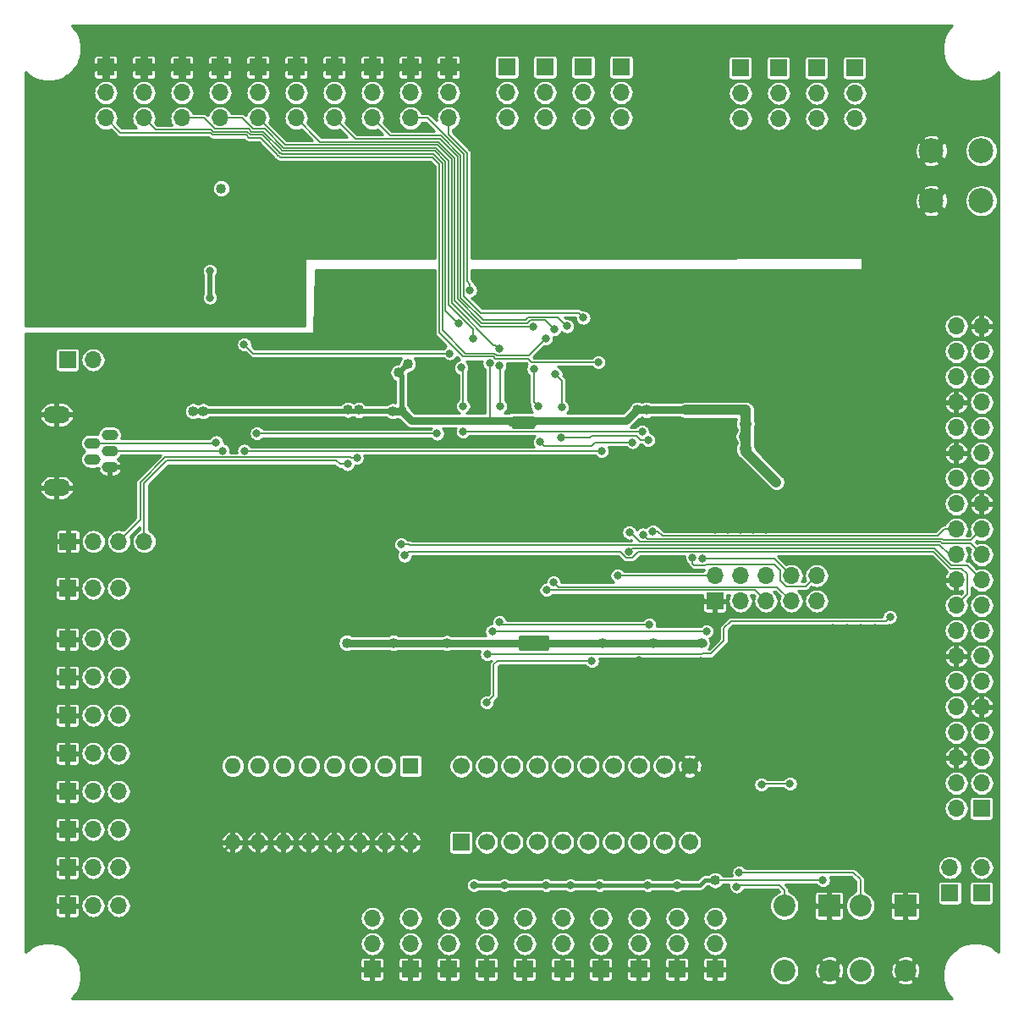
<source format=gbl>
G04 #@! TF.GenerationSoftware,KiCad,Pcbnew,5.1.4-e60b266~84~ubuntu18.04.1*
G04 #@! TF.CreationDate,2019-11-04T13:45:42-06:00*
G04 #@! TF.ProjectId,2056-LPC546xxJyyyBD208-breakout,32303536-2d4c-4504-9335-343678784a79,rev?*
G04 #@! TF.SameCoordinates,Original*
G04 #@! TF.FileFunction,Copper,L2,Bot*
G04 #@! TF.FilePolarity,Positive*
%FSLAX46Y46*%
G04 Gerber Fmt 4.6, Leading zero omitted, Abs format (unit mm)*
G04 Created by KiCad (PCBNEW 5.1.4-e60b266~84~ubuntu18.04.1) date 2019-11-04 13:45:42*
%MOMM*%
%LPD*%
G04 APERTURE LIST*
%ADD10O,1.700000X1.700000*%
%ADD11R,1.700000X1.700000*%
%ADD12C,2.500000*%
%ADD13O,1.600000X1.600000*%
%ADD14R,1.600000X1.600000*%
%ADD15C,1.700000*%
%ADD16C,2.200000*%
%ADD17R,2.200000X2.200000*%
%ADD18O,2.700000X1.700000*%
%ADD19O,1.650000X1.100000*%
%ADD20C,1.016000*%
%ADD21C,0.800000*%
%ADD22C,1.270000*%
%ADD23C,0.330200*%
%ADD24C,0.381000*%
%ADD25C,1.016000*%
%ADD26C,0.762000*%
%ADD27C,0.152400*%
%ADD28C,0.508000*%
%ADD29C,0.254000*%
G04 APERTURE END LIST*
D10*
X169545000Y-135890000D03*
D11*
X169545000Y-138430000D03*
D10*
X172720000Y-135890000D03*
D11*
X172720000Y-138430000D03*
D10*
X86360000Y-113030000D03*
X83820000Y-113030000D03*
D11*
X81280000Y-113030000D03*
D10*
X86360000Y-116840000D03*
X83820000Y-116840000D03*
D11*
X81280000Y-116840000D03*
D10*
X86360000Y-120650000D03*
X83820000Y-120650000D03*
D11*
X81280000Y-120650000D03*
D10*
X86360000Y-124460000D03*
X83820000Y-124460000D03*
D11*
X81280000Y-124460000D03*
D12*
X172680000Y-64175000D03*
X172680000Y-69175000D03*
X167680000Y-69175000D03*
X167680000Y-64175000D03*
D10*
X160020000Y-60960000D03*
X160020000Y-58420000D03*
D11*
X160020000Y-55880000D03*
D10*
X156210000Y-60960000D03*
X156210000Y-58420000D03*
D11*
X156210000Y-55880000D03*
D10*
X152400000Y-60960000D03*
X152400000Y-58420000D03*
D11*
X152400000Y-55880000D03*
D10*
X148590000Y-60960000D03*
X148590000Y-58420000D03*
D11*
X148590000Y-55880000D03*
D13*
X115570000Y-133350000D03*
X97790000Y-125730000D03*
X113030000Y-133350000D03*
X100330000Y-125730000D03*
X110490000Y-133350000D03*
X102870000Y-125730000D03*
X107950000Y-133350000D03*
X105410000Y-125730000D03*
X105410000Y-133350000D03*
X107950000Y-125730000D03*
X102870000Y-133350000D03*
X110490000Y-125730000D03*
X100330000Y-133350000D03*
X113030000Y-125730000D03*
X97790000Y-133350000D03*
D14*
X115570000Y-125730000D03*
D10*
X136654540Y-60886340D03*
X136654540Y-58346340D03*
D11*
X136654540Y-55806340D03*
D15*
X120650000Y-125730000D03*
X123190000Y-125730000D03*
X125730000Y-125730000D03*
X128270000Y-125730000D03*
X130810000Y-125730000D03*
X133350000Y-125730000D03*
X135890000Y-125730000D03*
X138430000Y-125730000D03*
X140970000Y-125730000D03*
X143510000Y-125730000D03*
X143510000Y-133350000D03*
X140970000Y-133350000D03*
X138430000Y-133350000D03*
X135890000Y-133350000D03*
X133350000Y-133350000D03*
X130810000Y-133350000D03*
X128270000Y-133350000D03*
X125730000Y-133350000D03*
X123190000Y-133350000D03*
D11*
X120650000Y-133350000D03*
D10*
X170180000Y-81710000D03*
X172720000Y-81710000D03*
X170180000Y-84250000D03*
X172720000Y-84250000D03*
X170180000Y-86790000D03*
X172720000Y-86790000D03*
X170180000Y-89330000D03*
X172720000Y-89330000D03*
X170180000Y-91870000D03*
X172720000Y-91870000D03*
X170180000Y-94410000D03*
X172720000Y-94410000D03*
X170180000Y-96950000D03*
X172720000Y-96950000D03*
X170180000Y-99490000D03*
X172720000Y-99490000D03*
X170180000Y-102030000D03*
X172720000Y-102030000D03*
X170180000Y-104570000D03*
X172720000Y-104570000D03*
X170180000Y-107110000D03*
X172720000Y-107110000D03*
X170180000Y-109650000D03*
X172720000Y-109650000D03*
X170180000Y-112190000D03*
X172720000Y-112190000D03*
X170180000Y-114730000D03*
X172720000Y-114730000D03*
X170180000Y-117270000D03*
X172720000Y-117270000D03*
X170180000Y-119810000D03*
X172720000Y-119810000D03*
X170180000Y-122350000D03*
X172720000Y-122350000D03*
X170180000Y-124890000D03*
X172720000Y-124890000D03*
X170180000Y-127430000D03*
X172720000Y-127430000D03*
X170180000Y-129970000D03*
D11*
X172720000Y-129970000D03*
D10*
X156210000Y-106680000D03*
X156210000Y-109220000D03*
X153670000Y-106680000D03*
X153670000Y-109220000D03*
X151130000Y-106680000D03*
X151130000Y-109220000D03*
X148590000Y-106680000D03*
X148590000Y-109220000D03*
X146050000Y-106680000D03*
D11*
X146050000Y-109220000D03*
D10*
X86360000Y-107950000D03*
X83820000Y-107950000D03*
D11*
X81280000Y-107950000D03*
D10*
X88925400Y-103276400D03*
X86385400Y-103276400D03*
X83845400Y-103276400D03*
D11*
X81305400Y-103276400D03*
D10*
X83820000Y-85090000D03*
D11*
X81280000Y-85090000D03*
D10*
X85090000Y-60901580D03*
X85090000Y-58361580D03*
D11*
X85090000Y-55821580D03*
D10*
X88900000Y-60901580D03*
X88900000Y-58361580D03*
D11*
X88900000Y-55821580D03*
D10*
X111760000Y-60901580D03*
X111760000Y-58361580D03*
D11*
X111760000Y-55821580D03*
D10*
X115570000Y-60901580D03*
X115570000Y-58361580D03*
D11*
X115570000Y-55821580D03*
D10*
X92710000Y-60901580D03*
X92710000Y-58361580D03*
D11*
X92710000Y-55821580D03*
D10*
X100330000Y-60901580D03*
X100330000Y-58361580D03*
D11*
X100330000Y-55821580D03*
D10*
X119380000Y-60901580D03*
X119380000Y-58361580D03*
D11*
X119380000Y-55821580D03*
D10*
X96520000Y-60901580D03*
X96520000Y-58361580D03*
D11*
X96520000Y-55821580D03*
D10*
X107950000Y-60901580D03*
X107950000Y-58361580D03*
D11*
X107950000Y-55821580D03*
D10*
X104140000Y-60901580D03*
X104140000Y-58361580D03*
D11*
X104140000Y-55821580D03*
D10*
X146050000Y-140970000D03*
X146050000Y-143510000D03*
D11*
X146050000Y-146050000D03*
D10*
X142240000Y-140970000D03*
X142240000Y-143510000D03*
D11*
X142240000Y-146050000D03*
D10*
X138430000Y-140970000D03*
X138430000Y-143510000D03*
D11*
X138430000Y-146050000D03*
D10*
X134620000Y-140970000D03*
X134620000Y-143510000D03*
D11*
X134620000Y-146050000D03*
D10*
X130810000Y-140970000D03*
X130810000Y-143510000D03*
D11*
X130810000Y-146050000D03*
D10*
X127000000Y-140970000D03*
X127000000Y-143510000D03*
D11*
X127000000Y-146050000D03*
D10*
X123190000Y-140970000D03*
X123190000Y-143510000D03*
D11*
X123190000Y-146050000D03*
D10*
X119380000Y-140970000D03*
X119380000Y-143510000D03*
D11*
X119380000Y-146050000D03*
D10*
X115570000Y-140970000D03*
X115570000Y-143510000D03*
D11*
X115570000Y-146050000D03*
D10*
X111760000Y-140970000D03*
X111760000Y-143510000D03*
D11*
X111760000Y-146050000D03*
D10*
X132844540Y-60886340D03*
X132844540Y-58346340D03*
D11*
X132844540Y-55806340D03*
D10*
X129034540Y-60886340D03*
X129034540Y-58346340D03*
D11*
X129034540Y-55806340D03*
D10*
X125224540Y-60886340D03*
X125224540Y-58346340D03*
D11*
X125224540Y-55806340D03*
D10*
X86360000Y-139700000D03*
X83820000Y-139700000D03*
D11*
X81280000Y-139700000D03*
D10*
X86360000Y-135890000D03*
X83820000Y-135890000D03*
D11*
X81280000Y-135890000D03*
D10*
X86360000Y-132080000D03*
X83820000Y-132080000D03*
D11*
X81280000Y-132080000D03*
D10*
X86360000Y-128270000D03*
X83820000Y-128270000D03*
D11*
X81280000Y-128270000D03*
D16*
X160600000Y-139700000D03*
X160600000Y-146200000D03*
X165100000Y-146200000D03*
D17*
X165100000Y-139700000D03*
D16*
X152980000Y-139700000D03*
X152980000Y-146200000D03*
X157480000Y-146200000D03*
D17*
X157480000Y-139700000D03*
D18*
X80167000Y-97884000D03*
X80167000Y-90584000D03*
D19*
X83742000Y-95034000D03*
X83742000Y-93434000D03*
X85492000Y-95834000D03*
X85492000Y-92634000D03*
X85492000Y-94234000D03*
D20*
X138049000Y-74320400D03*
X136779000Y-72542400D03*
X160909000Y-74422000D03*
X162560000Y-106426000D03*
X161290000Y-106426000D03*
X160020000Y-106426000D03*
X122301000Y-71247000D03*
X122301000Y-67056000D03*
X112903000Y-67183000D03*
X113030000Y-71120000D03*
D21*
X117119400Y-85623400D03*
D20*
X161366200Y-101854000D03*
X162382200Y-100761800D03*
X153187400Y-100330000D03*
X154152600Y-101320600D03*
X143536800Y-94056200D03*
X147701000Y-65786000D03*
X147701000Y-64516000D03*
X147701000Y-63246000D03*
X145669000Y-55753000D03*
X145669000Y-57150000D03*
X145669000Y-58547000D03*
X140716000Y-57150000D03*
X140716000Y-58547000D03*
X139446000Y-65151000D03*
X139446000Y-66294000D03*
X139319000Y-60960000D03*
X139446000Y-63373000D03*
D21*
X117983000Y-86410800D03*
D20*
X137464800Y-85420200D03*
X143510000Y-116408200D03*
X144576800Y-115290600D03*
X153187400Y-98856800D03*
X136753632Y-86197090D03*
D21*
X117017800Y-115697000D03*
X118110000Y-115671600D03*
X120700800Y-115697000D03*
X138430000Y-115163600D03*
X138176000Y-110159800D03*
X139750800Y-97307400D03*
X139750800Y-96037400D03*
X135915400Y-89738200D03*
X133604000Y-89839800D03*
X132257800Y-89839800D03*
D20*
X114046000Y-71120000D03*
X115062000Y-71120000D03*
X116078000Y-71120000D03*
X117094000Y-71120000D03*
X113919000Y-67183000D03*
X114935000Y-67183000D03*
X115951000Y-67183000D03*
X116967000Y-67183000D03*
X123317000Y-67056000D03*
X124333000Y-67056000D03*
X125349000Y-67056000D03*
X126365000Y-67056000D03*
X123317000Y-71247000D03*
X124333000Y-71247000D03*
X125349000Y-71247000D03*
X126365000Y-71247000D03*
X160020000Y-77343000D03*
X161036000Y-77343000D03*
X162052000Y-77343000D03*
X163068000Y-77343000D03*
X160020000Y-79375000D03*
X161036000Y-79375000D03*
X162052000Y-79375000D03*
X163068000Y-79375000D03*
X153670000Y-88392000D03*
X153670000Y-89662000D03*
X153670000Y-87122000D03*
X153670000Y-85852000D03*
X154940000Y-92202000D03*
X156210000Y-92202000D03*
X156210000Y-94488000D03*
X157734000Y-94488000D03*
X159004000Y-94488000D03*
X159385000Y-83693000D03*
X160909000Y-83693000D03*
X161163000Y-85344000D03*
X163449000Y-88011000D03*
X145288000Y-91694000D03*
X146431000Y-91694000D03*
X147574000Y-91694000D03*
X146431000Y-88900000D03*
X147701000Y-88900000D03*
X145288000Y-88900000D03*
X146050000Y-101981000D03*
X147320000Y-101981000D03*
X148590000Y-101981000D03*
X149860000Y-101981000D03*
X151130000Y-101981000D03*
X135001000Y-122301000D03*
X140081000Y-122174000D03*
X102616000Y-109093000D03*
X102616000Y-110871000D03*
D21*
X153543000Y-129032000D03*
X153543000Y-130556000D03*
X154432000Y-131572000D03*
X162687000Y-130810000D03*
X161671000Y-131953000D03*
D20*
X163830000Y-117983000D03*
X163830000Y-116840000D03*
X163830000Y-115697000D03*
X161036000Y-115570000D03*
X159512000Y-114173000D03*
X153924000Y-115316000D03*
X153924000Y-116586000D03*
X153924000Y-117856000D03*
X153924000Y-119126000D03*
X155067000Y-122555000D03*
X153670000Y-124587000D03*
X157861000Y-123698000D03*
X166243000Y-125603000D03*
X164973000Y-125603000D03*
X163703000Y-125603000D03*
X82169000Y-69977000D03*
X83312000Y-75438000D03*
X84582000Y-75438000D03*
X85852000Y-75438000D03*
X87122000Y-75438000D03*
X90297000Y-74676000D03*
X90297000Y-73025000D03*
X92329000Y-75819000D03*
X97028000Y-76327000D03*
X98425000Y-76454000D03*
X99568000Y-75184000D03*
X98806000Y-66675000D03*
X133858000Y-121158000D03*
D21*
X126796800Y-78638400D03*
X130733800Y-78511400D03*
X139039600Y-129540000D03*
X134620000Y-129540000D03*
X130886200Y-129540000D03*
X128270000Y-129540000D03*
X125730000Y-129540000D03*
X93980000Y-121285000D03*
X91948000Y-131064000D03*
X91948000Y-127381000D03*
X92075000Y-119761000D03*
X123190000Y-129540000D03*
X115570000Y-129540000D03*
D20*
X91211400Y-146481800D03*
X86995000Y-146481800D03*
X88214200Y-114935000D03*
X88214200Y-111150400D03*
X88214200Y-118745000D03*
X88188800Y-122555000D03*
X88214200Y-126365000D03*
X88188800Y-130149600D03*
X88163400Y-133985000D03*
X88188800Y-137795000D03*
X97104200Y-86436200D03*
X108675200Y-102678200D03*
X96824800Y-97078800D03*
X100304600Y-108966000D03*
X94843600Y-109016800D03*
X159385000Y-72288400D03*
X85090000Y-65963800D03*
X85090000Y-63982600D03*
X86614000Y-64008000D03*
X88138000Y-64008000D03*
X160020000Y-53340000D03*
X156210000Y-53340000D03*
X152400000Y-53340000D03*
X136652000Y-53340000D03*
X132842000Y-53340000D03*
X129032000Y-53340000D03*
X125222000Y-53340000D03*
X148590000Y-53340000D03*
X146558000Y-116205000D03*
X146558000Y-118110000D03*
X146558000Y-120015000D03*
X146558000Y-121920000D03*
X146558000Y-123825000D03*
X146558000Y-125730000D03*
X146558000Y-127635000D03*
X131445000Y-106680000D03*
X132715000Y-106680000D03*
X133985000Y-106680000D03*
X125095000Y-95250000D03*
X125095000Y-97155000D03*
X131445000Y-95250000D03*
X128270000Y-95250000D03*
X128270000Y-97155000D03*
X121920000Y-95250000D03*
X121920000Y-97155000D03*
X117380610Y-90085897D03*
X115570000Y-95250000D03*
X115570000Y-97155000D03*
X117475000Y-111125000D03*
X119380000Y-111125000D03*
X121285000Y-111125000D03*
X110490000Y-116205000D03*
X109220000Y-114935000D03*
X93980000Y-113030000D03*
X93980000Y-114935000D03*
X94615000Y-140970000D03*
X97155000Y-140970000D03*
X99695000Y-140970000D03*
X147955000Y-140970000D03*
X147955000Y-139700000D03*
X144145000Y-139700000D03*
X140335000Y-139700000D03*
X113665000Y-139700000D03*
X117475000Y-139700000D03*
X121285000Y-139700000D03*
X125095000Y-139700000D03*
X128905000Y-139700000D03*
X132715000Y-139700000D03*
X136525000Y-139700000D03*
X141300200Y-121107200D03*
X155829000Y-101854000D03*
X162052000Y-112014000D03*
X160655000Y-112014000D03*
X159258000Y-112014000D03*
X157861000Y-112014000D03*
D21*
X126238000Y-89789000D03*
X122301000Y-89789000D03*
D20*
X160020000Y-101854000D03*
X157226000Y-101854000D03*
X161290000Y-105156000D03*
X160020000Y-105156000D03*
X162539728Y-105156000D03*
X163830000Y-105129985D03*
X158623000Y-101854000D03*
X115773210Y-111125000D03*
X157988000Y-80264000D03*
X156718000Y-80264000D03*
X155448000Y-80264000D03*
X154178000Y-80264000D03*
X152908000Y-80264000D03*
X151638000Y-80264000D03*
X150368000Y-80264000D03*
D21*
X153035000Y-135255000D03*
X132588000Y-102362000D03*
X133604000Y-102362000D03*
X134620000Y-102362000D03*
D20*
X101600000Y-96266000D03*
X102870000Y-96266000D03*
X104140000Y-96266000D03*
X105410000Y-96266000D03*
X134112000Y-109220000D03*
X132842000Y-109220000D03*
X131572000Y-109220000D03*
X106426000Y-91440000D03*
X105410000Y-91440000D03*
X104394000Y-91440000D03*
X105664000Y-89154000D03*
X106680000Y-89154000D03*
X107696000Y-89154000D03*
D21*
X102108000Y-87884000D03*
X94234000Y-88646000D03*
D20*
X91186000Y-87630000D03*
X91186000Y-86614000D03*
X91186000Y-85598000D03*
X91186000Y-84582000D03*
X78486000Y-86360000D03*
X78486000Y-85090000D03*
X102108000Y-101600000D03*
X100584000Y-101600000D03*
X98806000Y-101600000D03*
X108204000Y-117094000D03*
X106680000Y-117094000D03*
X104902000Y-117094000D03*
X102870000Y-117094000D03*
D21*
X119126000Y-121158000D03*
D20*
X116840000Y-121158000D03*
X115316000Y-121158000D03*
X113538000Y-121158000D03*
X153644600Y-95631000D03*
X152450800Y-95631000D03*
X149301200Y-96596200D03*
X148031200Y-96596200D03*
X146659600Y-96596200D03*
D21*
X132969000Y-131318000D03*
X142240000Y-132334000D03*
X165735000Y-135255000D03*
X121285000Y-102235000D03*
X120015000Y-102235000D03*
X118745000Y-102235000D03*
X117475000Y-102235000D03*
X117475000Y-105410000D03*
X118745000Y-105410000D03*
X120015000Y-105410000D03*
X121285000Y-105410000D03*
D20*
X109196000Y-113411000D03*
X139853800Y-113411000D03*
X127179200Y-113436400D03*
X128119000Y-113436400D03*
X129058800Y-113436400D03*
X125780800Y-91313000D03*
X127787400Y-91313000D03*
X126771400Y-91313000D03*
D22*
X149074000Y-94005400D03*
X149048600Y-92760800D03*
X149074000Y-91490800D03*
X149048600Y-90220800D03*
D20*
X113768000Y-90246200D03*
X114707800Y-90246200D03*
X139193400Y-90119200D03*
X110388400Y-90119200D03*
X143079600Y-90119200D03*
X144119600Y-90119200D03*
X109347000Y-90093800D03*
X138252200Y-90119200D03*
X152171400Y-97332800D03*
X119202200Y-113436400D03*
X115316000Y-85521800D03*
D21*
X123497933Y-85397286D03*
X156845000Y-137160000D03*
D20*
X144730600Y-113436400D03*
X134772400Y-113436400D03*
X93853000Y-90246200D03*
X94869000Y-90246200D03*
X113893579Y-113411000D03*
X114389585Y-86385390D03*
X146050000Y-137160000D03*
D21*
X121920000Y-137668000D03*
X124968000Y-137668000D03*
X129159000Y-137668000D03*
X131572000Y-137668000D03*
X134493000Y-137668000D03*
X139319000Y-137668000D03*
X142240000Y-137668000D03*
X96139000Y-93345000D03*
X96780120Y-94189590D03*
X148209000Y-137795000D03*
X153543000Y-127508000D03*
X150683900Y-127573100D03*
X118237000Y-92481400D03*
X100203000Y-92456000D03*
X134696200Y-94234000D03*
X98942412Y-94189590D03*
X145186400Y-112242600D03*
X123750000Y-112241400D03*
X148463000Y-136398000D03*
X109270800Y-95529400D03*
X110210600Y-94919800D03*
X137795000Y-93345000D03*
X128549400Y-93319600D03*
X128320800Y-89712800D03*
X127878610Y-81753610D03*
X127908032Y-85984381D03*
X139344400Y-93116400D03*
X130708400Y-89865200D03*
X130683000Y-92906810D03*
X130079677Y-86534680D03*
X129983045Y-82030745D03*
X121878610Y-82959435D03*
X121532698Y-78112406D03*
X139471400Y-111582200D03*
X124485400Y-111353600D03*
X124564790Y-89741400D03*
X124485400Y-84023202D03*
X124485400Y-85699600D03*
X138734800Y-92278200D03*
X120853200Y-92278200D03*
X120853200Y-89712800D03*
X120396000Y-81483200D03*
X120668580Y-85872557D03*
X132879729Y-80885927D03*
X131240257Y-81736254D03*
X129101821Y-82968840D03*
X134378610Y-85329462D03*
X119507000Y-84455000D03*
X98933000Y-83566000D03*
X139828537Y-102266768D03*
X138823611Y-102574373D03*
X137465395Y-102381178D03*
X137461715Y-104260644D03*
X143805933Y-104895611D03*
X144752251Y-105003107D03*
X129895600Y-107365800D03*
X129184400Y-108127800D03*
X136296400Y-106680000D03*
D20*
X96647000Y-67945000D03*
D21*
X95504000Y-76200000D03*
X95504008Y-78867000D03*
X133731000Y-115214400D03*
X123215400Y-119380000D03*
X123240800Y-114528600D03*
X163550600Y-110845600D03*
X114651071Y-103563100D03*
X114985800Y-104673400D03*
D23*
X113030000Y-71120000D02*
X114046000Y-71120000D01*
X115062000Y-71120000D02*
X116078000Y-71120000D01*
X112903000Y-67183000D02*
X113919000Y-67183000D01*
X114935000Y-67183000D02*
X115951000Y-67183000D01*
X122301000Y-67056000D02*
X123317000Y-67056000D01*
X124333000Y-67056000D02*
X125349000Y-67056000D01*
X122301000Y-71247000D02*
X123317000Y-71247000D01*
X124333000Y-71247000D02*
X125349000Y-71247000D01*
X159893000Y-77343000D02*
X161036000Y-77343000D01*
X162052000Y-77343000D02*
X163068000Y-77343000D01*
X160020000Y-79375000D02*
X161036000Y-79375000D01*
X162052000Y-79375000D02*
X163068000Y-79375000D01*
X153670000Y-85852000D02*
X153670000Y-87122000D01*
X153670000Y-88392000D02*
X153670000Y-89662000D01*
X154940000Y-92202000D02*
X156210000Y-92202000D01*
X156210000Y-94488000D02*
X157734000Y-94488000D01*
X159385000Y-83693000D02*
X160909000Y-83693000D01*
X143536800Y-94056200D02*
X143536800Y-93445200D01*
X143536800Y-93445200D02*
X145288000Y-91694000D01*
X146431000Y-91694000D02*
X147574000Y-91694000D01*
X146431000Y-88900000D02*
X145288000Y-88900000D01*
X146050000Y-101981000D02*
X147320000Y-101981000D01*
X148590000Y-101981000D02*
X149860000Y-101981000D01*
X163830000Y-117983000D02*
X163830000Y-116840000D01*
X153924000Y-115316000D02*
X153924000Y-116586000D01*
X153924000Y-117856000D02*
X153924000Y-119126000D01*
X166243000Y-125603000D02*
X164973000Y-125603000D01*
X82169000Y-69977000D02*
X82169000Y-74295000D01*
X82169000Y-74295000D02*
X83312000Y-75438000D01*
X84582000Y-75438000D02*
X85852000Y-75438000D01*
X90297000Y-74676000D02*
X90297000Y-73025000D01*
X85344000Y-63982600D02*
X86817200Y-63982600D01*
X86817200Y-63982600D02*
X86842600Y-64008000D01*
X88315800Y-64008000D02*
X89839800Y-64008000D01*
X160020000Y-53340000D02*
X156210000Y-53340000D01*
X152400000Y-53340000D02*
X148590000Y-53340000D01*
X148590000Y-53340000D02*
X136652000Y-53340000D01*
X132842000Y-53340000D02*
X129032000Y-53340000D01*
X146558000Y-116205000D02*
X146558000Y-118110000D01*
X146558000Y-120015000D02*
X146558000Y-121920000D01*
X146558000Y-123825000D02*
X146558000Y-125730000D01*
X131445000Y-106680000D02*
X132715000Y-106680000D01*
X125349000Y-94996000D02*
X125095000Y-95250000D01*
X125095000Y-95250000D02*
X128270000Y-95250000D01*
X128905000Y-95250000D02*
X131445000Y-95250000D01*
X128905000Y-95250000D02*
X128270000Y-95250000D01*
X128270000Y-95250000D02*
X128270000Y-97155000D01*
X125095000Y-95250000D02*
X121920000Y-95250000D01*
X121920000Y-95250000D02*
X121920000Y-97155000D01*
X121920000Y-95250000D02*
X115570000Y-95250000D01*
X119380000Y-111125000D02*
X121285000Y-111125000D01*
X94843600Y-109016800D02*
X94843600Y-112166400D01*
X94843600Y-112166400D02*
X93980000Y-113030000D01*
X96990001Y-134149999D02*
X96990001Y-138594999D01*
X97790000Y-133350000D02*
X96990001Y-134149999D01*
X96990001Y-138594999D02*
X94615000Y-140970000D01*
X97155000Y-140970000D02*
X99695000Y-140970000D01*
X147955000Y-145325200D02*
X147955000Y-140970000D01*
X146050000Y-146050000D02*
X147230200Y-146050000D01*
X147230200Y-146050000D02*
X147955000Y-145325200D01*
X147955000Y-139700000D02*
X144145000Y-139700000D01*
X144145000Y-139700000D02*
X140335000Y-139700000D01*
X117475000Y-139700000D02*
X113665000Y-139700000D01*
X121285000Y-139700000D02*
X117475000Y-139700000D01*
X125095000Y-139700000D02*
X121285000Y-139700000D01*
X128905000Y-139700000D02*
X125095000Y-139700000D01*
X132715000Y-139700000D02*
X128905000Y-139700000D01*
X140335000Y-139700000D02*
X136525000Y-139700000D01*
X136525000Y-139700000D02*
X132715000Y-139700000D01*
X159512000Y-114173000D02*
X161671000Y-112014000D01*
X161671000Y-112014000D02*
X162052000Y-112014000D01*
X160655000Y-112014000D02*
X159258000Y-112014000D01*
X156507580Y-101980957D02*
X157226000Y-101980957D01*
X155955957Y-101980957D02*
X156507580Y-101980957D01*
X155829000Y-101854000D02*
X155955957Y-101980957D01*
X160147000Y-101980957D02*
X158724620Y-101980957D01*
X158724620Y-101980957D02*
X158623000Y-101879337D01*
X162539728Y-105003611D02*
X161269779Y-105003611D01*
X117475000Y-111125000D02*
X115773210Y-111125000D01*
X160020000Y-79375000D02*
X159131000Y-79375000D01*
X159131000Y-79375000D02*
X158242000Y-80264000D01*
X155448000Y-80264000D02*
X154178000Y-80264000D01*
X152908000Y-80264000D02*
X151638000Y-80264000D01*
X102870000Y-96266000D02*
X104140000Y-96266000D01*
X138176000Y-110159800D02*
X135051800Y-110159800D01*
X135051800Y-110159800D02*
X134112000Y-109220000D01*
X132842000Y-109220000D02*
X131572000Y-109220000D01*
X107442000Y-91440000D02*
X106426000Y-91440000D01*
X105410000Y-91440000D02*
X104394000Y-91440000D01*
X105664000Y-89154000D02*
X106680000Y-89154000D01*
X91186000Y-87630000D02*
X91186000Y-86614000D01*
X91186000Y-85598000D02*
X91186000Y-84582000D01*
X78486000Y-86360000D02*
X78486000Y-85090000D01*
X102108000Y-101600000D02*
X100584000Y-101600000D01*
X108204000Y-117094000D02*
X106680000Y-117094000D01*
X104902000Y-117094000D02*
X102870000Y-117094000D01*
X116840000Y-121158000D02*
X115316000Y-121158000D01*
X153644600Y-95631000D02*
X152450800Y-95631000D01*
X149301200Y-96596200D02*
X148031200Y-96596200D01*
D24*
X144119600Y-90119200D02*
X143079600Y-90119200D01*
D25*
X143079600Y-90119200D02*
X149123400Y-90119200D01*
X149123400Y-90119200D02*
X149123400Y-94284800D01*
X149123400Y-94284800D02*
X152171400Y-97332800D01*
D26*
X144119600Y-90119200D02*
X138252200Y-90119200D01*
X114707800Y-90246200D02*
X113768000Y-90246200D01*
X127179200Y-113436400D02*
X126460780Y-113436400D01*
X114376200Y-113436400D02*
X109245400Y-113436400D01*
X139649200Y-113436400D02*
X144856200Y-113436400D01*
X126460780Y-113436400D02*
X119202200Y-113436400D01*
X119202200Y-113436400D02*
X114376200Y-113436400D01*
X137185400Y-91186000D02*
X115647600Y-91186000D01*
X115215799Y-90754199D02*
X114707800Y-90246200D01*
X138252200Y-90119200D02*
X137185400Y-91186000D01*
X115647600Y-91186000D02*
X115215799Y-90754199D01*
D27*
X123145601Y-91186000D02*
X123497933Y-90833668D01*
X123497933Y-85962971D02*
X123497933Y-85397286D01*
X123497933Y-90833668D02*
X123497933Y-85962971D01*
X146050000Y-137160000D02*
X156845000Y-137160000D01*
D26*
X129058800Y-113436400D02*
X134772400Y-113436400D01*
X134772400Y-113436400D02*
X139649200Y-113436400D01*
D28*
X93853000Y-90246200D02*
X93776800Y-90246200D01*
X94571420Y-90246200D02*
X93853000Y-90246200D01*
X113768000Y-90246200D02*
X94571420Y-90246200D01*
X115316000Y-85521800D02*
X114452410Y-86385390D01*
X114707800Y-90246200D02*
X114707800Y-86703605D01*
X114452410Y-86385390D02*
X114389585Y-86385390D01*
X114707800Y-86703605D02*
X114389585Y-86385390D01*
D24*
X146050000Y-137160000D02*
X145034000Y-137160000D01*
X145034000Y-137160000D02*
X144526000Y-137668000D01*
X124968000Y-137668000D02*
X121920000Y-137668000D01*
X129159000Y-137668000D02*
X124968000Y-137668000D01*
X131572000Y-137668000D02*
X129159000Y-137668000D01*
X134493000Y-137668000D02*
X131572000Y-137668000D01*
X139319000Y-137668000D02*
X134493000Y-137668000D01*
X144526000Y-137668000D02*
X142240000Y-137668000D01*
X142240000Y-137668000D02*
X139319000Y-137668000D01*
D27*
X84017000Y-93434000D02*
X96050000Y-93434000D01*
X96050000Y-93434000D02*
X96139000Y-93345000D01*
X85261410Y-94189590D02*
X96214435Y-94189590D01*
X85217000Y-94234000D02*
X85261410Y-94189590D01*
X96214435Y-94189590D02*
X96780120Y-94189590D01*
X152980000Y-138144366D02*
X152503634Y-137668000D01*
X152980000Y-139700000D02*
X152980000Y-138144366D01*
X152503634Y-137668000D02*
X148336000Y-137668000D01*
X148336000Y-137668000D02*
X148209000Y-137795000D01*
X153543000Y-127508000D02*
X150749000Y-127508000D01*
X150749000Y-127508000D02*
X150683900Y-127573100D01*
X118237000Y-92481400D02*
X106146600Y-92481400D01*
X106146600Y-92481400D02*
X100228400Y-92481400D01*
X100228400Y-92481400D02*
X100203000Y-92456000D01*
X134696200Y-94234000D02*
X98986822Y-94234000D01*
X98986822Y-94234000D02*
X98942412Y-94189590D01*
X145186400Y-112242600D02*
X123751200Y-112242600D01*
X123751200Y-112242600D02*
X123750000Y-112241400D01*
X160600000Y-137105000D02*
X160600000Y-139700000D01*
X148463000Y-136398000D02*
X159893000Y-136398000D01*
X159893000Y-136398000D02*
X160600000Y-137105000D01*
X108508800Y-95529400D02*
X109270800Y-95529400D01*
X108153200Y-95173800D02*
X108508800Y-95529400D01*
X91211400Y-95173800D02*
X108153200Y-95173800D01*
X88925400Y-103276400D02*
X88925400Y-97459800D01*
X88925400Y-97459800D02*
X91211400Y-95173800D01*
X109644915Y-94919800D02*
X110210600Y-94919800D01*
X109543315Y-94818200D02*
X109644915Y-94919800D01*
X91059000Y-94818200D02*
X109543315Y-94818200D01*
X88544400Y-97332800D02*
X91059000Y-94818200D01*
X86385400Y-103276400D02*
X88544400Y-101117400D01*
X88544400Y-101117400D02*
X88544400Y-97332800D01*
X128949399Y-93719599D02*
X128549400Y-93319600D01*
X137795000Y-93345000D02*
X134057868Y-93345000D01*
X128974799Y-93744999D02*
X128949399Y-93719599D01*
X133657869Y-93744999D02*
X128974799Y-93744999D01*
X134057868Y-93345000D02*
X133657869Y-93744999D01*
X106535157Y-63296737D02*
X118385672Y-63296737D01*
X104140000Y-60901580D02*
X106535157Y-63296737D01*
X127312925Y-81753610D02*
X127878610Y-81753610D01*
X119989655Y-64900720D02*
X119989655Y-79124719D01*
X118385672Y-63296737D02*
X119989655Y-64900720D01*
X119989655Y-79124719D02*
X122618546Y-81753610D01*
X122618546Y-81753610D02*
X127312925Y-81753610D01*
X127908032Y-86550066D02*
X127908032Y-85984381D01*
X128320800Y-89712800D02*
X127908032Y-89300032D01*
X127908032Y-89300032D02*
X127908032Y-86550066D01*
X133530880Y-92906810D02*
X131248685Y-92906810D01*
X133734080Y-92703610D02*
X133530880Y-92906810D01*
X138195010Y-92703610D02*
X133734080Y-92703610D01*
X131248685Y-92906810D02*
X130683000Y-92906810D01*
X139344400Y-93116400D02*
X138607800Y-93116400D01*
X138607800Y-93116400D02*
X138195010Y-92703610D01*
X130479676Y-86934679D02*
X130079677Y-86534680D01*
X130708400Y-87163403D02*
X130479676Y-86934679D01*
X130708400Y-89865200D02*
X130708400Y-87163403D01*
X107950000Y-60901580D02*
X110040346Y-62991926D01*
X122709388Y-81413387D02*
X127283238Y-81413387D01*
X127571616Y-81125009D02*
X129077309Y-81125009D01*
X127283238Y-81413387D02*
X127571616Y-81125009D01*
X120294466Y-78998465D02*
X122709388Y-81413387D01*
X129077309Y-81125009D02*
X129583046Y-81630746D01*
X129583046Y-81630746D02*
X129983045Y-82030745D01*
X120294466Y-64774464D02*
X120294466Y-78998465D01*
X110040346Y-62991926D02*
X118511928Y-62991926D01*
X118511928Y-62991926D02*
X120294466Y-64774464D01*
X100977535Y-61980181D02*
X102903713Y-63906359D01*
X102903713Y-63906359D02*
X118133160Y-63906359D01*
X96520000Y-60901580D02*
X98733670Y-60901580D01*
X121878610Y-82060878D02*
X121878610Y-82393750D01*
X119380033Y-79562301D02*
X121878610Y-82060878D01*
X118133160Y-63906359D02*
X119380033Y-65153232D01*
X119380033Y-65153232D02*
X119380033Y-79562301D01*
X98733670Y-60901580D02*
X99812271Y-61980181D01*
X121878610Y-82393750D02*
X121878610Y-82959435D01*
X99812271Y-61980181D02*
X100977535Y-61980181D01*
X121532698Y-77546721D02*
X121532698Y-78112406D01*
X121234200Y-77248223D02*
X121532698Y-77546721D01*
X119380000Y-60901580D02*
X119380000Y-62534800D01*
X121234200Y-64389000D02*
X121234200Y-77248223D01*
X119380000Y-62534800D02*
X121234200Y-64389000D01*
X139471400Y-111582200D02*
X124714000Y-111582200D01*
X124714000Y-111582200D02*
X124485400Y-111353600D01*
X124564790Y-89741400D02*
X124564790Y-85778990D01*
X124564790Y-85778990D02*
X124485400Y-85699600D01*
X103029968Y-63601548D02*
X118259416Y-63601548D01*
X124085401Y-83623203D02*
X124485400Y-84023202D01*
X118259416Y-63601548D02*
X119684844Y-65026976D01*
X100330000Y-60901580D02*
X103029968Y-63601548D01*
X119684844Y-79410645D02*
X123897402Y-83623203D01*
X123897402Y-83623203D02*
X124085401Y-83623203D01*
X119684844Y-65026976D02*
X119684844Y-79410645D01*
X121418885Y-92278200D02*
X120853200Y-92278200D01*
X138734800Y-92278200D02*
X121418885Y-92278200D01*
X120853200Y-89712800D02*
X120853200Y-86057177D01*
X120853200Y-86057177D02*
X120668580Y-85872557D01*
X99381205Y-61980181D02*
X99686015Y-62284992D01*
X119075222Y-80162422D02*
X119996001Y-81083201D01*
X100851280Y-62284992D02*
X102682893Y-64116606D01*
X119075222Y-65279488D02*
X119075222Y-80162422D01*
X102702390Y-64155600D02*
X102753904Y-64172772D01*
X102682893Y-64116606D02*
X102702390Y-64155600D01*
X96002271Y-61980181D02*
X99381205Y-61980181D01*
X118006904Y-64211170D02*
X119075222Y-65279488D01*
X92710000Y-60901580D02*
X94923670Y-60901580D01*
X99686015Y-62284992D02*
X100851280Y-62284992D01*
X94923670Y-60901580D02*
X96002271Y-61980181D01*
X102792302Y-64211170D02*
X118006904Y-64211170D01*
X102753904Y-64172772D02*
X102792302Y-64211170D01*
X119996001Y-81083201D02*
X120396000Y-81483200D01*
X132403530Y-80409728D02*
X132479730Y-80485928D01*
X132479730Y-80485928D02*
X132879729Y-80885927D01*
X120904088Y-78745953D02*
X122567863Y-80409728D01*
X122567863Y-80409728D02*
X132403530Y-80409728D01*
X120904088Y-64521952D02*
X120904088Y-78745953D01*
X117283716Y-60901580D02*
X120904088Y-64521952D01*
X115570000Y-60901580D02*
X117283716Y-60901580D01*
X120599277Y-64648208D02*
X120599277Y-78872209D01*
X111760000Y-60901580D02*
X113545535Y-62687115D01*
X118638184Y-62687115D02*
X120599277Y-64648208D01*
X120599277Y-78872209D02*
X122835644Y-81108576D01*
X127081819Y-81108576D02*
X127370197Y-80820198D01*
X122835644Y-81108576D02*
X127081819Y-81108576D01*
X130840258Y-81336255D02*
X131240257Y-81736254D01*
X127370197Y-80820198D02*
X130324201Y-80820198D01*
X130324201Y-80820198D02*
X130840258Y-81336255D01*
X113545535Y-62687115D02*
X118638184Y-62687115D01*
X102486221Y-64404840D02*
X102589251Y-64439186D01*
X102589251Y-64439186D02*
X102666046Y-64515981D01*
X99559759Y-62589803D02*
X100725025Y-62589803D01*
X121074755Y-84463874D02*
X123995742Y-84463874D01*
X95876015Y-62284992D02*
X99254949Y-62284992D01*
X99254949Y-62284992D02*
X99559759Y-62589803D01*
X100725025Y-62589803D02*
X102432382Y-64297161D01*
X118770411Y-82159530D02*
X121074755Y-84463874D01*
X95643213Y-62052189D02*
X95697460Y-62106437D01*
X88900000Y-60901580D02*
X90050609Y-62052189D01*
X102432382Y-64297161D02*
X102486221Y-64404840D01*
X127418858Y-84651803D02*
X128701822Y-83368839D01*
X117880648Y-64515981D02*
X118770411Y-65405744D01*
X90050609Y-62052189D02*
X95643213Y-62052189D01*
X124183671Y-84651803D02*
X127418858Y-84651803D01*
X102666046Y-64515981D02*
X117880648Y-64515981D01*
X95697460Y-62106437D02*
X95876015Y-62284992D01*
X123995742Y-84463874D02*
X124183671Y-84651803D01*
X128701822Y-83368839D02*
X129101821Y-82968840D01*
X118770411Y-65405744D02*
X118770411Y-82159530D01*
X127335853Y-84956614D02*
X127708701Y-85329462D01*
X124057415Y-84956614D02*
X127335853Y-84956614D01*
X123869486Y-84768685D02*
X124057415Y-84956614D01*
X123196204Y-84768685D02*
X123869486Y-84768685D01*
X123179678Y-84785211D02*
X123196204Y-84768685D01*
X120853211Y-84785211D02*
X123179678Y-84785211D01*
X118465600Y-82397600D02*
X120853211Y-84785211D01*
X117754392Y-64820792D02*
X118465600Y-65532000D01*
X102539790Y-64820792D02*
X117754392Y-64820792D01*
X100598770Y-62894614D02*
X102181872Y-64477717D01*
X99433503Y-62894614D02*
X100598770Y-62894614D01*
X95571204Y-62411248D02*
X95749759Y-62589803D01*
X127708701Y-85329462D02*
X133812925Y-85329462D01*
X99128693Y-62589803D02*
X99433503Y-62894614D01*
X85090000Y-60901580D02*
X86545420Y-62357000D01*
X95516957Y-62357000D02*
X95571204Y-62411248D01*
X95749759Y-62589803D02*
X99128693Y-62589803D01*
X86545420Y-62357000D02*
X95516957Y-62357000D01*
X102270049Y-64654078D02*
X102424596Y-64705598D01*
X102424596Y-64705598D02*
X102539790Y-64820792D01*
X118465600Y-65532000D02*
X118465600Y-82397600D01*
X133812925Y-85329462D02*
X134378610Y-85329462D01*
X102181872Y-64477717D02*
X102270049Y-64654078D01*
X119507000Y-84455000D02*
X99822000Y-84455000D01*
X99332999Y-83965999D02*
X99695000Y-84328000D01*
X98933000Y-83566000D02*
X99332999Y-83965999D01*
X99822000Y-84455000D02*
X99695000Y-84328000D01*
X99695000Y-84328000D02*
X99187000Y-83820000D01*
X140767828Y-102717601D02*
X140316995Y-102266768D01*
X168977919Y-102030000D02*
X168290318Y-102717601D01*
X168290318Y-102717601D02*
X140767828Y-102717601D01*
X140316995Y-102266768D02*
X139828537Y-102266768D01*
X170180000Y-102030000D02*
X168977919Y-102030000D01*
X171619613Y-103130387D02*
X168889521Y-103130387D01*
X139223610Y-102974372D02*
X138823611Y-102574373D01*
X168781546Y-103022412D02*
X139271650Y-103022412D01*
X139271650Y-103022412D02*
X139223610Y-102974372D01*
X172720000Y-102030000D02*
X171619613Y-103130387D01*
X168889521Y-103130387D02*
X168781546Y-103022412D01*
X168655290Y-103327223D02*
X138511947Y-103327223D01*
X138511947Y-103327223D02*
X137565902Y-102381178D01*
X137565902Y-102381178D02*
X137465395Y-102381178D01*
X172720000Y-104570000D02*
X171585198Y-103435198D01*
X171585198Y-103435198D02*
X168763265Y-103435198D01*
X168763265Y-103435198D02*
X168655290Y-103327223D01*
X169706667Y-105648601D02*
X168013876Y-103955810D01*
X137766549Y-103955810D02*
X137461715Y-104260644D01*
X172720000Y-107110000D02*
X171258601Y-105648601D01*
X171258601Y-105648601D02*
X169706667Y-105648601D01*
X168013876Y-103955810D02*
X137766549Y-103955810D01*
X155131399Y-107758601D02*
X153152271Y-107758601D01*
X145095587Y-105589520D02*
X145053390Y-105631717D01*
X143976354Y-105631717D02*
X143805933Y-105461296D01*
X152591399Y-107197729D02*
X152591399Y-106162271D01*
X156210000Y-106680000D02*
X155131399Y-107758601D01*
X152591399Y-106162271D02*
X152018648Y-105589520D01*
X145053390Y-105631717D02*
X143976354Y-105631717D01*
X143805933Y-105461296D02*
X143805933Y-104895611D01*
X152018648Y-105589520D02*
X145095587Y-105589520D01*
X153152271Y-107758601D02*
X152591399Y-107197729D01*
X151993107Y-105003107D02*
X145317936Y-105003107D01*
X145317936Y-105003107D02*
X144752251Y-105003107D01*
X153670000Y-106680000D02*
X151993107Y-105003107D01*
X152272989Y-107822989D02*
X130352789Y-107822989D01*
X130295599Y-107765799D02*
X129895600Y-107365800D01*
X130352789Y-107822989D02*
X130295599Y-107765799D01*
X153670000Y-109220000D02*
X152272989Y-107822989D01*
X129750085Y-108127800D02*
X129184400Y-108127800D01*
X150037800Y-108127800D02*
X129750085Y-108127800D01*
X151130000Y-109220000D02*
X150037800Y-108127800D01*
X146050000Y-106680000D02*
X144847919Y-106680000D01*
X144847919Y-106680000D02*
X136296400Y-106680000D01*
D28*
X95504000Y-76200000D02*
X95504000Y-78866992D01*
D29*
X95504000Y-78866992D02*
X95504008Y-78867000D01*
D27*
X123901200Y-118694200D02*
X123215400Y-119380000D01*
X133731000Y-115214400D02*
X124282200Y-115214400D01*
X123901200Y-115595400D02*
X123901200Y-118694200D01*
X124282200Y-115214400D02*
X123901200Y-115595400D01*
X144728570Y-114528600D02*
X144753970Y-114503200D01*
X123240800Y-114528600D02*
X144728570Y-114528600D01*
X144753970Y-114503200D02*
X145643600Y-114503200D01*
X145643600Y-114503200D02*
X146939000Y-113207800D01*
X146939000Y-113207800D02*
X146939000Y-111937800D01*
X146939000Y-111937800D02*
X147624800Y-111252000D01*
X147624800Y-111252000D02*
X160502600Y-111252000D01*
X160502600Y-111252000D02*
X163144200Y-111252000D01*
X163144200Y-111252000D02*
X163550600Y-110845600D01*
X115451069Y-103563100D02*
X114651071Y-103563100D01*
X115520003Y-103632034D02*
X115451069Y-103563100D01*
X168529034Y-103632034D02*
X115520003Y-103632034D01*
X170180000Y-104570000D02*
X169467000Y-104570000D01*
X169467000Y-104570000D02*
X168529034Y-103632034D01*
X167894001Y-104267001D02*
X138385688Y-104267001D01*
X138385688Y-104267001D02*
X137763444Y-104889245D01*
X136537741Y-104267000D02*
X115392200Y-104267000D01*
X137763444Y-104889245D02*
X137159986Y-104889245D01*
X115385799Y-104273401D02*
X114985800Y-104673400D01*
X115392200Y-104267000D02*
X115385799Y-104273401D01*
X170723412Y-105953412D02*
X169580410Y-105953410D01*
X169580410Y-105953410D02*
X167894001Y-104267001D01*
X171258601Y-106488601D02*
X170723412Y-105953412D01*
X171258601Y-108571399D02*
X171258601Y-106488601D01*
X170180000Y-109650000D02*
X171258601Y-108571399D01*
X137159986Y-104889245D02*
X136537741Y-104267000D01*
D29*
G36*
X174379000Y-80137000D02*
G01*
X161163000Y-80137000D01*
X161163000Y-77343000D01*
X174379000Y-77343000D01*
X174379000Y-80137000D01*
X174379000Y-80137000D01*
G37*
X174379000Y-80137000D02*
X161163000Y-80137000D01*
X161163000Y-77343000D01*
X174379000Y-77343000D01*
X174379000Y-80137000D01*
G36*
X118008401Y-82375140D02*
G01*
X118006189Y-82397600D01*
X118008401Y-82420060D01*
X118015016Y-82487227D01*
X118021751Y-82509429D01*
X118041160Y-82573409D01*
X118071232Y-82629670D01*
X118083614Y-82652836D01*
X118140748Y-82722453D01*
X118158193Y-82736770D01*
X119170470Y-83749047D01*
X119137058Y-83762887D01*
X119009141Y-83848358D01*
X118900358Y-83957141D01*
X118873191Y-83997800D01*
X100011379Y-83997800D01*
X99704460Y-83690883D01*
X99714000Y-83642922D01*
X99714000Y-83489078D01*
X99683987Y-83338191D01*
X99625113Y-83196058D01*
X99539642Y-83068141D01*
X99430859Y-82959358D01*
X99302942Y-82873887D01*
X99160809Y-82815013D01*
X99009922Y-82785000D01*
X98856078Y-82785000D01*
X98705191Y-82815013D01*
X98563058Y-82873887D01*
X98435141Y-82959358D01*
X98326358Y-83068141D01*
X98240887Y-83196058D01*
X98182013Y-83338191D01*
X98152000Y-83489078D01*
X98152000Y-83642922D01*
X98182013Y-83793809D01*
X98240887Y-83935942D01*
X98326358Y-84063859D01*
X98435141Y-84172642D01*
X98563058Y-84258113D01*
X98705191Y-84316987D01*
X98856078Y-84347000D01*
X99009922Y-84347000D01*
X99057883Y-84337460D01*
X99387592Y-84667171D01*
X99387603Y-84667180D01*
X99482826Y-84762403D01*
X99497147Y-84779853D01*
X99566764Y-84836987D01*
X99646191Y-84879441D01*
X99732373Y-84905585D01*
X99799540Y-84912200D01*
X99799549Y-84912200D01*
X99821999Y-84914411D01*
X99844449Y-84912200D01*
X114668365Y-84912200D01*
X114625469Y-84955096D01*
X114528179Y-85100701D01*
X114461164Y-85262488D01*
X114427000Y-85434241D01*
X114427000Y-85496390D01*
X114302026Y-85496390D01*
X114130273Y-85530554D01*
X113968486Y-85597569D01*
X113822881Y-85694859D01*
X113699054Y-85818686D01*
X113601764Y-85964291D01*
X113534749Y-86126078D01*
X113500585Y-86297831D01*
X113500585Y-86472949D01*
X113534749Y-86644702D01*
X113601764Y-86806489D01*
X113699054Y-86952094D01*
X113822881Y-87075921D01*
X113968486Y-87173211D01*
X114072801Y-87216420D01*
X114072800Y-89410206D01*
X114027312Y-89391364D01*
X113855559Y-89357200D01*
X113680441Y-89357200D01*
X113508688Y-89391364D01*
X113346901Y-89458379D01*
X113201296Y-89555669D01*
X113145765Y-89611200D01*
X111118156Y-89611200D01*
X111078931Y-89552496D01*
X110955104Y-89428669D01*
X110809499Y-89331379D01*
X110647712Y-89264364D01*
X110475959Y-89230200D01*
X110300841Y-89230200D01*
X110129088Y-89264364D01*
X109967301Y-89331379D01*
X109886707Y-89385230D01*
X109768099Y-89305979D01*
X109606312Y-89238964D01*
X109434559Y-89204800D01*
X109259441Y-89204800D01*
X109087688Y-89238964D01*
X108925901Y-89305979D01*
X108780296Y-89403269D01*
X108656469Y-89527096D01*
X108600273Y-89611200D01*
X95491235Y-89611200D01*
X95435704Y-89555669D01*
X95290099Y-89458379D01*
X95128312Y-89391364D01*
X94956559Y-89357200D01*
X94781441Y-89357200D01*
X94609688Y-89391364D01*
X94447901Y-89458379D01*
X94361000Y-89516444D01*
X94274099Y-89458379D01*
X94112312Y-89391364D01*
X93940559Y-89357200D01*
X93765441Y-89357200D01*
X93593688Y-89391364D01*
X93431901Y-89458379D01*
X93286296Y-89555669D01*
X93162469Y-89679496D01*
X93065179Y-89825101D01*
X92998164Y-89986888D01*
X92964000Y-90158641D01*
X92964000Y-90333759D01*
X92998164Y-90505512D01*
X93065179Y-90667299D01*
X93162469Y-90812904D01*
X93286296Y-90936731D01*
X93431901Y-91034021D01*
X93593688Y-91101036D01*
X93765441Y-91135200D01*
X93940559Y-91135200D01*
X94112312Y-91101036D01*
X94274099Y-91034021D01*
X94361000Y-90975956D01*
X94447901Y-91034021D01*
X94609688Y-91101036D01*
X94781441Y-91135200D01*
X94956559Y-91135200D01*
X95128312Y-91101036D01*
X95290099Y-91034021D01*
X95435704Y-90936731D01*
X95491235Y-90881200D01*
X108925271Y-90881200D01*
X108925901Y-90881621D01*
X109087688Y-90948636D01*
X109259441Y-90982800D01*
X109434559Y-90982800D01*
X109606312Y-90948636D01*
X109768099Y-90881621D01*
X109768729Y-90881200D01*
X109928657Y-90881200D01*
X109967301Y-90907021D01*
X110129088Y-90974036D01*
X110300841Y-91008200D01*
X110475959Y-91008200D01*
X110647712Y-90974036D01*
X110809499Y-90907021D01*
X110848143Y-90881200D01*
X113145765Y-90881200D01*
X113201296Y-90936731D01*
X113346901Y-91034021D01*
X113508688Y-91101036D01*
X113680441Y-91135200D01*
X113855559Y-91135200D01*
X114027312Y-91101036D01*
X114189099Y-91034021D01*
X114227743Y-91008200D01*
X114248057Y-91008200D01*
X114286701Y-91034021D01*
X114448488Y-91101036D01*
X114494074Y-91110104D01*
X115082316Y-91698346D01*
X115106178Y-91727422D01*
X115157703Y-91769707D01*
X115222207Y-91822645D01*
X115292902Y-91860432D01*
X115354585Y-91893402D01*
X115498222Y-91936974D01*
X115610174Y-91948000D01*
X115610177Y-91948000D01*
X115647600Y-91951686D01*
X115685023Y-91948000D01*
X117665899Y-91948000D01*
X117630358Y-91983541D01*
X117603191Y-92024200D01*
X100853781Y-92024200D01*
X100809642Y-91958141D01*
X100700859Y-91849358D01*
X100572942Y-91763887D01*
X100430809Y-91705013D01*
X100279922Y-91675000D01*
X100126078Y-91675000D01*
X99975191Y-91705013D01*
X99833058Y-91763887D01*
X99705141Y-91849358D01*
X99596358Y-91958141D01*
X99510887Y-92086058D01*
X99452013Y-92228191D01*
X99422000Y-92379078D01*
X99422000Y-92532922D01*
X99452013Y-92683809D01*
X99510887Y-92825942D01*
X99596358Y-92953859D01*
X99705141Y-93062642D01*
X99833058Y-93148113D01*
X99975191Y-93206987D01*
X100126078Y-93237000D01*
X100279922Y-93237000D01*
X100430809Y-93206987D01*
X100572942Y-93148113D01*
X100700859Y-93062642D01*
X100809642Y-92953859D01*
X100819838Y-92938600D01*
X117603191Y-92938600D01*
X117630358Y-92979259D01*
X117739141Y-93088042D01*
X117867058Y-93173513D01*
X118009191Y-93232387D01*
X118160078Y-93262400D01*
X118313922Y-93262400D01*
X118464809Y-93232387D01*
X118606942Y-93173513D01*
X118734859Y-93088042D01*
X118843642Y-92979259D01*
X118929113Y-92851342D01*
X118987987Y-92709209D01*
X119018000Y-92558322D01*
X119018000Y-92404478D01*
X118987987Y-92253591D01*
X118929113Y-92111458D01*
X118843642Y-91983541D01*
X118808101Y-91948000D01*
X120144625Y-91948000D01*
X120102213Y-92050391D01*
X120072200Y-92201278D01*
X120072200Y-92355122D01*
X120102213Y-92506009D01*
X120161087Y-92648142D01*
X120246558Y-92776059D01*
X120355341Y-92884842D01*
X120483258Y-92970313D01*
X120625391Y-93029187D01*
X120776278Y-93059200D01*
X120930122Y-93059200D01*
X121081009Y-93029187D01*
X121223142Y-92970313D01*
X121351059Y-92884842D01*
X121459842Y-92776059D01*
X121487009Y-92735400D01*
X128029099Y-92735400D01*
X127942758Y-92821741D01*
X127857287Y-92949658D01*
X127798413Y-93091791D01*
X127768400Y-93242678D01*
X127768400Y-93396522D01*
X127798413Y-93547409D01*
X127857287Y-93689542D01*
X127915591Y-93776800D01*
X99605895Y-93776800D01*
X99549054Y-93691731D01*
X99440271Y-93582948D01*
X99312354Y-93497477D01*
X99170221Y-93438603D01*
X99019334Y-93408590D01*
X98865490Y-93408590D01*
X98714603Y-93438603D01*
X98572470Y-93497477D01*
X98444553Y-93582948D01*
X98335770Y-93691731D01*
X98250299Y-93819648D01*
X98191425Y-93961781D01*
X98161412Y-94112668D01*
X98161412Y-94266512D01*
X98180207Y-94361000D01*
X97542325Y-94361000D01*
X97561120Y-94266512D01*
X97561120Y-94112668D01*
X97531107Y-93961781D01*
X97472233Y-93819648D01*
X97386762Y-93691731D01*
X97277979Y-93582948D01*
X97150062Y-93497477D01*
X97007929Y-93438603D01*
X96920000Y-93421113D01*
X96920000Y-93268078D01*
X96889987Y-93117191D01*
X96831113Y-92975058D01*
X96745642Y-92847141D01*
X96636859Y-92738358D01*
X96508942Y-92652887D01*
X96366809Y-92594013D01*
X96215922Y-92564000D01*
X96062078Y-92564000D01*
X95911191Y-92594013D01*
X95769058Y-92652887D01*
X95641141Y-92738358D01*
X95532358Y-92847141D01*
X95446887Y-92975058D01*
X95446165Y-92976800D01*
X86635905Y-92976800D01*
X86684529Y-92816508D01*
X86702504Y-92634000D01*
X86684529Y-92451492D01*
X86631293Y-92275998D01*
X86544843Y-92114262D01*
X86428501Y-91972499D01*
X86286738Y-91856157D01*
X86125002Y-91769707D01*
X85949508Y-91716471D01*
X85812731Y-91703000D01*
X85171269Y-91703000D01*
X85034492Y-91716471D01*
X84858998Y-91769707D01*
X84697262Y-91856157D01*
X84555499Y-91972499D01*
X84439157Y-92114262D01*
X84352707Y-92275998D01*
X84299471Y-92451492D01*
X84290357Y-92544030D01*
X84199508Y-92516471D01*
X84062731Y-92503000D01*
X83421269Y-92503000D01*
X83284492Y-92516471D01*
X83108998Y-92569707D01*
X82947262Y-92656157D01*
X82805499Y-92772499D01*
X82689157Y-92914262D01*
X82602707Y-93075998D01*
X82549471Y-93251492D01*
X82531496Y-93434000D01*
X82549471Y-93616508D01*
X82602707Y-93792002D01*
X82689157Y-93953738D01*
X82805499Y-94095501D01*
X82947262Y-94211843D01*
X82988715Y-94234000D01*
X82947262Y-94256157D01*
X82805499Y-94372499D01*
X82689157Y-94514262D01*
X82602707Y-94675998D01*
X82549471Y-94851492D01*
X82531496Y-95034000D01*
X82549471Y-95216508D01*
X82602707Y-95392002D01*
X82689157Y-95553738D01*
X82805499Y-95695501D01*
X82947262Y-95811843D01*
X83108998Y-95898293D01*
X83284492Y-95951529D01*
X83421269Y-95965000D01*
X84062731Y-95965000D01*
X84199508Y-95951529D01*
X84286000Y-95925292D01*
X84286000Y-95961002D01*
X84390955Y-95961002D01*
X84325925Y-96103715D01*
X84372344Y-96245639D01*
X84468881Y-96402514D01*
X84594167Y-96537541D01*
X84743389Y-96645531D01*
X84910811Y-96722335D01*
X85090000Y-96765000D01*
X85365000Y-96765000D01*
X85365000Y-95961000D01*
X85619000Y-95961000D01*
X85619000Y-96765000D01*
X85894000Y-96765000D01*
X86073189Y-96722335D01*
X86240611Y-96645531D01*
X86389833Y-96537541D01*
X86515119Y-96402514D01*
X86611656Y-96245639D01*
X86658075Y-96103715D01*
X86593044Y-95961000D01*
X85619000Y-95961000D01*
X85365000Y-95961000D01*
X85345000Y-95961000D01*
X85345000Y-95707000D01*
X85365000Y-95707000D01*
X85365000Y-95687000D01*
X85619000Y-95687000D01*
X85619000Y-95707000D01*
X86593044Y-95707000D01*
X86658075Y-95564285D01*
X86611656Y-95422361D01*
X86515119Y-95265486D01*
X86389833Y-95130459D01*
X86251761Y-95030538D01*
X86286738Y-95011843D01*
X86428501Y-94895501D01*
X86544843Y-94753738D01*
X86602008Y-94646790D01*
X90583832Y-94646790D01*
X88236993Y-96993630D01*
X88219548Y-97007947D01*
X88205231Y-97025392D01*
X88205230Y-97025393D01*
X88162413Y-97077565D01*
X88122418Y-97152393D01*
X88119960Y-97156991D01*
X88105529Y-97204564D01*
X88093816Y-97243174D01*
X88084989Y-97332800D01*
X88087201Y-97355260D01*
X88087200Y-100928022D01*
X86873659Y-102141564D01*
X86858763Y-102133602D01*
X86626718Y-102063212D01*
X86445872Y-102045400D01*
X86324928Y-102045400D01*
X86144082Y-102063212D01*
X85912037Y-102133602D01*
X85698184Y-102247909D01*
X85510740Y-102401740D01*
X85356909Y-102589184D01*
X85242602Y-102803037D01*
X85172212Y-103035082D01*
X85148444Y-103276400D01*
X85172212Y-103517718D01*
X85242602Y-103749763D01*
X85356909Y-103963616D01*
X85510740Y-104151060D01*
X85698184Y-104304891D01*
X85912037Y-104419198D01*
X86144082Y-104489588D01*
X86324928Y-104507400D01*
X86445872Y-104507400D01*
X86626718Y-104489588D01*
X86858763Y-104419198D01*
X87072616Y-104304891D01*
X87260060Y-104151060D01*
X87413891Y-103963616D01*
X87528198Y-103749763D01*
X87598588Y-103517718D01*
X87622356Y-103276400D01*
X87598588Y-103035082D01*
X87528198Y-102803037D01*
X87520236Y-102788141D01*
X88468200Y-101840178D01*
X88468200Y-102128699D01*
X88452037Y-102133602D01*
X88238184Y-102247909D01*
X88050740Y-102401740D01*
X87896909Y-102589184D01*
X87782602Y-102803037D01*
X87712212Y-103035082D01*
X87688444Y-103276400D01*
X87712212Y-103517718D01*
X87782602Y-103749763D01*
X87896909Y-103963616D01*
X88050740Y-104151060D01*
X88238184Y-104304891D01*
X88452037Y-104419198D01*
X88684082Y-104489588D01*
X88864928Y-104507400D01*
X88985872Y-104507400D01*
X89166718Y-104489588D01*
X89398763Y-104419198D01*
X89612616Y-104304891D01*
X89800060Y-104151060D01*
X89953891Y-103963616D01*
X90068198Y-103749763D01*
X90138588Y-103517718D01*
X90141694Y-103486178D01*
X113870071Y-103486178D01*
X113870071Y-103640022D01*
X113900084Y-103790909D01*
X113958958Y-103933042D01*
X114044429Y-104060959D01*
X114153212Y-104169742D01*
X114281129Y-104255213D01*
X114316213Y-104269745D01*
X114293687Y-104303458D01*
X114234813Y-104445591D01*
X114204800Y-104596478D01*
X114204800Y-104750322D01*
X114234813Y-104901209D01*
X114293687Y-105043342D01*
X114379158Y-105171259D01*
X114487941Y-105280042D01*
X114615858Y-105365513D01*
X114757991Y-105424387D01*
X114908878Y-105454400D01*
X115062722Y-105454400D01*
X115213609Y-105424387D01*
X115355742Y-105365513D01*
X115483659Y-105280042D01*
X115592442Y-105171259D01*
X115677913Y-105043342D01*
X115736787Y-104901209D01*
X115766800Y-104750322D01*
X115766800Y-104724200D01*
X136348364Y-104724200D01*
X136820816Y-105196653D01*
X136835133Y-105214098D01*
X136852578Y-105228415D01*
X136904749Y-105271232D01*
X136947203Y-105293923D01*
X136984177Y-105313686D01*
X137070359Y-105339830D01*
X137137526Y-105346445D01*
X137137535Y-105346445D01*
X137159985Y-105348656D01*
X137182435Y-105346445D01*
X137740994Y-105346445D01*
X137763444Y-105348656D01*
X137785894Y-105346445D01*
X137785904Y-105346445D01*
X137853071Y-105339830D01*
X137939253Y-105313686D01*
X138018680Y-105271232D01*
X138088297Y-105214098D01*
X138102618Y-105196648D01*
X138575066Y-104724201D01*
X143043728Y-104724201D01*
X143024933Y-104818689D01*
X143024933Y-104972533D01*
X143054946Y-105123420D01*
X143113820Y-105265553D01*
X143199291Y-105393470D01*
X143308074Y-105502253D01*
X143353547Y-105532637D01*
X143355348Y-105550922D01*
X143381492Y-105637104D01*
X143423946Y-105716531D01*
X143481080Y-105786149D01*
X143498529Y-105800470D01*
X143637184Y-105939124D01*
X143651501Y-105956570D01*
X143668946Y-105970887D01*
X143668947Y-105970888D01*
X143672074Y-105973454D01*
X143721118Y-106013704D01*
X143800545Y-106056158D01*
X143886727Y-106082302D01*
X143953894Y-106088917D01*
X143953904Y-106088917D01*
X143976354Y-106091128D01*
X143998804Y-106088917D01*
X144970125Y-106088917D01*
X144907202Y-106206637D01*
X144902299Y-106222800D01*
X136930209Y-106222800D01*
X136903042Y-106182141D01*
X136794259Y-106073358D01*
X136666342Y-105987887D01*
X136524209Y-105929013D01*
X136373322Y-105899000D01*
X136219478Y-105899000D01*
X136068591Y-105929013D01*
X135926458Y-105987887D01*
X135798541Y-106073358D01*
X135689758Y-106182141D01*
X135604287Y-106310058D01*
X135545413Y-106452191D01*
X135515400Y-106603078D01*
X135515400Y-106756922D01*
X135545413Y-106907809D01*
X135604287Y-107049942D01*
X135689758Y-107177859D01*
X135798541Y-107286642D01*
X135916993Y-107365789D01*
X130676600Y-107365789D01*
X130676600Y-107288878D01*
X130646587Y-107137991D01*
X130587713Y-106995858D01*
X130502242Y-106867941D01*
X130393459Y-106759158D01*
X130265542Y-106673687D01*
X130123409Y-106614813D01*
X129972522Y-106584800D01*
X129818678Y-106584800D01*
X129667791Y-106614813D01*
X129525658Y-106673687D01*
X129397741Y-106759158D01*
X129288958Y-106867941D01*
X129203487Y-106995858D01*
X129144613Y-107137991D01*
X129114600Y-107288878D01*
X129114600Y-107346800D01*
X129107478Y-107346800D01*
X128956591Y-107376813D01*
X128814458Y-107435687D01*
X128686541Y-107521158D01*
X128577758Y-107629941D01*
X128492287Y-107757858D01*
X128433413Y-107899991D01*
X128403400Y-108050878D01*
X128403400Y-108204722D01*
X128433413Y-108355609D01*
X128492287Y-108497742D01*
X128577758Y-108625659D01*
X128686541Y-108734442D01*
X128814458Y-108819913D01*
X128956591Y-108878787D01*
X129107478Y-108908800D01*
X129261322Y-108908800D01*
X129412209Y-108878787D01*
X129554342Y-108819913D01*
X129682259Y-108734442D01*
X129791042Y-108625659D01*
X129818209Y-108585000D01*
X144817788Y-108585000D01*
X144819000Y-108997750D01*
X144914250Y-109093000D01*
X145923000Y-109093000D01*
X145923000Y-109073000D01*
X146177000Y-109073000D01*
X146177000Y-109093000D01*
X147185750Y-109093000D01*
X147281000Y-108997750D01*
X147282212Y-108585000D01*
X147533599Y-108585000D01*
X147447202Y-108746637D01*
X147376812Y-108978682D01*
X147353044Y-109220000D01*
X147376812Y-109461318D01*
X147447202Y-109693363D01*
X147561509Y-109907216D01*
X147715340Y-110094660D01*
X147902784Y-110248491D01*
X148116637Y-110362798D01*
X148348682Y-110433188D01*
X148529528Y-110451000D01*
X148650472Y-110451000D01*
X148831318Y-110433188D01*
X149063363Y-110362798D01*
X149277216Y-110248491D01*
X149464660Y-110094660D01*
X149618491Y-109907216D01*
X149732798Y-109693363D01*
X149803188Y-109461318D01*
X149826956Y-109220000D01*
X149803188Y-108978682D01*
X149732798Y-108746637D01*
X149646401Y-108585000D01*
X149848423Y-108585000D01*
X149995164Y-108731741D01*
X149987202Y-108746637D01*
X149916812Y-108978682D01*
X149893044Y-109220000D01*
X149916812Y-109461318D01*
X149987202Y-109693363D01*
X150101509Y-109907216D01*
X150255340Y-110094660D01*
X150442784Y-110248491D01*
X150656637Y-110362798D01*
X150888682Y-110433188D01*
X151069528Y-110451000D01*
X151190472Y-110451000D01*
X151371318Y-110433188D01*
X151603363Y-110362798D01*
X151817216Y-110248491D01*
X152004660Y-110094660D01*
X152158491Y-109907216D01*
X152272798Y-109693363D01*
X152343188Y-109461318D01*
X152366956Y-109220000D01*
X152343188Y-108978682D01*
X152272798Y-108746637D01*
X152158491Y-108532784D01*
X152004660Y-108345340D01*
X151925273Y-108280189D01*
X152083612Y-108280189D01*
X152535164Y-108731741D01*
X152527202Y-108746637D01*
X152456812Y-108978682D01*
X152433044Y-109220000D01*
X152456812Y-109461318D01*
X152527202Y-109693363D01*
X152641509Y-109907216D01*
X152795340Y-110094660D01*
X152982784Y-110248491D01*
X153196637Y-110362798D01*
X153428682Y-110433188D01*
X153609528Y-110451000D01*
X153730472Y-110451000D01*
X153911318Y-110433188D01*
X154143363Y-110362798D01*
X154357216Y-110248491D01*
X154544660Y-110094660D01*
X154698491Y-109907216D01*
X154812798Y-109693363D01*
X154883188Y-109461318D01*
X154906956Y-109220000D01*
X154973044Y-109220000D01*
X154996812Y-109461318D01*
X155067202Y-109693363D01*
X155181509Y-109907216D01*
X155335340Y-110094660D01*
X155522784Y-110248491D01*
X155736637Y-110362798D01*
X155968682Y-110433188D01*
X156149528Y-110451000D01*
X156270472Y-110451000D01*
X156451318Y-110433188D01*
X156683363Y-110362798D01*
X156897216Y-110248491D01*
X157084660Y-110094660D01*
X157238491Y-109907216D01*
X157352798Y-109693363D01*
X157423188Y-109461318D01*
X157446956Y-109220000D01*
X157423188Y-108978682D01*
X157352798Y-108746637D01*
X157238491Y-108532784D01*
X157084660Y-108345340D01*
X156897216Y-108191509D01*
X156683363Y-108077202D01*
X156451318Y-108006812D01*
X156270472Y-107989000D01*
X156149528Y-107989000D01*
X155968682Y-108006812D01*
X155736637Y-108077202D01*
X155522784Y-108191509D01*
X155335340Y-108345340D01*
X155181509Y-108532784D01*
X155067202Y-108746637D01*
X154996812Y-108978682D01*
X154973044Y-109220000D01*
X154906956Y-109220000D01*
X154883188Y-108978682D01*
X154812798Y-108746637D01*
X154698491Y-108532784D01*
X154544660Y-108345340D01*
X154386816Y-108215801D01*
X155108949Y-108215801D01*
X155131399Y-108218012D01*
X155153849Y-108215801D01*
X155153859Y-108215801D01*
X155221026Y-108209186D01*
X155307208Y-108183042D01*
X155386635Y-108140588D01*
X155456252Y-108083454D01*
X155470573Y-108066004D01*
X155721741Y-107814836D01*
X155736637Y-107822798D01*
X155968682Y-107893188D01*
X156149528Y-107911000D01*
X156270472Y-107911000D01*
X156451318Y-107893188D01*
X156683363Y-107822798D01*
X156897216Y-107708491D01*
X157084660Y-107554660D01*
X157189444Y-107426980D01*
X168990511Y-107426980D01*
X169014866Y-107507288D01*
X169114761Y-107726961D01*
X169255592Y-107922924D01*
X169431948Y-108087647D01*
X169637051Y-108214799D01*
X169863019Y-108299495D01*
X170053000Y-108239187D01*
X170053000Y-107237000D01*
X169051373Y-107237000D01*
X168990511Y-107426980D01*
X157189444Y-107426980D01*
X157238491Y-107367216D01*
X157352798Y-107153363D01*
X157423188Y-106921318D01*
X157446956Y-106680000D01*
X157423188Y-106438682D01*
X157352798Y-106206637D01*
X157238491Y-105992784D01*
X157084660Y-105805340D01*
X156897216Y-105651509D01*
X156683363Y-105537202D01*
X156451318Y-105466812D01*
X156270472Y-105449000D01*
X156149528Y-105449000D01*
X155968682Y-105466812D01*
X155736637Y-105537202D01*
X155522784Y-105651509D01*
X155335340Y-105805340D01*
X155181509Y-105992784D01*
X155067202Y-106206637D01*
X154996812Y-106438682D01*
X154973044Y-106680000D01*
X154996812Y-106921318D01*
X155067202Y-107153363D01*
X155075164Y-107168259D01*
X154942022Y-107301401D01*
X154733670Y-107301401D01*
X154812798Y-107153363D01*
X154883188Y-106921318D01*
X154906956Y-106680000D01*
X154883188Y-106438682D01*
X154812798Y-106206637D01*
X154698491Y-105992784D01*
X154544660Y-105805340D01*
X154357216Y-105651509D01*
X154143363Y-105537202D01*
X153911318Y-105466812D01*
X153730472Y-105449000D01*
X153609528Y-105449000D01*
X153428682Y-105466812D01*
X153196637Y-105537202D01*
X153181741Y-105545164D01*
X152360778Y-104724201D01*
X167704624Y-104724201D01*
X169241245Y-106260823D01*
X169255557Y-106278262D01*
X169266298Y-106287077D01*
X169255592Y-106297076D01*
X169114761Y-106493039D01*
X169014866Y-106712712D01*
X168990511Y-106793020D01*
X169051373Y-106983000D01*
X170053000Y-106983000D01*
X170053000Y-106963000D01*
X170307000Y-106963000D01*
X170307000Y-106983000D01*
X170327000Y-106983000D01*
X170327000Y-107237000D01*
X170307000Y-107237000D01*
X170307000Y-108239187D01*
X170496981Y-108299495D01*
X170722949Y-108214799D01*
X170801401Y-108166163D01*
X170801401Y-108382021D01*
X170668258Y-108515164D01*
X170653363Y-108507202D01*
X170421318Y-108436812D01*
X170240472Y-108419000D01*
X170119528Y-108419000D01*
X169938682Y-108436812D01*
X169706637Y-108507202D01*
X169492784Y-108621509D01*
X169305340Y-108775340D01*
X169151509Y-108962784D01*
X169037202Y-109176637D01*
X168966812Y-109408682D01*
X168943044Y-109650000D01*
X168966812Y-109891318D01*
X169037202Y-110123363D01*
X169151509Y-110337216D01*
X169305340Y-110524660D01*
X169492784Y-110678491D01*
X169706637Y-110792798D01*
X169938682Y-110863188D01*
X170119528Y-110881000D01*
X170240472Y-110881000D01*
X170421318Y-110863188D01*
X170653363Y-110792798D01*
X170867216Y-110678491D01*
X171054660Y-110524660D01*
X171208491Y-110337216D01*
X171322798Y-110123363D01*
X171393188Y-109891318D01*
X171416956Y-109650000D01*
X171483044Y-109650000D01*
X171506812Y-109891318D01*
X171577202Y-110123363D01*
X171691509Y-110337216D01*
X171845340Y-110524660D01*
X172032784Y-110678491D01*
X172246637Y-110792798D01*
X172478682Y-110863188D01*
X172659528Y-110881000D01*
X172780472Y-110881000D01*
X172961318Y-110863188D01*
X173193363Y-110792798D01*
X173407216Y-110678491D01*
X173594660Y-110524660D01*
X173748491Y-110337216D01*
X173862798Y-110123363D01*
X173933188Y-109891318D01*
X173956956Y-109650000D01*
X173933188Y-109408682D01*
X173862798Y-109176637D01*
X173748491Y-108962784D01*
X173594660Y-108775340D01*
X173407216Y-108621509D01*
X173193363Y-108507202D01*
X172961318Y-108436812D01*
X172780472Y-108419000D01*
X172659528Y-108419000D01*
X172478682Y-108436812D01*
X172246637Y-108507202D01*
X172032784Y-108621509D01*
X171845340Y-108775340D01*
X171691509Y-108962784D01*
X171577202Y-109176637D01*
X171506812Y-109408682D01*
X171483044Y-109650000D01*
X171416956Y-109650000D01*
X171393188Y-109408682D01*
X171322798Y-109176637D01*
X171314836Y-109161742D01*
X171566010Y-108910568D01*
X171583454Y-108896252D01*
X171640588Y-108826635D01*
X171683042Y-108747208D01*
X171709186Y-108661026D01*
X171715801Y-108593859D01*
X171715801Y-108593850D01*
X171718012Y-108571400D01*
X171715801Y-108548950D01*
X171715801Y-107826816D01*
X171845340Y-107984660D01*
X172032784Y-108138491D01*
X172246637Y-108252798D01*
X172478682Y-108323188D01*
X172659528Y-108341000D01*
X172780472Y-108341000D01*
X172961318Y-108323188D01*
X173193363Y-108252798D01*
X173407216Y-108138491D01*
X173594660Y-107984660D01*
X173748491Y-107797216D01*
X173862798Y-107583363D01*
X173933188Y-107351318D01*
X173956956Y-107110000D01*
X173933188Y-106868682D01*
X173862798Y-106636637D01*
X173748491Y-106422784D01*
X173594660Y-106235340D01*
X173407216Y-106081509D01*
X173193363Y-105967202D01*
X172961318Y-105896812D01*
X172780472Y-105879000D01*
X172659528Y-105879000D01*
X172478682Y-105896812D01*
X172246637Y-105967202D01*
X172231741Y-105975164D01*
X171597775Y-105341198D01*
X171583454Y-105323748D01*
X171513837Y-105266614D01*
X171434410Y-105224160D01*
X171348228Y-105198016D01*
X171281061Y-105191401D01*
X171281051Y-105191401D01*
X171258601Y-105189190D01*
X171244088Y-105190619D01*
X171322798Y-105043363D01*
X171393188Y-104811318D01*
X171416956Y-104570000D01*
X171393188Y-104328682D01*
X171322798Y-104096637D01*
X171213630Y-103892398D01*
X171395821Y-103892398D01*
X171585164Y-104081741D01*
X171577202Y-104096637D01*
X171506812Y-104328682D01*
X171483044Y-104570000D01*
X171506812Y-104811318D01*
X171577202Y-105043363D01*
X171691509Y-105257216D01*
X171845340Y-105444660D01*
X172032784Y-105598491D01*
X172246637Y-105712798D01*
X172478682Y-105783188D01*
X172659528Y-105801000D01*
X172780472Y-105801000D01*
X172961318Y-105783188D01*
X173193363Y-105712798D01*
X173407216Y-105598491D01*
X173594660Y-105444660D01*
X173748491Y-105257216D01*
X173862798Y-105043363D01*
X173933188Y-104811318D01*
X173956956Y-104570000D01*
X173933188Y-104328682D01*
X173862798Y-104096637D01*
X173748491Y-103882784D01*
X173594660Y-103695340D01*
X173407216Y-103541509D01*
X173193363Y-103427202D01*
X172961318Y-103356812D01*
X172780472Y-103339000D01*
X172659528Y-103339000D01*
X172478682Y-103356812D01*
X172246637Y-103427202D01*
X172231741Y-103435164D01*
X172096577Y-103300000D01*
X172231741Y-103164836D01*
X172246637Y-103172798D01*
X172478682Y-103243188D01*
X172659528Y-103261000D01*
X172780472Y-103261000D01*
X172961318Y-103243188D01*
X173193363Y-103172798D01*
X173407216Y-103058491D01*
X173594660Y-102904660D01*
X173748491Y-102717216D01*
X173862798Y-102503363D01*
X173933188Y-102271318D01*
X173956956Y-102030000D01*
X173933188Y-101788682D01*
X173862798Y-101556637D01*
X173748491Y-101342784D01*
X173594660Y-101155340D01*
X173407216Y-101001509D01*
X173193363Y-100887202D01*
X172961318Y-100816812D01*
X172780472Y-100799000D01*
X172659528Y-100799000D01*
X172478682Y-100816812D01*
X172246637Y-100887202D01*
X172032784Y-101001509D01*
X171845340Y-101155340D01*
X171691509Y-101342784D01*
X171577202Y-101556637D01*
X171506812Y-101788682D01*
X171483044Y-102030000D01*
X171506812Y-102271318D01*
X171577202Y-102503363D01*
X171585164Y-102518259D01*
X171430236Y-102673187D01*
X171232025Y-102673187D01*
X171322798Y-102503363D01*
X171393188Y-102271318D01*
X171416956Y-102030000D01*
X171393188Y-101788682D01*
X171322798Y-101556637D01*
X171208491Y-101342784D01*
X171054660Y-101155340D01*
X170867216Y-101001509D01*
X170653363Y-100887202D01*
X170421318Y-100816812D01*
X170240472Y-100799000D01*
X170119528Y-100799000D01*
X169938682Y-100816812D01*
X169706637Y-100887202D01*
X169492784Y-101001509D01*
X169305340Y-101155340D01*
X169151509Y-101342784D01*
X169037202Y-101556637D01*
X169032299Y-101572800D01*
X169000369Y-101572800D01*
X168977919Y-101570589D01*
X168955469Y-101572800D01*
X168955459Y-101572800D01*
X168888292Y-101579415D01*
X168822168Y-101599474D01*
X168802109Y-101605559D01*
X168722683Y-101648013D01*
X168670511Y-101690829D01*
X168670505Y-101690835D01*
X168653066Y-101705147D01*
X168638753Y-101722587D01*
X168100941Y-102260401D01*
X140957206Y-102260401D01*
X140656169Y-101959365D01*
X140641848Y-101941915D01*
X140572231Y-101884781D01*
X140492804Y-101842327D01*
X140482057Y-101839067D01*
X140435179Y-101768909D01*
X140326396Y-101660126D01*
X140198479Y-101574655D01*
X140056346Y-101515781D01*
X139905459Y-101485768D01*
X139751615Y-101485768D01*
X139600728Y-101515781D01*
X139458595Y-101574655D01*
X139330678Y-101660126D01*
X139221895Y-101768909D01*
X139156431Y-101866883D01*
X139051420Y-101823386D01*
X138900533Y-101793373D01*
X138746689Y-101793373D01*
X138595802Y-101823386D01*
X138453669Y-101882260D01*
X138325752Y-101967731D01*
X138216969Y-102076514D01*
X138196955Y-102106468D01*
X138157508Y-102011236D01*
X138072037Y-101883319D01*
X137963254Y-101774536D01*
X137835337Y-101689065D01*
X137693204Y-101630191D01*
X137542317Y-101600178D01*
X137388473Y-101600178D01*
X137237586Y-101630191D01*
X137095453Y-101689065D01*
X136967536Y-101774536D01*
X136858753Y-101883319D01*
X136773282Y-102011236D01*
X136714408Y-102153369D01*
X136684395Y-102304256D01*
X136684395Y-102458100D01*
X136714408Y-102608987D01*
X136773282Y-102751120D01*
X136858753Y-102879037D01*
X136967536Y-102987820D01*
X137095453Y-103073291D01*
X137237586Y-103132165D01*
X137388473Y-103162178D01*
X137542317Y-103162178D01*
X137674109Y-103135963D01*
X137712980Y-103174834D01*
X115694558Y-103174834D01*
X115626878Y-103138659D01*
X115540696Y-103112515D01*
X115473529Y-103105900D01*
X115473519Y-103105900D01*
X115451069Y-103103689D01*
X115428619Y-103105900D01*
X115284880Y-103105900D01*
X115257713Y-103065241D01*
X115148930Y-102956458D01*
X115021013Y-102870987D01*
X114878880Y-102812113D01*
X114727993Y-102782100D01*
X114574149Y-102782100D01*
X114423262Y-102812113D01*
X114281129Y-102870987D01*
X114153212Y-102956458D01*
X114044429Y-103065241D01*
X113958958Y-103193158D01*
X113900084Y-103335291D01*
X113870071Y-103486178D01*
X90141694Y-103486178D01*
X90162356Y-103276400D01*
X90138588Y-103035082D01*
X90068198Y-102803037D01*
X89953891Y-102589184D01*
X89800060Y-102401740D01*
X89612616Y-102247909D01*
X89398763Y-102133602D01*
X89382600Y-102128699D01*
X89382600Y-99490000D01*
X168943044Y-99490000D01*
X168966812Y-99731318D01*
X169037202Y-99963363D01*
X169151509Y-100177216D01*
X169305340Y-100364660D01*
X169492784Y-100518491D01*
X169706637Y-100632798D01*
X169938682Y-100703188D01*
X170119528Y-100721000D01*
X170240472Y-100721000D01*
X170421318Y-100703188D01*
X170653363Y-100632798D01*
X170867216Y-100518491D01*
X171054660Y-100364660D01*
X171208491Y-100177216D01*
X171322798Y-99963363D01*
X171370236Y-99806980D01*
X171530511Y-99806980D01*
X171554866Y-99887288D01*
X171654761Y-100106961D01*
X171795592Y-100302924D01*
X171971948Y-100467647D01*
X172177051Y-100594799D01*
X172403019Y-100679495D01*
X172593000Y-100619187D01*
X172593000Y-99617000D01*
X172847000Y-99617000D01*
X172847000Y-100619187D01*
X173036981Y-100679495D01*
X173262949Y-100594799D01*
X173468052Y-100467647D01*
X173644408Y-100302924D01*
X173785239Y-100106961D01*
X173885134Y-99887288D01*
X173909489Y-99806980D01*
X173848627Y-99617000D01*
X172847000Y-99617000D01*
X172593000Y-99617000D01*
X171591373Y-99617000D01*
X171530511Y-99806980D01*
X171370236Y-99806980D01*
X171393188Y-99731318D01*
X171416956Y-99490000D01*
X171393188Y-99248682D01*
X171370237Y-99173020D01*
X171530511Y-99173020D01*
X171591373Y-99363000D01*
X172593000Y-99363000D01*
X172593000Y-98360813D01*
X172847000Y-98360813D01*
X172847000Y-99363000D01*
X173848627Y-99363000D01*
X173909489Y-99173020D01*
X173885134Y-99092712D01*
X173785239Y-98873039D01*
X173644408Y-98677076D01*
X173468052Y-98512353D01*
X173262949Y-98385201D01*
X173036981Y-98300505D01*
X172847000Y-98360813D01*
X172593000Y-98360813D01*
X172403019Y-98300505D01*
X172177051Y-98385201D01*
X171971948Y-98512353D01*
X171795592Y-98677076D01*
X171654761Y-98873039D01*
X171554866Y-99092712D01*
X171530511Y-99173020D01*
X171370237Y-99173020D01*
X171322798Y-99016637D01*
X171208491Y-98802784D01*
X171054660Y-98615340D01*
X170867216Y-98461509D01*
X170653363Y-98347202D01*
X170421318Y-98276812D01*
X170240472Y-98259000D01*
X170119528Y-98259000D01*
X169938682Y-98276812D01*
X169706637Y-98347202D01*
X169492784Y-98461509D01*
X169305340Y-98615340D01*
X169151509Y-98802784D01*
X169037202Y-99016637D01*
X168966812Y-99248682D01*
X168943044Y-99490000D01*
X89382600Y-99490000D01*
X89382600Y-97649177D01*
X91400778Y-95631000D01*
X107963823Y-95631000D01*
X108169630Y-95836808D01*
X108183947Y-95854253D01*
X108201392Y-95868570D01*
X108253563Y-95911387D01*
X108272501Y-95921509D01*
X108332991Y-95953841D01*
X108419173Y-95979985D01*
X108486340Y-95986600D01*
X108486349Y-95986600D01*
X108508799Y-95988811D01*
X108531249Y-95986600D01*
X108636991Y-95986600D01*
X108664158Y-96027259D01*
X108772941Y-96136042D01*
X108900858Y-96221513D01*
X109042991Y-96280387D01*
X109193878Y-96310400D01*
X109347722Y-96310400D01*
X109498609Y-96280387D01*
X109640742Y-96221513D01*
X109768659Y-96136042D01*
X109877442Y-96027259D01*
X109962913Y-95899342D01*
X110021787Y-95757209D01*
X110036839Y-95681538D01*
X110133678Y-95700800D01*
X110287522Y-95700800D01*
X110438409Y-95670787D01*
X110580542Y-95611913D01*
X110708459Y-95526442D01*
X110817242Y-95417659D01*
X110902713Y-95289742D01*
X110961587Y-95147609D01*
X110991600Y-94996722D01*
X110991600Y-94842878D01*
X110961587Y-94691991D01*
X110961259Y-94691200D01*
X134062391Y-94691200D01*
X134089558Y-94731859D01*
X134198341Y-94840642D01*
X134326258Y-94926113D01*
X134468391Y-94984987D01*
X134619278Y-95015000D01*
X134773122Y-95015000D01*
X134924009Y-94984987D01*
X135066142Y-94926113D01*
X135194059Y-94840642D01*
X135302842Y-94731859D01*
X135388313Y-94603942D01*
X135447187Y-94461809D01*
X135477200Y-94310922D01*
X135477200Y-94157078D01*
X135447187Y-94006191D01*
X135388313Y-93864058D01*
X135346981Y-93802200D01*
X137161191Y-93802200D01*
X137188358Y-93842859D01*
X137297141Y-93951642D01*
X137425058Y-94037113D01*
X137567191Y-94095987D01*
X137718078Y-94126000D01*
X137871922Y-94126000D01*
X138022809Y-94095987D01*
X138164942Y-94037113D01*
X138292859Y-93951642D01*
X138401642Y-93842859D01*
X138487113Y-93714942D01*
X138545987Y-93572809D01*
X138546589Y-93569784D01*
X138585340Y-93573600D01*
X138585349Y-93573600D01*
X138607799Y-93575811D01*
X138630249Y-93573600D01*
X138710591Y-93573600D01*
X138737758Y-93614259D01*
X138846541Y-93723042D01*
X138974458Y-93808513D01*
X139116591Y-93867387D01*
X139267478Y-93897400D01*
X139421322Y-93897400D01*
X139572209Y-93867387D01*
X139714342Y-93808513D01*
X139842259Y-93723042D01*
X139951042Y-93614259D01*
X140036513Y-93486342D01*
X140095387Y-93344209D01*
X140125400Y-93193322D01*
X140125400Y-93039478D01*
X140095387Y-92888591D01*
X140036513Y-92746458D01*
X139951042Y-92618541D01*
X139842259Y-92509758D01*
X139714342Y-92424287D01*
X139572209Y-92365413D01*
X139515800Y-92354193D01*
X139515800Y-92201278D01*
X139485787Y-92050391D01*
X139426913Y-91908258D01*
X139341442Y-91780341D01*
X139232659Y-91671558D01*
X139104742Y-91586087D01*
X138962609Y-91527213D01*
X138811722Y-91497200D01*
X138657878Y-91497200D01*
X138506991Y-91527213D01*
X138364858Y-91586087D01*
X138236941Y-91671558D01*
X138128158Y-91780341D01*
X138100991Y-91821000D01*
X137612796Y-91821000D01*
X137726822Y-91727422D01*
X137750684Y-91698346D01*
X138465927Y-90983103D01*
X138511512Y-90974036D01*
X138673299Y-90907021D01*
X138711943Y-90881200D01*
X138733657Y-90881200D01*
X138772301Y-90907021D01*
X138934088Y-90974036D01*
X139105841Y-91008200D01*
X139280959Y-91008200D01*
X139452712Y-90974036D01*
X139614499Y-90907021D01*
X139653143Y-90881200D01*
X142619318Y-90881200D01*
X142622015Y-90882642D01*
X142658501Y-90907021D01*
X142699043Y-90923814D01*
X142737749Y-90944503D01*
X142779743Y-90957241D01*
X142820288Y-90974036D01*
X142863337Y-90982599D01*
X142905326Y-90995336D01*
X142948991Y-90999637D01*
X142992041Y-91008200D01*
X148174530Y-91008200D01*
X148173632Y-91009544D01*
X148097044Y-91194444D01*
X148058000Y-91390733D01*
X148058000Y-91590867D01*
X148097044Y-91787156D01*
X148173632Y-91972056D01*
X148234400Y-92063002D01*
X148234400Y-92150584D01*
X148148232Y-92279544D01*
X148071644Y-92464444D01*
X148032600Y-92660733D01*
X148032600Y-92860867D01*
X148071644Y-93057156D01*
X148148232Y-93242056D01*
X148234401Y-93371017D01*
X148234401Y-93433197D01*
X148173632Y-93524144D01*
X148097044Y-93709044D01*
X148058000Y-93905333D01*
X148058000Y-94105467D01*
X148097044Y-94301756D01*
X148173632Y-94486656D01*
X148284821Y-94653062D01*
X148343671Y-94711912D01*
X148363174Y-94748400D01*
X148380648Y-94781091D01*
X148491742Y-94916459D01*
X148525659Y-94944294D01*
X151573659Y-97992295D01*
X151573665Y-97992300D01*
X151604696Y-98023331D01*
X151641185Y-98047712D01*
X151675108Y-98075552D01*
X151713812Y-98096240D01*
X151750301Y-98120621D01*
X151790844Y-98137414D01*
X151829547Y-98158102D01*
X151871541Y-98170841D01*
X151912088Y-98187636D01*
X151955136Y-98196199D01*
X151997125Y-98208936D01*
X152040789Y-98213236D01*
X152083841Y-98221800D01*
X152127740Y-98221800D01*
X152171400Y-98226100D01*
X152215060Y-98221800D01*
X152258959Y-98221800D01*
X152302012Y-98213236D01*
X152345674Y-98208936D01*
X152387661Y-98196199D01*
X152430712Y-98187636D01*
X152471262Y-98170839D01*
X152513252Y-98158102D01*
X152551952Y-98137416D01*
X152592499Y-98120621D01*
X152628992Y-98096237D01*
X152667691Y-98075552D01*
X152701611Y-98047715D01*
X152738104Y-98023331D01*
X152769138Y-97992297D01*
X152803059Y-97964459D01*
X152830897Y-97930538D01*
X152861931Y-97899504D01*
X152886315Y-97863011D01*
X152914152Y-97829091D01*
X152934837Y-97790392D01*
X152959221Y-97753899D01*
X152976016Y-97713352D01*
X152996702Y-97674652D01*
X153009439Y-97632662D01*
X153026236Y-97592112D01*
X153034799Y-97549061D01*
X153047536Y-97507074D01*
X153051836Y-97463412D01*
X153060400Y-97420359D01*
X153060400Y-97376460D01*
X153064700Y-97332800D01*
X153060400Y-97289140D01*
X153060400Y-97245241D01*
X153051836Y-97202189D01*
X153047536Y-97158525D01*
X153034799Y-97116536D01*
X153026236Y-97073488D01*
X153009441Y-97032941D01*
X152996702Y-96990947D01*
X152976014Y-96952244D01*
X152975085Y-96950000D01*
X168943044Y-96950000D01*
X168966812Y-97191318D01*
X169037202Y-97423363D01*
X169151509Y-97637216D01*
X169305340Y-97824660D01*
X169492784Y-97978491D01*
X169706637Y-98092798D01*
X169938682Y-98163188D01*
X170119528Y-98181000D01*
X170240472Y-98181000D01*
X170421318Y-98163188D01*
X170653363Y-98092798D01*
X170867216Y-97978491D01*
X171054660Y-97824660D01*
X171208491Y-97637216D01*
X171322798Y-97423363D01*
X171393188Y-97191318D01*
X171416956Y-96950000D01*
X171483044Y-96950000D01*
X171506812Y-97191318D01*
X171577202Y-97423363D01*
X171691509Y-97637216D01*
X171845340Y-97824660D01*
X172032784Y-97978491D01*
X172246637Y-98092798D01*
X172478682Y-98163188D01*
X172659528Y-98181000D01*
X172780472Y-98181000D01*
X172961318Y-98163188D01*
X173193363Y-98092798D01*
X173407216Y-97978491D01*
X173594660Y-97824660D01*
X173748491Y-97637216D01*
X173862798Y-97423363D01*
X173933188Y-97191318D01*
X173956956Y-96950000D01*
X173933188Y-96708682D01*
X173862798Y-96476637D01*
X173748491Y-96262784D01*
X173594660Y-96075340D01*
X173407216Y-95921509D01*
X173193363Y-95807202D01*
X172961318Y-95736812D01*
X172780472Y-95719000D01*
X172659528Y-95719000D01*
X172478682Y-95736812D01*
X172246637Y-95807202D01*
X172032784Y-95921509D01*
X171845340Y-96075340D01*
X171691509Y-96262784D01*
X171577202Y-96476637D01*
X171506812Y-96708682D01*
X171483044Y-96950000D01*
X171416956Y-96950000D01*
X171393188Y-96708682D01*
X171322798Y-96476637D01*
X171208491Y-96262784D01*
X171054660Y-96075340D01*
X170867216Y-95921509D01*
X170653363Y-95807202D01*
X170421318Y-95736812D01*
X170240472Y-95719000D01*
X170119528Y-95719000D01*
X169938682Y-95736812D01*
X169706637Y-95807202D01*
X169492784Y-95921509D01*
X169305340Y-96075340D01*
X169151509Y-96262784D01*
X169037202Y-96476637D01*
X168966812Y-96708682D01*
X168943044Y-96950000D01*
X152975085Y-96950000D01*
X152959221Y-96911701D01*
X152934840Y-96875212D01*
X152914152Y-96836508D01*
X152886312Y-96802585D01*
X152861931Y-96766096D01*
X152830900Y-96735065D01*
X152830895Y-96735059D01*
X150822816Y-94726980D01*
X168990511Y-94726980D01*
X169014866Y-94807288D01*
X169114761Y-95026961D01*
X169255592Y-95222924D01*
X169431948Y-95387647D01*
X169637051Y-95514799D01*
X169863019Y-95599495D01*
X170053000Y-95539187D01*
X170053000Y-94537000D01*
X170307000Y-94537000D01*
X170307000Y-95539187D01*
X170496981Y-95599495D01*
X170722949Y-95514799D01*
X170928052Y-95387647D01*
X171104408Y-95222924D01*
X171245239Y-95026961D01*
X171345134Y-94807288D01*
X171369489Y-94726980D01*
X171308627Y-94537000D01*
X170307000Y-94537000D01*
X170053000Y-94537000D01*
X169051373Y-94537000D01*
X168990511Y-94726980D01*
X150822816Y-94726980D01*
X150505836Y-94410000D01*
X171483044Y-94410000D01*
X171506812Y-94651318D01*
X171577202Y-94883363D01*
X171691509Y-95097216D01*
X171845340Y-95284660D01*
X172032784Y-95438491D01*
X172246637Y-95552798D01*
X172478682Y-95623188D01*
X172659528Y-95641000D01*
X172780472Y-95641000D01*
X172961318Y-95623188D01*
X173193363Y-95552798D01*
X173407216Y-95438491D01*
X173594660Y-95284660D01*
X173748491Y-95097216D01*
X173862798Y-94883363D01*
X173933188Y-94651318D01*
X173956956Y-94410000D01*
X173933188Y-94168682D01*
X173862798Y-93936637D01*
X173748491Y-93722784D01*
X173594660Y-93535340D01*
X173407216Y-93381509D01*
X173193363Y-93267202D01*
X172961318Y-93196812D01*
X172780472Y-93179000D01*
X172659528Y-93179000D01*
X172478682Y-93196812D01*
X172246637Y-93267202D01*
X172032784Y-93381509D01*
X171845340Y-93535340D01*
X171691509Y-93722784D01*
X171577202Y-93936637D01*
X171506812Y-94168682D01*
X171483044Y-94410000D01*
X150505836Y-94410000D01*
X150188856Y-94093020D01*
X168990511Y-94093020D01*
X169051373Y-94283000D01*
X170053000Y-94283000D01*
X170053000Y-93280813D01*
X170307000Y-93280813D01*
X170307000Y-94283000D01*
X171308627Y-94283000D01*
X171369489Y-94093020D01*
X171345134Y-94012712D01*
X171245239Y-93793039D01*
X171104408Y-93597076D01*
X170928052Y-93432353D01*
X170722949Y-93305201D01*
X170496981Y-93220505D01*
X170307000Y-93280813D01*
X170053000Y-93280813D01*
X169863019Y-93220505D01*
X169637051Y-93305201D01*
X169431948Y-93432353D01*
X169255592Y-93597076D01*
X169114761Y-93793039D01*
X169014866Y-94012712D01*
X168990511Y-94093020D01*
X150188856Y-94093020D01*
X150090000Y-93994165D01*
X150090000Y-93905333D01*
X150050956Y-93709044D01*
X150012400Y-93615961D01*
X150012400Y-93088917D01*
X150025556Y-93057156D01*
X150064600Y-92860867D01*
X150064600Y-92660733D01*
X150025556Y-92464444D01*
X150012400Y-92432683D01*
X150012400Y-91880239D01*
X150016641Y-91870000D01*
X168943044Y-91870000D01*
X168966812Y-92111318D01*
X169037202Y-92343363D01*
X169151509Y-92557216D01*
X169305340Y-92744660D01*
X169492784Y-92898491D01*
X169706637Y-93012798D01*
X169938682Y-93083188D01*
X170119528Y-93101000D01*
X170240472Y-93101000D01*
X170421318Y-93083188D01*
X170653363Y-93012798D01*
X170867216Y-92898491D01*
X171054660Y-92744660D01*
X171208491Y-92557216D01*
X171322798Y-92343363D01*
X171393188Y-92111318D01*
X171416956Y-91870000D01*
X171483044Y-91870000D01*
X171506812Y-92111318D01*
X171577202Y-92343363D01*
X171691509Y-92557216D01*
X171845340Y-92744660D01*
X172032784Y-92898491D01*
X172246637Y-93012798D01*
X172478682Y-93083188D01*
X172659528Y-93101000D01*
X172780472Y-93101000D01*
X172961318Y-93083188D01*
X173193363Y-93012798D01*
X173407216Y-92898491D01*
X173594660Y-92744660D01*
X173748491Y-92557216D01*
X173862798Y-92343363D01*
X173933188Y-92111318D01*
X173956956Y-91870000D01*
X173933188Y-91628682D01*
X173862798Y-91396637D01*
X173748491Y-91182784D01*
X173594660Y-90995340D01*
X173407216Y-90841509D01*
X173193363Y-90727202D01*
X172961318Y-90656812D01*
X172780472Y-90639000D01*
X172659528Y-90639000D01*
X172478682Y-90656812D01*
X172246637Y-90727202D01*
X172032784Y-90841509D01*
X171845340Y-90995340D01*
X171691509Y-91182784D01*
X171577202Y-91396637D01*
X171506812Y-91628682D01*
X171483044Y-91870000D01*
X171416956Y-91870000D01*
X171393188Y-91628682D01*
X171322798Y-91396637D01*
X171208491Y-91182784D01*
X171054660Y-90995340D01*
X170867216Y-90841509D01*
X170653363Y-90727202D01*
X170421318Y-90656812D01*
X170240472Y-90639000D01*
X170119528Y-90639000D01*
X169938682Y-90656812D01*
X169706637Y-90727202D01*
X169492784Y-90841509D01*
X169305340Y-90995340D01*
X169151509Y-91182784D01*
X169037202Y-91396637D01*
X168966812Y-91628682D01*
X168943044Y-91870000D01*
X150016641Y-91870000D01*
X150050956Y-91787156D01*
X150090000Y-91590867D01*
X150090000Y-91390733D01*
X150050956Y-91194444D01*
X150012400Y-91101361D01*
X150012400Y-90548917D01*
X150025556Y-90517156D01*
X150064600Y-90320867D01*
X150064600Y-90120733D01*
X150025556Y-89924444D01*
X149948968Y-89739544D01*
X149887119Y-89646980D01*
X168990511Y-89646980D01*
X169014866Y-89727288D01*
X169114761Y-89946961D01*
X169255592Y-90142924D01*
X169431948Y-90307647D01*
X169637051Y-90434799D01*
X169863019Y-90519495D01*
X170053000Y-90459187D01*
X170053000Y-89457000D01*
X170307000Y-89457000D01*
X170307000Y-90459187D01*
X170496981Y-90519495D01*
X170722949Y-90434799D01*
X170928052Y-90307647D01*
X171104408Y-90142924D01*
X171245239Y-89946961D01*
X171345134Y-89727288D01*
X171369489Y-89646980D01*
X171308627Y-89457000D01*
X170307000Y-89457000D01*
X170053000Y-89457000D01*
X169051373Y-89457000D01*
X168990511Y-89646980D01*
X149887119Y-89646980D01*
X149837779Y-89573138D01*
X149768226Y-89503585D01*
X149755059Y-89487541D01*
X149739015Y-89474374D01*
X149696262Y-89431621D01*
X149645991Y-89398031D01*
X149619691Y-89376447D01*
X149589685Y-89360408D01*
X149544176Y-89330000D01*
X171483044Y-89330000D01*
X171506812Y-89571318D01*
X171577202Y-89803363D01*
X171691509Y-90017216D01*
X171845340Y-90204660D01*
X172032784Y-90358491D01*
X172246637Y-90472798D01*
X172478682Y-90543188D01*
X172659528Y-90561000D01*
X172780472Y-90561000D01*
X172961318Y-90543188D01*
X173193363Y-90472798D01*
X173407216Y-90358491D01*
X173594660Y-90204660D01*
X173748491Y-90017216D01*
X173862798Y-89803363D01*
X173933188Y-89571318D01*
X173956956Y-89330000D01*
X173933188Y-89088682D01*
X173862798Y-88856637D01*
X173748491Y-88642784D01*
X173594660Y-88455340D01*
X173407216Y-88301509D01*
X173193363Y-88187202D01*
X172961318Y-88116812D01*
X172780472Y-88099000D01*
X172659528Y-88099000D01*
X172478682Y-88116812D01*
X172246637Y-88187202D01*
X172032784Y-88301509D01*
X171845340Y-88455340D01*
X171691509Y-88642784D01*
X171577202Y-88856637D01*
X171506812Y-89088682D01*
X171483044Y-89330000D01*
X149544176Y-89330000D01*
X149529856Y-89320432D01*
X149344956Y-89243844D01*
X149148667Y-89204800D01*
X148948533Y-89204800D01*
X148820838Y-89230200D01*
X142992041Y-89230200D01*
X142948991Y-89238763D01*
X142905326Y-89243064D01*
X142863337Y-89255801D01*
X142820288Y-89264364D01*
X142779743Y-89281159D01*
X142737749Y-89293897D01*
X142699043Y-89314586D01*
X142658501Y-89331379D01*
X142622015Y-89355758D01*
X142619318Y-89357200D01*
X139653143Y-89357200D01*
X139614499Y-89331379D01*
X139452712Y-89264364D01*
X139280959Y-89230200D01*
X139105841Y-89230200D01*
X138934088Y-89264364D01*
X138772301Y-89331379D01*
X138733657Y-89357200D01*
X138711943Y-89357200D01*
X138673299Y-89331379D01*
X138511512Y-89264364D01*
X138339759Y-89230200D01*
X138164641Y-89230200D01*
X137992888Y-89264364D01*
X137831101Y-89331379D01*
X137685496Y-89428669D01*
X137561669Y-89552496D01*
X137464379Y-89698101D01*
X137397364Y-89859888D01*
X137388297Y-89905473D01*
X136869770Y-90424000D01*
X131254101Y-90424000D01*
X131315042Y-90363059D01*
X131400513Y-90235142D01*
X131459387Y-90093009D01*
X131489400Y-89942122D01*
X131489400Y-89788278D01*
X131459387Y-89637391D01*
X131400513Y-89495258D01*
X131315042Y-89367341D01*
X131206259Y-89258558D01*
X131165600Y-89231391D01*
X131165600Y-89013020D01*
X168990511Y-89013020D01*
X169051373Y-89203000D01*
X170053000Y-89203000D01*
X170053000Y-88200813D01*
X170307000Y-88200813D01*
X170307000Y-89203000D01*
X171308627Y-89203000D01*
X171369489Y-89013020D01*
X171345134Y-88932712D01*
X171245239Y-88713039D01*
X171104408Y-88517076D01*
X170928052Y-88352353D01*
X170722949Y-88225201D01*
X170496981Y-88140505D01*
X170307000Y-88200813D01*
X170053000Y-88200813D01*
X169863019Y-88140505D01*
X169637051Y-88225201D01*
X169431948Y-88352353D01*
X169255592Y-88517076D01*
X169114761Y-88713039D01*
X169014866Y-88932712D01*
X168990511Y-89013020D01*
X131165600Y-89013020D01*
X131165600Y-87185853D01*
X131167811Y-87163403D01*
X131165600Y-87140953D01*
X131165600Y-87140943D01*
X131158985Y-87073776D01*
X131132841Y-86987594D01*
X131132841Y-86987593D01*
X131103154Y-86932053D01*
X131090387Y-86908167D01*
X131033253Y-86838550D01*
X131015808Y-86824233D01*
X130981575Y-86790000D01*
X168943044Y-86790000D01*
X168966812Y-87031318D01*
X169037202Y-87263363D01*
X169151509Y-87477216D01*
X169305340Y-87664660D01*
X169492784Y-87818491D01*
X169706637Y-87932798D01*
X169938682Y-88003188D01*
X170119528Y-88021000D01*
X170240472Y-88021000D01*
X170421318Y-88003188D01*
X170653363Y-87932798D01*
X170867216Y-87818491D01*
X171054660Y-87664660D01*
X171208491Y-87477216D01*
X171322798Y-87263363D01*
X171393188Y-87031318D01*
X171416956Y-86790000D01*
X171483044Y-86790000D01*
X171506812Y-87031318D01*
X171577202Y-87263363D01*
X171691509Y-87477216D01*
X171845340Y-87664660D01*
X172032784Y-87818491D01*
X172246637Y-87932798D01*
X172478682Y-88003188D01*
X172659528Y-88021000D01*
X172780472Y-88021000D01*
X172961318Y-88003188D01*
X173193363Y-87932798D01*
X173407216Y-87818491D01*
X173594660Y-87664660D01*
X173748491Y-87477216D01*
X173862798Y-87263363D01*
X173933188Y-87031318D01*
X173956956Y-86790000D01*
X173933188Y-86548682D01*
X173862798Y-86316637D01*
X173748491Y-86102784D01*
X173594660Y-85915340D01*
X173407216Y-85761509D01*
X173193363Y-85647202D01*
X172961318Y-85576812D01*
X172780472Y-85559000D01*
X172659528Y-85559000D01*
X172478682Y-85576812D01*
X172246637Y-85647202D01*
X172032784Y-85761509D01*
X171845340Y-85915340D01*
X171691509Y-86102784D01*
X171577202Y-86316637D01*
X171506812Y-86548682D01*
X171483044Y-86790000D01*
X171416956Y-86790000D01*
X171393188Y-86548682D01*
X171322798Y-86316637D01*
X171208491Y-86102784D01*
X171054660Y-85915340D01*
X170867216Y-85761509D01*
X170653363Y-85647202D01*
X170421318Y-85576812D01*
X170240472Y-85559000D01*
X170119528Y-85559000D01*
X169938682Y-85576812D01*
X169706637Y-85647202D01*
X169492784Y-85761509D01*
X169305340Y-85915340D01*
X169151509Y-86102784D01*
X169037202Y-86316637D01*
X168966812Y-86548682D01*
X168943044Y-86790000D01*
X130981575Y-86790000D01*
X130851137Y-86659563D01*
X130860677Y-86611602D01*
X130860677Y-86457758D01*
X130830664Y-86306871D01*
X130771790Y-86164738D01*
X130686319Y-86036821D01*
X130577536Y-85928038D01*
X130449619Y-85842567D01*
X130314654Y-85786662D01*
X133744801Y-85786662D01*
X133771968Y-85827321D01*
X133880751Y-85936104D01*
X134008668Y-86021575D01*
X134150801Y-86080449D01*
X134301688Y-86110462D01*
X134455532Y-86110462D01*
X134606419Y-86080449D01*
X134748552Y-86021575D01*
X134876469Y-85936104D01*
X134985252Y-85827321D01*
X135070723Y-85699404D01*
X135129597Y-85557271D01*
X135159610Y-85406384D01*
X135159610Y-85252540D01*
X135129597Y-85101653D01*
X135070723Y-84959520D01*
X134985252Y-84831603D01*
X134876469Y-84722820D01*
X134748552Y-84637349D01*
X134606419Y-84578475D01*
X134455532Y-84548462D01*
X134301688Y-84548462D01*
X134150801Y-84578475D01*
X134008668Y-84637349D01*
X133880751Y-84722820D01*
X133771968Y-84831603D01*
X133744801Y-84872262D01*
X127898079Y-84872262D01*
X127871528Y-84845710D01*
X128467238Y-84250000D01*
X168943044Y-84250000D01*
X168966812Y-84491318D01*
X169037202Y-84723363D01*
X169151509Y-84937216D01*
X169305340Y-85124660D01*
X169492784Y-85278491D01*
X169706637Y-85392798D01*
X169938682Y-85463188D01*
X170119528Y-85481000D01*
X170240472Y-85481000D01*
X170421318Y-85463188D01*
X170653363Y-85392798D01*
X170867216Y-85278491D01*
X171054660Y-85124660D01*
X171208491Y-84937216D01*
X171322798Y-84723363D01*
X171393188Y-84491318D01*
X171416956Y-84250000D01*
X171483044Y-84250000D01*
X171506812Y-84491318D01*
X171577202Y-84723363D01*
X171691509Y-84937216D01*
X171845340Y-85124660D01*
X172032784Y-85278491D01*
X172246637Y-85392798D01*
X172478682Y-85463188D01*
X172659528Y-85481000D01*
X172780472Y-85481000D01*
X172961318Y-85463188D01*
X173193363Y-85392798D01*
X173407216Y-85278491D01*
X173594660Y-85124660D01*
X173748491Y-84937216D01*
X173862798Y-84723363D01*
X173933188Y-84491318D01*
X173956956Y-84250000D01*
X173933188Y-84008682D01*
X173862798Y-83776637D01*
X173748491Y-83562784D01*
X173594660Y-83375340D01*
X173407216Y-83221509D01*
X173193363Y-83107202D01*
X172961318Y-83036812D01*
X172780472Y-83019000D01*
X172659528Y-83019000D01*
X172478682Y-83036812D01*
X172246637Y-83107202D01*
X172032784Y-83221509D01*
X171845340Y-83375340D01*
X171691509Y-83562784D01*
X171577202Y-83776637D01*
X171506812Y-84008682D01*
X171483044Y-84250000D01*
X171416956Y-84250000D01*
X171393188Y-84008682D01*
X171322798Y-83776637D01*
X171208491Y-83562784D01*
X171054660Y-83375340D01*
X170867216Y-83221509D01*
X170653363Y-83107202D01*
X170421318Y-83036812D01*
X170240472Y-83019000D01*
X170119528Y-83019000D01*
X169938682Y-83036812D01*
X169706637Y-83107202D01*
X169492784Y-83221509D01*
X169305340Y-83375340D01*
X169151509Y-83562784D01*
X169037202Y-83776637D01*
X168966812Y-84008682D01*
X168943044Y-84250000D01*
X128467238Y-84250000D01*
X128976939Y-83740300D01*
X129024899Y-83749840D01*
X129178743Y-83749840D01*
X129329630Y-83719827D01*
X129471763Y-83660953D01*
X129599680Y-83575482D01*
X129708463Y-83466699D01*
X129793934Y-83338782D01*
X129852808Y-83196649D01*
X129882821Y-83045762D01*
X129882821Y-82891918D01*
X129865257Y-82803616D01*
X129906123Y-82811745D01*
X130059967Y-82811745D01*
X130210854Y-82781732D01*
X130352987Y-82722858D01*
X130480904Y-82637387D01*
X130589687Y-82528604D01*
X130675158Y-82400687D01*
X130711779Y-82312277D01*
X130742398Y-82342896D01*
X130870315Y-82428367D01*
X131012448Y-82487241D01*
X131163335Y-82517254D01*
X131317179Y-82517254D01*
X131468066Y-82487241D01*
X131610199Y-82428367D01*
X131738116Y-82342896D01*
X131846899Y-82234113D01*
X131932370Y-82106196D01*
X131991244Y-81964063D01*
X132021257Y-81813176D01*
X132021257Y-81710000D01*
X168943044Y-81710000D01*
X168966812Y-81951318D01*
X169037202Y-82183363D01*
X169151509Y-82397216D01*
X169305340Y-82584660D01*
X169492784Y-82738491D01*
X169706637Y-82852798D01*
X169938682Y-82923188D01*
X170119528Y-82941000D01*
X170240472Y-82941000D01*
X170421318Y-82923188D01*
X170653363Y-82852798D01*
X170867216Y-82738491D01*
X171054660Y-82584660D01*
X171208491Y-82397216D01*
X171322798Y-82183363D01*
X171370236Y-82026980D01*
X171530511Y-82026980D01*
X171554866Y-82107288D01*
X171654761Y-82326961D01*
X171795592Y-82522924D01*
X171971948Y-82687647D01*
X172177051Y-82814799D01*
X172403019Y-82899495D01*
X172593000Y-82839187D01*
X172593000Y-81837000D01*
X172847000Y-81837000D01*
X172847000Y-82839187D01*
X173036981Y-82899495D01*
X173262949Y-82814799D01*
X173468052Y-82687647D01*
X173644408Y-82522924D01*
X173785239Y-82326961D01*
X173885134Y-82107288D01*
X173909489Y-82026980D01*
X173848627Y-81837000D01*
X172847000Y-81837000D01*
X172593000Y-81837000D01*
X171591373Y-81837000D01*
X171530511Y-82026980D01*
X171370236Y-82026980D01*
X171393188Y-81951318D01*
X171416956Y-81710000D01*
X171393188Y-81468682D01*
X171370237Y-81393020D01*
X171530511Y-81393020D01*
X171591373Y-81583000D01*
X172593000Y-81583000D01*
X172593000Y-80580813D01*
X172847000Y-80580813D01*
X172847000Y-81583000D01*
X173848627Y-81583000D01*
X173909489Y-81393020D01*
X173885134Y-81312712D01*
X173785239Y-81093039D01*
X173644408Y-80897076D01*
X173468052Y-80732353D01*
X173262949Y-80605201D01*
X173036981Y-80520505D01*
X172847000Y-80580813D01*
X172593000Y-80580813D01*
X172403019Y-80520505D01*
X172177051Y-80605201D01*
X171971948Y-80732353D01*
X171795592Y-80897076D01*
X171654761Y-81093039D01*
X171554866Y-81312712D01*
X171530511Y-81393020D01*
X171370237Y-81393020D01*
X171322798Y-81236637D01*
X171208491Y-81022784D01*
X171054660Y-80835340D01*
X170867216Y-80681509D01*
X170653363Y-80567202D01*
X170421318Y-80496812D01*
X170240472Y-80479000D01*
X170119528Y-80479000D01*
X169938682Y-80496812D01*
X169706637Y-80567202D01*
X169492784Y-80681509D01*
X169305340Y-80835340D01*
X169151509Y-81022784D01*
X169037202Y-81236637D01*
X168966812Y-81468682D01*
X168943044Y-81710000D01*
X132021257Y-81710000D01*
X132021257Y-81659332D01*
X131991244Y-81508445D01*
X131932370Y-81366312D01*
X131846899Y-81238395D01*
X131738116Y-81129612D01*
X131610199Y-81044141D01*
X131468066Y-80985267D01*
X131317179Y-80955254D01*
X131163335Y-80955254D01*
X131115375Y-80964794D01*
X131017509Y-80866928D01*
X132098729Y-80866928D01*
X132098729Y-80962849D01*
X132128742Y-81113736D01*
X132187616Y-81255869D01*
X132273087Y-81383786D01*
X132381870Y-81492569D01*
X132509787Y-81578040D01*
X132651920Y-81636914D01*
X132802807Y-81666927D01*
X132956651Y-81666927D01*
X133107538Y-81636914D01*
X133249671Y-81578040D01*
X133377588Y-81492569D01*
X133486371Y-81383786D01*
X133571842Y-81255869D01*
X133630716Y-81113736D01*
X133660729Y-80962849D01*
X133660729Y-80809005D01*
X133630716Y-80658118D01*
X133571842Y-80515985D01*
X133486371Y-80388068D01*
X133377588Y-80279285D01*
X133249671Y-80193814D01*
X133107538Y-80134940D01*
X132956651Y-80104927D01*
X132802807Y-80104927D01*
X132754846Y-80114467D01*
X132742704Y-80102325D01*
X132728383Y-80084875D01*
X132658766Y-80027741D01*
X132579339Y-79985287D01*
X132493157Y-79959143D01*
X132425990Y-79952528D01*
X132425980Y-79952528D01*
X132403530Y-79950317D01*
X132381080Y-79952528D01*
X122757241Y-79952528D01*
X121683436Y-78878723D01*
X121760507Y-78863393D01*
X121902640Y-78804519D01*
X122030557Y-78719048D01*
X122139340Y-78610265D01*
X122224811Y-78482348D01*
X122283685Y-78340215D01*
X122313698Y-78189328D01*
X122313698Y-78035484D01*
X122283685Y-77884597D01*
X122224811Y-77742464D01*
X122139340Y-77614547D01*
X122030557Y-77505764D01*
X121985084Y-77475380D01*
X121983283Y-77457094D01*
X121957139Y-77370912D01*
X121914685Y-77291485D01*
X121857551Y-77221868D01*
X121840102Y-77207548D01*
X121691400Y-77058846D01*
X121691400Y-76123800D01*
X174379000Y-76123800D01*
X174379001Y-144344623D01*
X174173966Y-144139588D01*
X173637242Y-143780960D01*
X173040866Y-143533933D01*
X172407756Y-143408000D01*
X171762244Y-143408000D01*
X171129134Y-143533933D01*
X170532758Y-143780960D01*
X169996034Y-144139588D01*
X169539588Y-144596034D01*
X169180960Y-145132758D01*
X168933933Y-145729134D01*
X168808000Y-146362244D01*
X168808000Y-147007756D01*
X168933933Y-147640866D01*
X169180960Y-148237242D01*
X169539588Y-148773966D01*
X169744622Y-148979000D01*
X81715378Y-148979000D01*
X81920412Y-148773966D01*
X82279040Y-148237242D01*
X82526067Y-147640866D01*
X82652000Y-147007756D01*
X82652000Y-146900000D01*
X110527157Y-146900000D01*
X110534513Y-146974689D01*
X110556299Y-147046508D01*
X110591678Y-147112696D01*
X110639289Y-147170711D01*
X110697304Y-147218322D01*
X110763492Y-147253701D01*
X110835311Y-147275487D01*
X110910000Y-147282843D01*
X111537750Y-147281000D01*
X111633000Y-147185750D01*
X111633000Y-146177000D01*
X111887000Y-146177000D01*
X111887000Y-147185750D01*
X111982250Y-147281000D01*
X112610000Y-147282843D01*
X112684689Y-147275487D01*
X112756508Y-147253701D01*
X112822696Y-147218322D01*
X112880711Y-147170711D01*
X112928322Y-147112696D01*
X112963701Y-147046508D01*
X112985487Y-146974689D01*
X112992843Y-146900000D01*
X114337157Y-146900000D01*
X114344513Y-146974689D01*
X114366299Y-147046508D01*
X114401678Y-147112696D01*
X114449289Y-147170711D01*
X114507304Y-147218322D01*
X114573492Y-147253701D01*
X114645311Y-147275487D01*
X114720000Y-147282843D01*
X115347750Y-147281000D01*
X115443000Y-147185750D01*
X115443000Y-146177000D01*
X115697000Y-146177000D01*
X115697000Y-147185750D01*
X115792250Y-147281000D01*
X116420000Y-147282843D01*
X116494689Y-147275487D01*
X116566508Y-147253701D01*
X116632696Y-147218322D01*
X116690711Y-147170711D01*
X116738322Y-147112696D01*
X116773701Y-147046508D01*
X116795487Y-146974689D01*
X116802843Y-146900000D01*
X118147157Y-146900000D01*
X118154513Y-146974689D01*
X118176299Y-147046508D01*
X118211678Y-147112696D01*
X118259289Y-147170711D01*
X118317304Y-147218322D01*
X118383492Y-147253701D01*
X118455311Y-147275487D01*
X118530000Y-147282843D01*
X119157750Y-147281000D01*
X119253000Y-147185750D01*
X119253000Y-146177000D01*
X119507000Y-146177000D01*
X119507000Y-147185750D01*
X119602250Y-147281000D01*
X120230000Y-147282843D01*
X120304689Y-147275487D01*
X120376508Y-147253701D01*
X120442696Y-147218322D01*
X120500711Y-147170711D01*
X120548322Y-147112696D01*
X120583701Y-147046508D01*
X120605487Y-146974689D01*
X120612843Y-146900000D01*
X121957157Y-146900000D01*
X121964513Y-146974689D01*
X121986299Y-147046508D01*
X122021678Y-147112696D01*
X122069289Y-147170711D01*
X122127304Y-147218322D01*
X122193492Y-147253701D01*
X122265311Y-147275487D01*
X122340000Y-147282843D01*
X122967750Y-147281000D01*
X123063000Y-147185750D01*
X123063000Y-146177000D01*
X123317000Y-146177000D01*
X123317000Y-147185750D01*
X123412250Y-147281000D01*
X124040000Y-147282843D01*
X124114689Y-147275487D01*
X124186508Y-147253701D01*
X124252696Y-147218322D01*
X124310711Y-147170711D01*
X124358322Y-147112696D01*
X124393701Y-147046508D01*
X124415487Y-146974689D01*
X124422843Y-146900000D01*
X125767157Y-146900000D01*
X125774513Y-146974689D01*
X125796299Y-147046508D01*
X125831678Y-147112696D01*
X125879289Y-147170711D01*
X125937304Y-147218322D01*
X126003492Y-147253701D01*
X126075311Y-147275487D01*
X126150000Y-147282843D01*
X126777750Y-147281000D01*
X126873000Y-147185750D01*
X126873000Y-146177000D01*
X127127000Y-146177000D01*
X127127000Y-147185750D01*
X127222250Y-147281000D01*
X127850000Y-147282843D01*
X127924689Y-147275487D01*
X127996508Y-147253701D01*
X128062696Y-147218322D01*
X128120711Y-147170711D01*
X128168322Y-147112696D01*
X128203701Y-147046508D01*
X128225487Y-146974689D01*
X128232843Y-146900000D01*
X129577157Y-146900000D01*
X129584513Y-146974689D01*
X129606299Y-147046508D01*
X129641678Y-147112696D01*
X129689289Y-147170711D01*
X129747304Y-147218322D01*
X129813492Y-147253701D01*
X129885311Y-147275487D01*
X129960000Y-147282843D01*
X130587750Y-147281000D01*
X130683000Y-147185750D01*
X130683000Y-146177000D01*
X130937000Y-146177000D01*
X130937000Y-147185750D01*
X131032250Y-147281000D01*
X131660000Y-147282843D01*
X131734689Y-147275487D01*
X131806508Y-147253701D01*
X131872696Y-147218322D01*
X131930711Y-147170711D01*
X131978322Y-147112696D01*
X132013701Y-147046508D01*
X132035487Y-146974689D01*
X132042843Y-146900000D01*
X133387157Y-146900000D01*
X133394513Y-146974689D01*
X133416299Y-147046508D01*
X133451678Y-147112696D01*
X133499289Y-147170711D01*
X133557304Y-147218322D01*
X133623492Y-147253701D01*
X133695311Y-147275487D01*
X133770000Y-147282843D01*
X134397750Y-147281000D01*
X134493000Y-147185750D01*
X134493000Y-146177000D01*
X134747000Y-146177000D01*
X134747000Y-147185750D01*
X134842250Y-147281000D01*
X135470000Y-147282843D01*
X135544689Y-147275487D01*
X135616508Y-147253701D01*
X135682696Y-147218322D01*
X135740711Y-147170711D01*
X135788322Y-147112696D01*
X135823701Y-147046508D01*
X135845487Y-146974689D01*
X135852843Y-146900000D01*
X137197157Y-146900000D01*
X137204513Y-146974689D01*
X137226299Y-147046508D01*
X137261678Y-147112696D01*
X137309289Y-147170711D01*
X137367304Y-147218322D01*
X137433492Y-147253701D01*
X137505311Y-147275487D01*
X137580000Y-147282843D01*
X138207750Y-147281000D01*
X138303000Y-147185750D01*
X138303000Y-146177000D01*
X138557000Y-146177000D01*
X138557000Y-147185750D01*
X138652250Y-147281000D01*
X139280000Y-147282843D01*
X139354689Y-147275487D01*
X139426508Y-147253701D01*
X139492696Y-147218322D01*
X139550711Y-147170711D01*
X139598322Y-147112696D01*
X139633701Y-147046508D01*
X139655487Y-146974689D01*
X139662843Y-146900000D01*
X141007157Y-146900000D01*
X141014513Y-146974689D01*
X141036299Y-147046508D01*
X141071678Y-147112696D01*
X141119289Y-147170711D01*
X141177304Y-147218322D01*
X141243492Y-147253701D01*
X141315311Y-147275487D01*
X141390000Y-147282843D01*
X142017750Y-147281000D01*
X142113000Y-147185750D01*
X142113000Y-146177000D01*
X142367000Y-146177000D01*
X142367000Y-147185750D01*
X142462250Y-147281000D01*
X143090000Y-147282843D01*
X143164689Y-147275487D01*
X143236508Y-147253701D01*
X143302696Y-147218322D01*
X143360711Y-147170711D01*
X143408322Y-147112696D01*
X143443701Y-147046508D01*
X143465487Y-146974689D01*
X143472843Y-146900000D01*
X144817157Y-146900000D01*
X144824513Y-146974689D01*
X144846299Y-147046508D01*
X144881678Y-147112696D01*
X144929289Y-147170711D01*
X144987304Y-147218322D01*
X145053492Y-147253701D01*
X145125311Y-147275487D01*
X145200000Y-147282843D01*
X145827750Y-147281000D01*
X145923000Y-147185750D01*
X145923000Y-146177000D01*
X146177000Y-146177000D01*
X146177000Y-147185750D01*
X146272250Y-147281000D01*
X146900000Y-147282843D01*
X146974689Y-147275487D01*
X147046508Y-147253701D01*
X147112696Y-147218322D01*
X147170711Y-147170711D01*
X147218322Y-147112696D01*
X147253701Y-147046508D01*
X147275487Y-146974689D01*
X147282843Y-146900000D01*
X147281000Y-146272250D01*
X147185750Y-146177000D01*
X146177000Y-146177000D01*
X145923000Y-146177000D01*
X144914250Y-146177000D01*
X144819000Y-146272250D01*
X144817157Y-146900000D01*
X143472843Y-146900000D01*
X143471000Y-146272250D01*
X143375750Y-146177000D01*
X142367000Y-146177000D01*
X142113000Y-146177000D01*
X141104250Y-146177000D01*
X141009000Y-146272250D01*
X141007157Y-146900000D01*
X139662843Y-146900000D01*
X139661000Y-146272250D01*
X139565750Y-146177000D01*
X138557000Y-146177000D01*
X138303000Y-146177000D01*
X137294250Y-146177000D01*
X137199000Y-146272250D01*
X137197157Y-146900000D01*
X135852843Y-146900000D01*
X135851000Y-146272250D01*
X135755750Y-146177000D01*
X134747000Y-146177000D01*
X134493000Y-146177000D01*
X133484250Y-146177000D01*
X133389000Y-146272250D01*
X133387157Y-146900000D01*
X132042843Y-146900000D01*
X132041000Y-146272250D01*
X131945750Y-146177000D01*
X130937000Y-146177000D01*
X130683000Y-146177000D01*
X129674250Y-146177000D01*
X129579000Y-146272250D01*
X129577157Y-146900000D01*
X128232843Y-146900000D01*
X128231000Y-146272250D01*
X128135750Y-146177000D01*
X127127000Y-146177000D01*
X126873000Y-146177000D01*
X125864250Y-146177000D01*
X125769000Y-146272250D01*
X125767157Y-146900000D01*
X124422843Y-146900000D01*
X124421000Y-146272250D01*
X124325750Y-146177000D01*
X123317000Y-146177000D01*
X123063000Y-146177000D01*
X122054250Y-146177000D01*
X121959000Y-146272250D01*
X121957157Y-146900000D01*
X120612843Y-146900000D01*
X120611000Y-146272250D01*
X120515750Y-146177000D01*
X119507000Y-146177000D01*
X119253000Y-146177000D01*
X118244250Y-146177000D01*
X118149000Y-146272250D01*
X118147157Y-146900000D01*
X116802843Y-146900000D01*
X116801000Y-146272250D01*
X116705750Y-146177000D01*
X115697000Y-146177000D01*
X115443000Y-146177000D01*
X114434250Y-146177000D01*
X114339000Y-146272250D01*
X114337157Y-146900000D01*
X112992843Y-146900000D01*
X112991000Y-146272250D01*
X112895750Y-146177000D01*
X111887000Y-146177000D01*
X111633000Y-146177000D01*
X110624250Y-146177000D01*
X110529000Y-146272250D01*
X110527157Y-146900000D01*
X82652000Y-146900000D01*
X82652000Y-146362244D01*
X82590714Y-146054134D01*
X151499000Y-146054134D01*
X151499000Y-146345866D01*
X151555914Y-146631992D01*
X151667555Y-146901517D01*
X151829632Y-147144083D01*
X152035917Y-147350368D01*
X152278483Y-147512445D01*
X152548008Y-147624086D01*
X152834134Y-147681000D01*
X153125866Y-147681000D01*
X153411992Y-147624086D01*
X153681517Y-147512445D01*
X153924083Y-147350368D01*
X154003811Y-147270640D01*
X156588965Y-147270640D01*
X156711214Y-147474209D01*
X156974572Y-147599707D01*
X157257353Y-147671416D01*
X157548690Y-147686580D01*
X157837387Y-147644615D01*
X158112351Y-147547134D01*
X158248786Y-147474209D01*
X158371035Y-147270640D01*
X157480000Y-146379605D01*
X156588965Y-147270640D01*
X154003811Y-147270640D01*
X154130368Y-147144083D01*
X154292445Y-146901517D01*
X154404086Y-146631992D01*
X154461000Y-146345866D01*
X154461000Y-146268690D01*
X155993420Y-146268690D01*
X156035385Y-146557387D01*
X156132866Y-146832351D01*
X156205791Y-146968786D01*
X156409360Y-147091035D01*
X157300395Y-146200000D01*
X157659605Y-146200000D01*
X158550640Y-147091035D01*
X158754209Y-146968786D01*
X158879707Y-146705428D01*
X158951416Y-146422647D01*
X158966580Y-146131310D01*
X158955362Y-146054134D01*
X159119000Y-146054134D01*
X159119000Y-146345866D01*
X159175914Y-146631992D01*
X159287555Y-146901517D01*
X159449632Y-147144083D01*
X159655917Y-147350368D01*
X159898483Y-147512445D01*
X160168008Y-147624086D01*
X160454134Y-147681000D01*
X160745866Y-147681000D01*
X161031992Y-147624086D01*
X161301517Y-147512445D01*
X161544083Y-147350368D01*
X161623811Y-147270640D01*
X164208965Y-147270640D01*
X164331214Y-147474209D01*
X164594572Y-147599707D01*
X164877353Y-147671416D01*
X165168690Y-147686580D01*
X165457387Y-147644615D01*
X165732351Y-147547134D01*
X165868786Y-147474209D01*
X165991035Y-147270640D01*
X165100000Y-146379605D01*
X164208965Y-147270640D01*
X161623811Y-147270640D01*
X161750368Y-147144083D01*
X161912445Y-146901517D01*
X162024086Y-146631992D01*
X162081000Y-146345866D01*
X162081000Y-146268690D01*
X163613420Y-146268690D01*
X163655385Y-146557387D01*
X163752866Y-146832351D01*
X163825791Y-146968786D01*
X164029360Y-147091035D01*
X164920395Y-146200000D01*
X165279605Y-146200000D01*
X166170640Y-147091035D01*
X166374209Y-146968786D01*
X166499707Y-146705428D01*
X166571416Y-146422647D01*
X166586580Y-146131310D01*
X166544615Y-145842613D01*
X166447134Y-145567649D01*
X166374209Y-145431214D01*
X166170640Y-145308965D01*
X165279605Y-146200000D01*
X164920395Y-146200000D01*
X164029360Y-145308965D01*
X163825791Y-145431214D01*
X163700293Y-145694572D01*
X163628584Y-145977353D01*
X163613420Y-146268690D01*
X162081000Y-146268690D01*
X162081000Y-146054134D01*
X162024086Y-145768008D01*
X161912445Y-145498483D01*
X161750368Y-145255917D01*
X161623811Y-145129360D01*
X164208965Y-145129360D01*
X165100000Y-146020395D01*
X165991035Y-145129360D01*
X165868786Y-144925791D01*
X165605428Y-144800293D01*
X165322647Y-144728584D01*
X165031310Y-144713420D01*
X164742613Y-144755385D01*
X164467649Y-144852866D01*
X164331214Y-144925791D01*
X164208965Y-145129360D01*
X161623811Y-145129360D01*
X161544083Y-145049632D01*
X161301517Y-144887555D01*
X161031992Y-144775914D01*
X160745866Y-144719000D01*
X160454134Y-144719000D01*
X160168008Y-144775914D01*
X159898483Y-144887555D01*
X159655917Y-145049632D01*
X159449632Y-145255917D01*
X159287555Y-145498483D01*
X159175914Y-145768008D01*
X159119000Y-146054134D01*
X158955362Y-146054134D01*
X158924615Y-145842613D01*
X158827134Y-145567649D01*
X158754209Y-145431214D01*
X158550640Y-145308965D01*
X157659605Y-146200000D01*
X157300395Y-146200000D01*
X156409360Y-145308965D01*
X156205791Y-145431214D01*
X156080293Y-145694572D01*
X156008584Y-145977353D01*
X155993420Y-146268690D01*
X154461000Y-146268690D01*
X154461000Y-146054134D01*
X154404086Y-145768008D01*
X154292445Y-145498483D01*
X154130368Y-145255917D01*
X154003811Y-145129360D01*
X156588965Y-145129360D01*
X157480000Y-146020395D01*
X158371035Y-145129360D01*
X158248786Y-144925791D01*
X157985428Y-144800293D01*
X157702647Y-144728584D01*
X157411310Y-144713420D01*
X157122613Y-144755385D01*
X156847649Y-144852866D01*
X156711214Y-144925791D01*
X156588965Y-145129360D01*
X154003811Y-145129360D01*
X153924083Y-145049632D01*
X153681517Y-144887555D01*
X153411992Y-144775914D01*
X153125866Y-144719000D01*
X152834134Y-144719000D01*
X152548008Y-144775914D01*
X152278483Y-144887555D01*
X152035917Y-145049632D01*
X151829632Y-145255917D01*
X151667555Y-145498483D01*
X151555914Y-145768008D01*
X151499000Y-146054134D01*
X82590714Y-146054134D01*
X82526067Y-145729134D01*
X82306893Y-145200000D01*
X110527157Y-145200000D01*
X110529000Y-145827750D01*
X110624250Y-145923000D01*
X111633000Y-145923000D01*
X111633000Y-144914250D01*
X111887000Y-144914250D01*
X111887000Y-145923000D01*
X112895750Y-145923000D01*
X112991000Y-145827750D01*
X112992843Y-145200000D01*
X114337157Y-145200000D01*
X114339000Y-145827750D01*
X114434250Y-145923000D01*
X115443000Y-145923000D01*
X115443000Y-144914250D01*
X115697000Y-144914250D01*
X115697000Y-145923000D01*
X116705750Y-145923000D01*
X116801000Y-145827750D01*
X116802843Y-145200000D01*
X118147157Y-145200000D01*
X118149000Y-145827750D01*
X118244250Y-145923000D01*
X119253000Y-145923000D01*
X119253000Y-144914250D01*
X119507000Y-144914250D01*
X119507000Y-145923000D01*
X120515750Y-145923000D01*
X120611000Y-145827750D01*
X120612843Y-145200000D01*
X121957157Y-145200000D01*
X121959000Y-145827750D01*
X122054250Y-145923000D01*
X123063000Y-145923000D01*
X123063000Y-144914250D01*
X123317000Y-144914250D01*
X123317000Y-145923000D01*
X124325750Y-145923000D01*
X124421000Y-145827750D01*
X124422843Y-145200000D01*
X125767157Y-145200000D01*
X125769000Y-145827750D01*
X125864250Y-145923000D01*
X126873000Y-145923000D01*
X126873000Y-144914250D01*
X127127000Y-144914250D01*
X127127000Y-145923000D01*
X128135750Y-145923000D01*
X128231000Y-145827750D01*
X128232843Y-145200000D01*
X129577157Y-145200000D01*
X129579000Y-145827750D01*
X129674250Y-145923000D01*
X130683000Y-145923000D01*
X130683000Y-144914250D01*
X130937000Y-144914250D01*
X130937000Y-145923000D01*
X131945750Y-145923000D01*
X132041000Y-145827750D01*
X132042843Y-145200000D01*
X133387157Y-145200000D01*
X133389000Y-145827750D01*
X133484250Y-145923000D01*
X134493000Y-145923000D01*
X134493000Y-144914250D01*
X134747000Y-144914250D01*
X134747000Y-145923000D01*
X135755750Y-145923000D01*
X135851000Y-145827750D01*
X135852843Y-145200000D01*
X137197157Y-145200000D01*
X137199000Y-145827750D01*
X137294250Y-145923000D01*
X138303000Y-145923000D01*
X138303000Y-144914250D01*
X138557000Y-144914250D01*
X138557000Y-145923000D01*
X139565750Y-145923000D01*
X139661000Y-145827750D01*
X139662843Y-145200000D01*
X141007157Y-145200000D01*
X141009000Y-145827750D01*
X141104250Y-145923000D01*
X142113000Y-145923000D01*
X142113000Y-144914250D01*
X142367000Y-144914250D01*
X142367000Y-145923000D01*
X143375750Y-145923000D01*
X143471000Y-145827750D01*
X143472843Y-145200000D01*
X144817157Y-145200000D01*
X144819000Y-145827750D01*
X144914250Y-145923000D01*
X145923000Y-145923000D01*
X145923000Y-144914250D01*
X146177000Y-144914250D01*
X146177000Y-145923000D01*
X147185750Y-145923000D01*
X147281000Y-145827750D01*
X147282843Y-145200000D01*
X147275487Y-145125311D01*
X147253701Y-145053492D01*
X147218322Y-144987304D01*
X147170711Y-144929289D01*
X147112696Y-144881678D01*
X147046508Y-144846299D01*
X146974689Y-144824513D01*
X146900000Y-144817157D01*
X146272250Y-144819000D01*
X146177000Y-144914250D01*
X145923000Y-144914250D01*
X145827750Y-144819000D01*
X145200000Y-144817157D01*
X145125311Y-144824513D01*
X145053492Y-144846299D01*
X144987304Y-144881678D01*
X144929289Y-144929289D01*
X144881678Y-144987304D01*
X144846299Y-145053492D01*
X144824513Y-145125311D01*
X144817157Y-145200000D01*
X143472843Y-145200000D01*
X143465487Y-145125311D01*
X143443701Y-145053492D01*
X143408322Y-144987304D01*
X143360711Y-144929289D01*
X143302696Y-144881678D01*
X143236508Y-144846299D01*
X143164689Y-144824513D01*
X143090000Y-144817157D01*
X142462250Y-144819000D01*
X142367000Y-144914250D01*
X142113000Y-144914250D01*
X142017750Y-144819000D01*
X141390000Y-144817157D01*
X141315311Y-144824513D01*
X141243492Y-144846299D01*
X141177304Y-144881678D01*
X141119289Y-144929289D01*
X141071678Y-144987304D01*
X141036299Y-145053492D01*
X141014513Y-145125311D01*
X141007157Y-145200000D01*
X139662843Y-145200000D01*
X139655487Y-145125311D01*
X139633701Y-145053492D01*
X139598322Y-144987304D01*
X139550711Y-144929289D01*
X139492696Y-144881678D01*
X139426508Y-144846299D01*
X139354689Y-144824513D01*
X139280000Y-144817157D01*
X138652250Y-144819000D01*
X138557000Y-144914250D01*
X138303000Y-144914250D01*
X138207750Y-144819000D01*
X137580000Y-144817157D01*
X137505311Y-144824513D01*
X137433492Y-144846299D01*
X137367304Y-144881678D01*
X137309289Y-144929289D01*
X137261678Y-144987304D01*
X137226299Y-145053492D01*
X137204513Y-145125311D01*
X137197157Y-145200000D01*
X135852843Y-145200000D01*
X135845487Y-145125311D01*
X135823701Y-145053492D01*
X135788322Y-144987304D01*
X135740711Y-144929289D01*
X135682696Y-144881678D01*
X135616508Y-144846299D01*
X135544689Y-144824513D01*
X135470000Y-144817157D01*
X134842250Y-144819000D01*
X134747000Y-144914250D01*
X134493000Y-144914250D01*
X134397750Y-144819000D01*
X133770000Y-144817157D01*
X133695311Y-144824513D01*
X133623492Y-144846299D01*
X133557304Y-144881678D01*
X133499289Y-144929289D01*
X133451678Y-144987304D01*
X133416299Y-145053492D01*
X133394513Y-145125311D01*
X133387157Y-145200000D01*
X132042843Y-145200000D01*
X132035487Y-145125311D01*
X132013701Y-145053492D01*
X131978322Y-144987304D01*
X131930711Y-144929289D01*
X131872696Y-144881678D01*
X131806508Y-144846299D01*
X131734689Y-144824513D01*
X131660000Y-144817157D01*
X131032250Y-144819000D01*
X130937000Y-144914250D01*
X130683000Y-144914250D01*
X130587750Y-144819000D01*
X129960000Y-144817157D01*
X129885311Y-144824513D01*
X129813492Y-144846299D01*
X129747304Y-144881678D01*
X129689289Y-144929289D01*
X129641678Y-144987304D01*
X129606299Y-145053492D01*
X129584513Y-145125311D01*
X129577157Y-145200000D01*
X128232843Y-145200000D01*
X128225487Y-145125311D01*
X128203701Y-145053492D01*
X128168322Y-144987304D01*
X128120711Y-144929289D01*
X128062696Y-144881678D01*
X127996508Y-144846299D01*
X127924689Y-144824513D01*
X127850000Y-144817157D01*
X127222250Y-144819000D01*
X127127000Y-144914250D01*
X126873000Y-144914250D01*
X126777750Y-144819000D01*
X126150000Y-144817157D01*
X126075311Y-144824513D01*
X126003492Y-144846299D01*
X125937304Y-144881678D01*
X125879289Y-144929289D01*
X125831678Y-144987304D01*
X125796299Y-145053492D01*
X125774513Y-145125311D01*
X125767157Y-145200000D01*
X124422843Y-145200000D01*
X124415487Y-145125311D01*
X124393701Y-145053492D01*
X124358322Y-144987304D01*
X124310711Y-144929289D01*
X124252696Y-144881678D01*
X124186508Y-144846299D01*
X124114689Y-144824513D01*
X124040000Y-144817157D01*
X123412250Y-144819000D01*
X123317000Y-144914250D01*
X123063000Y-144914250D01*
X122967750Y-144819000D01*
X122340000Y-144817157D01*
X122265311Y-144824513D01*
X122193492Y-144846299D01*
X122127304Y-144881678D01*
X122069289Y-144929289D01*
X122021678Y-144987304D01*
X121986299Y-145053492D01*
X121964513Y-145125311D01*
X121957157Y-145200000D01*
X120612843Y-145200000D01*
X120605487Y-145125311D01*
X120583701Y-145053492D01*
X120548322Y-144987304D01*
X120500711Y-144929289D01*
X120442696Y-144881678D01*
X120376508Y-144846299D01*
X120304689Y-144824513D01*
X120230000Y-144817157D01*
X119602250Y-144819000D01*
X119507000Y-144914250D01*
X119253000Y-144914250D01*
X119157750Y-144819000D01*
X118530000Y-144817157D01*
X118455311Y-144824513D01*
X118383492Y-144846299D01*
X118317304Y-144881678D01*
X118259289Y-144929289D01*
X118211678Y-144987304D01*
X118176299Y-145053492D01*
X118154513Y-145125311D01*
X118147157Y-145200000D01*
X116802843Y-145200000D01*
X116795487Y-145125311D01*
X116773701Y-145053492D01*
X116738322Y-144987304D01*
X116690711Y-144929289D01*
X116632696Y-144881678D01*
X116566508Y-144846299D01*
X116494689Y-144824513D01*
X116420000Y-144817157D01*
X115792250Y-144819000D01*
X115697000Y-144914250D01*
X115443000Y-144914250D01*
X115347750Y-144819000D01*
X114720000Y-144817157D01*
X114645311Y-144824513D01*
X114573492Y-144846299D01*
X114507304Y-144881678D01*
X114449289Y-144929289D01*
X114401678Y-144987304D01*
X114366299Y-145053492D01*
X114344513Y-145125311D01*
X114337157Y-145200000D01*
X112992843Y-145200000D01*
X112985487Y-145125311D01*
X112963701Y-145053492D01*
X112928322Y-144987304D01*
X112880711Y-144929289D01*
X112822696Y-144881678D01*
X112756508Y-144846299D01*
X112684689Y-144824513D01*
X112610000Y-144817157D01*
X111982250Y-144819000D01*
X111887000Y-144914250D01*
X111633000Y-144914250D01*
X111537750Y-144819000D01*
X110910000Y-144817157D01*
X110835311Y-144824513D01*
X110763492Y-144846299D01*
X110697304Y-144881678D01*
X110639289Y-144929289D01*
X110591678Y-144987304D01*
X110556299Y-145053492D01*
X110534513Y-145125311D01*
X110527157Y-145200000D01*
X82306893Y-145200000D01*
X82279040Y-145132758D01*
X81920412Y-144596034D01*
X81463966Y-144139588D01*
X80927242Y-143780960D01*
X80330866Y-143533933D01*
X80210547Y-143510000D01*
X110523044Y-143510000D01*
X110546812Y-143751318D01*
X110617202Y-143983363D01*
X110731509Y-144197216D01*
X110885340Y-144384660D01*
X111072784Y-144538491D01*
X111286637Y-144652798D01*
X111518682Y-144723188D01*
X111699528Y-144741000D01*
X111820472Y-144741000D01*
X112001318Y-144723188D01*
X112233363Y-144652798D01*
X112447216Y-144538491D01*
X112634660Y-144384660D01*
X112788491Y-144197216D01*
X112902798Y-143983363D01*
X112973188Y-143751318D01*
X112996956Y-143510000D01*
X114333044Y-143510000D01*
X114356812Y-143751318D01*
X114427202Y-143983363D01*
X114541509Y-144197216D01*
X114695340Y-144384660D01*
X114882784Y-144538491D01*
X115096637Y-144652798D01*
X115328682Y-144723188D01*
X115509528Y-144741000D01*
X115630472Y-144741000D01*
X115811318Y-144723188D01*
X116043363Y-144652798D01*
X116257216Y-144538491D01*
X116444660Y-144384660D01*
X116598491Y-144197216D01*
X116712798Y-143983363D01*
X116783188Y-143751318D01*
X116806956Y-143510000D01*
X118143044Y-143510000D01*
X118166812Y-143751318D01*
X118237202Y-143983363D01*
X118351509Y-144197216D01*
X118505340Y-144384660D01*
X118692784Y-144538491D01*
X118906637Y-144652798D01*
X119138682Y-144723188D01*
X119319528Y-144741000D01*
X119440472Y-144741000D01*
X119621318Y-144723188D01*
X119853363Y-144652798D01*
X120067216Y-144538491D01*
X120254660Y-144384660D01*
X120408491Y-144197216D01*
X120522798Y-143983363D01*
X120593188Y-143751318D01*
X120616956Y-143510000D01*
X121953044Y-143510000D01*
X121976812Y-143751318D01*
X122047202Y-143983363D01*
X122161509Y-144197216D01*
X122315340Y-144384660D01*
X122502784Y-144538491D01*
X122716637Y-144652798D01*
X122948682Y-144723188D01*
X123129528Y-144741000D01*
X123250472Y-144741000D01*
X123431318Y-144723188D01*
X123663363Y-144652798D01*
X123877216Y-144538491D01*
X124064660Y-144384660D01*
X124218491Y-144197216D01*
X124332798Y-143983363D01*
X124403188Y-143751318D01*
X124426956Y-143510000D01*
X125763044Y-143510000D01*
X125786812Y-143751318D01*
X125857202Y-143983363D01*
X125971509Y-144197216D01*
X126125340Y-144384660D01*
X126312784Y-144538491D01*
X126526637Y-144652798D01*
X126758682Y-144723188D01*
X126939528Y-144741000D01*
X127060472Y-144741000D01*
X127241318Y-144723188D01*
X127473363Y-144652798D01*
X127687216Y-144538491D01*
X127874660Y-144384660D01*
X128028491Y-144197216D01*
X128142798Y-143983363D01*
X128213188Y-143751318D01*
X128236956Y-143510000D01*
X129573044Y-143510000D01*
X129596812Y-143751318D01*
X129667202Y-143983363D01*
X129781509Y-144197216D01*
X129935340Y-144384660D01*
X130122784Y-144538491D01*
X130336637Y-144652798D01*
X130568682Y-144723188D01*
X130749528Y-144741000D01*
X130870472Y-144741000D01*
X131051318Y-144723188D01*
X131283363Y-144652798D01*
X131497216Y-144538491D01*
X131684660Y-144384660D01*
X131838491Y-144197216D01*
X131952798Y-143983363D01*
X132023188Y-143751318D01*
X132046956Y-143510000D01*
X133383044Y-143510000D01*
X133406812Y-143751318D01*
X133477202Y-143983363D01*
X133591509Y-144197216D01*
X133745340Y-144384660D01*
X133932784Y-144538491D01*
X134146637Y-144652798D01*
X134378682Y-144723188D01*
X134559528Y-144741000D01*
X134680472Y-144741000D01*
X134861318Y-144723188D01*
X135093363Y-144652798D01*
X135307216Y-144538491D01*
X135494660Y-144384660D01*
X135648491Y-144197216D01*
X135762798Y-143983363D01*
X135833188Y-143751318D01*
X135856956Y-143510000D01*
X137193044Y-143510000D01*
X137216812Y-143751318D01*
X137287202Y-143983363D01*
X137401509Y-144197216D01*
X137555340Y-144384660D01*
X137742784Y-144538491D01*
X137956637Y-144652798D01*
X138188682Y-144723188D01*
X138369528Y-144741000D01*
X138490472Y-144741000D01*
X138671318Y-144723188D01*
X138903363Y-144652798D01*
X139117216Y-144538491D01*
X139304660Y-144384660D01*
X139458491Y-144197216D01*
X139572798Y-143983363D01*
X139643188Y-143751318D01*
X139666956Y-143510000D01*
X141003044Y-143510000D01*
X141026812Y-143751318D01*
X141097202Y-143983363D01*
X141211509Y-144197216D01*
X141365340Y-144384660D01*
X141552784Y-144538491D01*
X141766637Y-144652798D01*
X141998682Y-144723188D01*
X142179528Y-144741000D01*
X142300472Y-144741000D01*
X142481318Y-144723188D01*
X142713363Y-144652798D01*
X142927216Y-144538491D01*
X143114660Y-144384660D01*
X143268491Y-144197216D01*
X143382798Y-143983363D01*
X143453188Y-143751318D01*
X143476956Y-143510000D01*
X144813044Y-143510000D01*
X144836812Y-143751318D01*
X144907202Y-143983363D01*
X145021509Y-144197216D01*
X145175340Y-144384660D01*
X145362784Y-144538491D01*
X145576637Y-144652798D01*
X145808682Y-144723188D01*
X145989528Y-144741000D01*
X146110472Y-144741000D01*
X146291318Y-144723188D01*
X146523363Y-144652798D01*
X146737216Y-144538491D01*
X146924660Y-144384660D01*
X147078491Y-144197216D01*
X147192798Y-143983363D01*
X147263188Y-143751318D01*
X147286956Y-143510000D01*
X147263188Y-143268682D01*
X147192798Y-143036637D01*
X147078491Y-142822784D01*
X146924660Y-142635340D01*
X146737216Y-142481509D01*
X146523363Y-142367202D01*
X146291318Y-142296812D01*
X146110472Y-142279000D01*
X145989528Y-142279000D01*
X145808682Y-142296812D01*
X145576637Y-142367202D01*
X145362784Y-142481509D01*
X145175340Y-142635340D01*
X145021509Y-142822784D01*
X144907202Y-143036637D01*
X144836812Y-143268682D01*
X144813044Y-143510000D01*
X143476956Y-143510000D01*
X143453188Y-143268682D01*
X143382798Y-143036637D01*
X143268491Y-142822784D01*
X143114660Y-142635340D01*
X142927216Y-142481509D01*
X142713363Y-142367202D01*
X142481318Y-142296812D01*
X142300472Y-142279000D01*
X142179528Y-142279000D01*
X141998682Y-142296812D01*
X141766637Y-142367202D01*
X141552784Y-142481509D01*
X141365340Y-142635340D01*
X141211509Y-142822784D01*
X141097202Y-143036637D01*
X141026812Y-143268682D01*
X141003044Y-143510000D01*
X139666956Y-143510000D01*
X139643188Y-143268682D01*
X139572798Y-143036637D01*
X139458491Y-142822784D01*
X139304660Y-142635340D01*
X139117216Y-142481509D01*
X138903363Y-142367202D01*
X138671318Y-142296812D01*
X138490472Y-142279000D01*
X138369528Y-142279000D01*
X138188682Y-142296812D01*
X137956637Y-142367202D01*
X137742784Y-142481509D01*
X137555340Y-142635340D01*
X137401509Y-142822784D01*
X137287202Y-143036637D01*
X137216812Y-143268682D01*
X137193044Y-143510000D01*
X135856956Y-143510000D01*
X135833188Y-143268682D01*
X135762798Y-143036637D01*
X135648491Y-142822784D01*
X135494660Y-142635340D01*
X135307216Y-142481509D01*
X135093363Y-142367202D01*
X134861318Y-142296812D01*
X134680472Y-142279000D01*
X134559528Y-142279000D01*
X134378682Y-142296812D01*
X134146637Y-142367202D01*
X133932784Y-142481509D01*
X133745340Y-142635340D01*
X133591509Y-142822784D01*
X133477202Y-143036637D01*
X133406812Y-143268682D01*
X133383044Y-143510000D01*
X132046956Y-143510000D01*
X132023188Y-143268682D01*
X131952798Y-143036637D01*
X131838491Y-142822784D01*
X131684660Y-142635340D01*
X131497216Y-142481509D01*
X131283363Y-142367202D01*
X131051318Y-142296812D01*
X130870472Y-142279000D01*
X130749528Y-142279000D01*
X130568682Y-142296812D01*
X130336637Y-142367202D01*
X130122784Y-142481509D01*
X129935340Y-142635340D01*
X129781509Y-142822784D01*
X129667202Y-143036637D01*
X129596812Y-143268682D01*
X129573044Y-143510000D01*
X128236956Y-143510000D01*
X128213188Y-143268682D01*
X128142798Y-143036637D01*
X128028491Y-142822784D01*
X127874660Y-142635340D01*
X127687216Y-142481509D01*
X127473363Y-142367202D01*
X127241318Y-142296812D01*
X127060472Y-142279000D01*
X126939528Y-142279000D01*
X126758682Y-142296812D01*
X126526637Y-142367202D01*
X126312784Y-142481509D01*
X126125340Y-142635340D01*
X125971509Y-142822784D01*
X125857202Y-143036637D01*
X125786812Y-143268682D01*
X125763044Y-143510000D01*
X124426956Y-143510000D01*
X124403188Y-143268682D01*
X124332798Y-143036637D01*
X124218491Y-142822784D01*
X124064660Y-142635340D01*
X123877216Y-142481509D01*
X123663363Y-142367202D01*
X123431318Y-142296812D01*
X123250472Y-142279000D01*
X123129528Y-142279000D01*
X122948682Y-142296812D01*
X122716637Y-142367202D01*
X122502784Y-142481509D01*
X122315340Y-142635340D01*
X122161509Y-142822784D01*
X122047202Y-143036637D01*
X121976812Y-143268682D01*
X121953044Y-143510000D01*
X120616956Y-143510000D01*
X120593188Y-143268682D01*
X120522798Y-143036637D01*
X120408491Y-142822784D01*
X120254660Y-142635340D01*
X120067216Y-142481509D01*
X119853363Y-142367202D01*
X119621318Y-142296812D01*
X119440472Y-142279000D01*
X119319528Y-142279000D01*
X119138682Y-142296812D01*
X118906637Y-142367202D01*
X118692784Y-142481509D01*
X118505340Y-142635340D01*
X118351509Y-142822784D01*
X118237202Y-143036637D01*
X118166812Y-143268682D01*
X118143044Y-143510000D01*
X116806956Y-143510000D01*
X116783188Y-143268682D01*
X116712798Y-143036637D01*
X116598491Y-142822784D01*
X116444660Y-142635340D01*
X116257216Y-142481509D01*
X116043363Y-142367202D01*
X115811318Y-142296812D01*
X115630472Y-142279000D01*
X115509528Y-142279000D01*
X115328682Y-142296812D01*
X115096637Y-142367202D01*
X114882784Y-142481509D01*
X114695340Y-142635340D01*
X114541509Y-142822784D01*
X114427202Y-143036637D01*
X114356812Y-143268682D01*
X114333044Y-143510000D01*
X112996956Y-143510000D01*
X112973188Y-143268682D01*
X112902798Y-143036637D01*
X112788491Y-142822784D01*
X112634660Y-142635340D01*
X112447216Y-142481509D01*
X112233363Y-142367202D01*
X112001318Y-142296812D01*
X111820472Y-142279000D01*
X111699528Y-142279000D01*
X111518682Y-142296812D01*
X111286637Y-142367202D01*
X111072784Y-142481509D01*
X110885340Y-142635340D01*
X110731509Y-142822784D01*
X110617202Y-143036637D01*
X110546812Y-143268682D01*
X110523044Y-143510000D01*
X80210547Y-143510000D01*
X79697756Y-143408000D01*
X79052244Y-143408000D01*
X78419134Y-143533933D01*
X77822758Y-143780960D01*
X77286034Y-144139588D01*
X77081000Y-144344622D01*
X77081000Y-140970000D01*
X110523044Y-140970000D01*
X110546812Y-141211318D01*
X110617202Y-141443363D01*
X110731509Y-141657216D01*
X110885340Y-141844660D01*
X111072784Y-141998491D01*
X111286637Y-142112798D01*
X111518682Y-142183188D01*
X111699528Y-142201000D01*
X111820472Y-142201000D01*
X112001318Y-142183188D01*
X112233363Y-142112798D01*
X112447216Y-141998491D01*
X112634660Y-141844660D01*
X112788491Y-141657216D01*
X112902798Y-141443363D01*
X112973188Y-141211318D01*
X112996956Y-140970000D01*
X114333044Y-140970000D01*
X114356812Y-141211318D01*
X114427202Y-141443363D01*
X114541509Y-141657216D01*
X114695340Y-141844660D01*
X114882784Y-141998491D01*
X115096637Y-142112798D01*
X115328682Y-142183188D01*
X115509528Y-142201000D01*
X115630472Y-142201000D01*
X115811318Y-142183188D01*
X116043363Y-142112798D01*
X116257216Y-141998491D01*
X116444660Y-141844660D01*
X116598491Y-141657216D01*
X116712798Y-141443363D01*
X116783188Y-141211318D01*
X116806956Y-140970000D01*
X118143044Y-140970000D01*
X118166812Y-141211318D01*
X118237202Y-141443363D01*
X118351509Y-141657216D01*
X118505340Y-141844660D01*
X118692784Y-141998491D01*
X118906637Y-142112798D01*
X119138682Y-142183188D01*
X119319528Y-142201000D01*
X119440472Y-142201000D01*
X119621318Y-142183188D01*
X119853363Y-142112798D01*
X120067216Y-141998491D01*
X120254660Y-141844660D01*
X120408491Y-141657216D01*
X120522798Y-141443363D01*
X120593188Y-141211318D01*
X120616956Y-140970000D01*
X121953044Y-140970000D01*
X121976812Y-141211318D01*
X122047202Y-141443363D01*
X122161509Y-141657216D01*
X122315340Y-141844660D01*
X122502784Y-141998491D01*
X122716637Y-142112798D01*
X122948682Y-142183188D01*
X123129528Y-142201000D01*
X123250472Y-142201000D01*
X123431318Y-142183188D01*
X123663363Y-142112798D01*
X123877216Y-141998491D01*
X124064660Y-141844660D01*
X124218491Y-141657216D01*
X124332798Y-141443363D01*
X124403188Y-141211318D01*
X124426956Y-140970000D01*
X125763044Y-140970000D01*
X125786812Y-141211318D01*
X125857202Y-141443363D01*
X125971509Y-141657216D01*
X126125340Y-141844660D01*
X126312784Y-141998491D01*
X126526637Y-142112798D01*
X126758682Y-142183188D01*
X126939528Y-142201000D01*
X127060472Y-142201000D01*
X127241318Y-142183188D01*
X127473363Y-142112798D01*
X127687216Y-141998491D01*
X127874660Y-141844660D01*
X128028491Y-141657216D01*
X128142798Y-141443363D01*
X128213188Y-141211318D01*
X128236956Y-140970000D01*
X129573044Y-140970000D01*
X129596812Y-141211318D01*
X129667202Y-141443363D01*
X129781509Y-141657216D01*
X129935340Y-141844660D01*
X130122784Y-141998491D01*
X130336637Y-142112798D01*
X130568682Y-142183188D01*
X130749528Y-142201000D01*
X130870472Y-142201000D01*
X131051318Y-142183188D01*
X131283363Y-142112798D01*
X131497216Y-141998491D01*
X131684660Y-141844660D01*
X131838491Y-141657216D01*
X131952798Y-141443363D01*
X132023188Y-141211318D01*
X132046956Y-140970000D01*
X133383044Y-140970000D01*
X133406812Y-141211318D01*
X133477202Y-141443363D01*
X133591509Y-141657216D01*
X133745340Y-141844660D01*
X133932784Y-141998491D01*
X134146637Y-142112798D01*
X134378682Y-142183188D01*
X134559528Y-142201000D01*
X134680472Y-142201000D01*
X134861318Y-142183188D01*
X135093363Y-142112798D01*
X135307216Y-141998491D01*
X135494660Y-141844660D01*
X135648491Y-141657216D01*
X135762798Y-141443363D01*
X135833188Y-141211318D01*
X135856956Y-140970000D01*
X137193044Y-140970000D01*
X137216812Y-141211318D01*
X137287202Y-141443363D01*
X137401509Y-141657216D01*
X137555340Y-141844660D01*
X137742784Y-141998491D01*
X137956637Y-142112798D01*
X138188682Y-142183188D01*
X138369528Y-142201000D01*
X138490472Y-142201000D01*
X138671318Y-142183188D01*
X138903363Y-142112798D01*
X139117216Y-141998491D01*
X139304660Y-141844660D01*
X139458491Y-141657216D01*
X139572798Y-141443363D01*
X139643188Y-141211318D01*
X139666956Y-140970000D01*
X141003044Y-140970000D01*
X141026812Y-141211318D01*
X141097202Y-141443363D01*
X141211509Y-141657216D01*
X141365340Y-141844660D01*
X141552784Y-141998491D01*
X141766637Y-142112798D01*
X141998682Y-142183188D01*
X142179528Y-142201000D01*
X142300472Y-142201000D01*
X142481318Y-142183188D01*
X142713363Y-142112798D01*
X142927216Y-141998491D01*
X143114660Y-141844660D01*
X143268491Y-141657216D01*
X143382798Y-141443363D01*
X143453188Y-141211318D01*
X143476956Y-140970000D01*
X144813044Y-140970000D01*
X144836812Y-141211318D01*
X144907202Y-141443363D01*
X145021509Y-141657216D01*
X145175340Y-141844660D01*
X145362784Y-141998491D01*
X145576637Y-142112798D01*
X145808682Y-142183188D01*
X145989528Y-142201000D01*
X146110472Y-142201000D01*
X146291318Y-142183188D01*
X146523363Y-142112798D01*
X146737216Y-141998491D01*
X146924660Y-141844660D01*
X147078491Y-141657216D01*
X147192798Y-141443363D01*
X147263188Y-141211318D01*
X147286956Y-140970000D01*
X147263188Y-140728682D01*
X147192798Y-140496637D01*
X147078491Y-140282784D01*
X146924660Y-140095340D01*
X146737216Y-139941509D01*
X146523363Y-139827202D01*
X146291318Y-139756812D01*
X146110472Y-139739000D01*
X145989528Y-139739000D01*
X145808682Y-139756812D01*
X145576637Y-139827202D01*
X145362784Y-139941509D01*
X145175340Y-140095340D01*
X145021509Y-140282784D01*
X144907202Y-140496637D01*
X144836812Y-140728682D01*
X144813044Y-140970000D01*
X143476956Y-140970000D01*
X143453188Y-140728682D01*
X143382798Y-140496637D01*
X143268491Y-140282784D01*
X143114660Y-140095340D01*
X142927216Y-139941509D01*
X142713363Y-139827202D01*
X142481318Y-139756812D01*
X142300472Y-139739000D01*
X142179528Y-139739000D01*
X141998682Y-139756812D01*
X141766637Y-139827202D01*
X141552784Y-139941509D01*
X141365340Y-140095340D01*
X141211509Y-140282784D01*
X141097202Y-140496637D01*
X141026812Y-140728682D01*
X141003044Y-140970000D01*
X139666956Y-140970000D01*
X139643188Y-140728682D01*
X139572798Y-140496637D01*
X139458491Y-140282784D01*
X139304660Y-140095340D01*
X139117216Y-139941509D01*
X138903363Y-139827202D01*
X138671318Y-139756812D01*
X138490472Y-139739000D01*
X138369528Y-139739000D01*
X138188682Y-139756812D01*
X137956637Y-139827202D01*
X137742784Y-139941509D01*
X137555340Y-140095340D01*
X137401509Y-140282784D01*
X137287202Y-140496637D01*
X137216812Y-140728682D01*
X137193044Y-140970000D01*
X135856956Y-140970000D01*
X135833188Y-140728682D01*
X135762798Y-140496637D01*
X135648491Y-140282784D01*
X135494660Y-140095340D01*
X135307216Y-139941509D01*
X135093363Y-139827202D01*
X134861318Y-139756812D01*
X134680472Y-139739000D01*
X134559528Y-139739000D01*
X134378682Y-139756812D01*
X134146637Y-139827202D01*
X133932784Y-139941509D01*
X133745340Y-140095340D01*
X133591509Y-140282784D01*
X133477202Y-140496637D01*
X133406812Y-140728682D01*
X133383044Y-140970000D01*
X132046956Y-140970000D01*
X132023188Y-140728682D01*
X131952798Y-140496637D01*
X131838491Y-140282784D01*
X131684660Y-140095340D01*
X131497216Y-139941509D01*
X131283363Y-139827202D01*
X131051318Y-139756812D01*
X130870472Y-139739000D01*
X130749528Y-139739000D01*
X130568682Y-139756812D01*
X130336637Y-139827202D01*
X130122784Y-139941509D01*
X129935340Y-140095340D01*
X129781509Y-140282784D01*
X129667202Y-140496637D01*
X129596812Y-140728682D01*
X129573044Y-140970000D01*
X128236956Y-140970000D01*
X128213188Y-140728682D01*
X128142798Y-140496637D01*
X128028491Y-140282784D01*
X127874660Y-140095340D01*
X127687216Y-139941509D01*
X127473363Y-139827202D01*
X127241318Y-139756812D01*
X127060472Y-139739000D01*
X126939528Y-139739000D01*
X126758682Y-139756812D01*
X126526637Y-139827202D01*
X126312784Y-139941509D01*
X126125340Y-140095340D01*
X125971509Y-140282784D01*
X125857202Y-140496637D01*
X125786812Y-140728682D01*
X125763044Y-140970000D01*
X124426956Y-140970000D01*
X124403188Y-140728682D01*
X124332798Y-140496637D01*
X124218491Y-140282784D01*
X124064660Y-140095340D01*
X123877216Y-139941509D01*
X123663363Y-139827202D01*
X123431318Y-139756812D01*
X123250472Y-139739000D01*
X123129528Y-139739000D01*
X122948682Y-139756812D01*
X122716637Y-139827202D01*
X122502784Y-139941509D01*
X122315340Y-140095340D01*
X122161509Y-140282784D01*
X122047202Y-140496637D01*
X121976812Y-140728682D01*
X121953044Y-140970000D01*
X120616956Y-140970000D01*
X120593188Y-140728682D01*
X120522798Y-140496637D01*
X120408491Y-140282784D01*
X120254660Y-140095340D01*
X120067216Y-139941509D01*
X119853363Y-139827202D01*
X119621318Y-139756812D01*
X119440472Y-139739000D01*
X119319528Y-139739000D01*
X119138682Y-139756812D01*
X118906637Y-139827202D01*
X118692784Y-139941509D01*
X118505340Y-140095340D01*
X118351509Y-140282784D01*
X118237202Y-140496637D01*
X118166812Y-140728682D01*
X118143044Y-140970000D01*
X116806956Y-140970000D01*
X116783188Y-140728682D01*
X116712798Y-140496637D01*
X116598491Y-140282784D01*
X116444660Y-140095340D01*
X116257216Y-139941509D01*
X116043363Y-139827202D01*
X115811318Y-139756812D01*
X115630472Y-139739000D01*
X115509528Y-139739000D01*
X115328682Y-139756812D01*
X115096637Y-139827202D01*
X114882784Y-139941509D01*
X114695340Y-140095340D01*
X114541509Y-140282784D01*
X114427202Y-140496637D01*
X114356812Y-140728682D01*
X114333044Y-140970000D01*
X112996956Y-140970000D01*
X112973188Y-140728682D01*
X112902798Y-140496637D01*
X112788491Y-140282784D01*
X112634660Y-140095340D01*
X112447216Y-139941509D01*
X112233363Y-139827202D01*
X112001318Y-139756812D01*
X111820472Y-139739000D01*
X111699528Y-139739000D01*
X111518682Y-139756812D01*
X111286637Y-139827202D01*
X111072784Y-139941509D01*
X110885340Y-140095340D01*
X110731509Y-140282784D01*
X110617202Y-140496637D01*
X110546812Y-140728682D01*
X110523044Y-140970000D01*
X77081000Y-140970000D01*
X77081000Y-140550000D01*
X80047157Y-140550000D01*
X80054513Y-140624689D01*
X80076299Y-140696508D01*
X80111678Y-140762696D01*
X80159289Y-140820711D01*
X80217304Y-140868322D01*
X80283492Y-140903701D01*
X80355311Y-140925487D01*
X80430000Y-140932843D01*
X81057750Y-140931000D01*
X81153000Y-140835750D01*
X81153000Y-139827000D01*
X81407000Y-139827000D01*
X81407000Y-140835750D01*
X81502250Y-140931000D01*
X82130000Y-140932843D01*
X82204689Y-140925487D01*
X82276508Y-140903701D01*
X82342696Y-140868322D01*
X82400711Y-140820711D01*
X82448322Y-140762696D01*
X82483701Y-140696508D01*
X82505487Y-140624689D01*
X82512843Y-140550000D01*
X82511000Y-139922250D01*
X82415750Y-139827000D01*
X81407000Y-139827000D01*
X81153000Y-139827000D01*
X80144250Y-139827000D01*
X80049000Y-139922250D01*
X80047157Y-140550000D01*
X77081000Y-140550000D01*
X77081000Y-139700000D01*
X82583044Y-139700000D01*
X82606812Y-139941318D01*
X82677202Y-140173363D01*
X82791509Y-140387216D01*
X82945340Y-140574660D01*
X83132784Y-140728491D01*
X83346637Y-140842798D01*
X83578682Y-140913188D01*
X83759528Y-140931000D01*
X83880472Y-140931000D01*
X84061318Y-140913188D01*
X84293363Y-140842798D01*
X84507216Y-140728491D01*
X84694660Y-140574660D01*
X84848491Y-140387216D01*
X84962798Y-140173363D01*
X85033188Y-139941318D01*
X85056956Y-139700000D01*
X85123044Y-139700000D01*
X85146812Y-139941318D01*
X85217202Y-140173363D01*
X85331509Y-140387216D01*
X85485340Y-140574660D01*
X85672784Y-140728491D01*
X85886637Y-140842798D01*
X86118682Y-140913188D01*
X86299528Y-140931000D01*
X86420472Y-140931000D01*
X86601318Y-140913188D01*
X86833363Y-140842798D01*
X87047216Y-140728491D01*
X87234660Y-140574660D01*
X87388491Y-140387216D01*
X87502798Y-140173363D01*
X87573188Y-139941318D01*
X87596956Y-139700000D01*
X87573188Y-139458682D01*
X87502798Y-139226637D01*
X87388491Y-139012784D01*
X87234660Y-138825340D01*
X87047216Y-138671509D01*
X86833363Y-138557202D01*
X86601318Y-138486812D01*
X86420472Y-138469000D01*
X86299528Y-138469000D01*
X86118682Y-138486812D01*
X85886637Y-138557202D01*
X85672784Y-138671509D01*
X85485340Y-138825340D01*
X85331509Y-139012784D01*
X85217202Y-139226637D01*
X85146812Y-139458682D01*
X85123044Y-139700000D01*
X85056956Y-139700000D01*
X85033188Y-139458682D01*
X84962798Y-139226637D01*
X84848491Y-139012784D01*
X84694660Y-138825340D01*
X84507216Y-138671509D01*
X84293363Y-138557202D01*
X84061318Y-138486812D01*
X83880472Y-138469000D01*
X83759528Y-138469000D01*
X83578682Y-138486812D01*
X83346637Y-138557202D01*
X83132784Y-138671509D01*
X82945340Y-138825340D01*
X82791509Y-139012784D01*
X82677202Y-139226637D01*
X82606812Y-139458682D01*
X82583044Y-139700000D01*
X77081000Y-139700000D01*
X77081000Y-138850000D01*
X80047157Y-138850000D01*
X80049000Y-139477750D01*
X80144250Y-139573000D01*
X81153000Y-139573000D01*
X81153000Y-138564250D01*
X81407000Y-138564250D01*
X81407000Y-139573000D01*
X82415750Y-139573000D01*
X82511000Y-139477750D01*
X82512843Y-138850000D01*
X82505487Y-138775311D01*
X82483701Y-138703492D01*
X82448322Y-138637304D01*
X82400711Y-138579289D01*
X82342696Y-138531678D01*
X82276508Y-138496299D01*
X82204689Y-138474513D01*
X82130000Y-138467157D01*
X81502250Y-138469000D01*
X81407000Y-138564250D01*
X81153000Y-138564250D01*
X81057750Y-138469000D01*
X80430000Y-138467157D01*
X80355311Y-138474513D01*
X80283492Y-138496299D01*
X80217304Y-138531678D01*
X80159289Y-138579289D01*
X80111678Y-138637304D01*
X80076299Y-138703492D01*
X80054513Y-138775311D01*
X80047157Y-138850000D01*
X77081000Y-138850000D01*
X77081000Y-137591078D01*
X121139000Y-137591078D01*
X121139000Y-137744922D01*
X121169013Y-137895809D01*
X121227887Y-138037942D01*
X121313358Y-138165859D01*
X121422141Y-138274642D01*
X121550058Y-138360113D01*
X121692191Y-138418987D01*
X121843078Y-138449000D01*
X121996922Y-138449000D01*
X122147809Y-138418987D01*
X122289942Y-138360113D01*
X122417859Y-138274642D01*
X122453001Y-138239500D01*
X124434999Y-138239500D01*
X124470141Y-138274642D01*
X124598058Y-138360113D01*
X124740191Y-138418987D01*
X124891078Y-138449000D01*
X125044922Y-138449000D01*
X125195809Y-138418987D01*
X125337942Y-138360113D01*
X125465859Y-138274642D01*
X125501001Y-138239500D01*
X128625999Y-138239500D01*
X128661141Y-138274642D01*
X128789058Y-138360113D01*
X128931191Y-138418987D01*
X129082078Y-138449000D01*
X129235922Y-138449000D01*
X129386809Y-138418987D01*
X129528942Y-138360113D01*
X129656859Y-138274642D01*
X129692001Y-138239500D01*
X131038999Y-138239500D01*
X131074141Y-138274642D01*
X131202058Y-138360113D01*
X131344191Y-138418987D01*
X131495078Y-138449000D01*
X131648922Y-138449000D01*
X131799809Y-138418987D01*
X131941942Y-138360113D01*
X132069859Y-138274642D01*
X132105001Y-138239500D01*
X133959999Y-138239500D01*
X133995141Y-138274642D01*
X134123058Y-138360113D01*
X134265191Y-138418987D01*
X134416078Y-138449000D01*
X134569922Y-138449000D01*
X134720809Y-138418987D01*
X134862942Y-138360113D01*
X134990859Y-138274642D01*
X135026001Y-138239500D01*
X138785999Y-138239500D01*
X138821141Y-138274642D01*
X138949058Y-138360113D01*
X139091191Y-138418987D01*
X139242078Y-138449000D01*
X139395922Y-138449000D01*
X139546809Y-138418987D01*
X139688942Y-138360113D01*
X139816859Y-138274642D01*
X139852001Y-138239500D01*
X141706999Y-138239500D01*
X141742141Y-138274642D01*
X141870058Y-138360113D01*
X142012191Y-138418987D01*
X142163078Y-138449000D01*
X142316922Y-138449000D01*
X142467809Y-138418987D01*
X142609942Y-138360113D01*
X142737859Y-138274642D01*
X142773001Y-138239500D01*
X144497926Y-138239500D01*
X144526000Y-138242265D01*
X144554074Y-138239500D01*
X144638034Y-138231231D01*
X144745762Y-138198552D01*
X144845045Y-138145484D01*
X144932067Y-138074067D01*
X144949970Y-138052252D01*
X145270723Y-137731500D01*
X145364265Y-137731500D01*
X145483296Y-137850531D01*
X145628901Y-137947821D01*
X145790688Y-138014836D01*
X145962441Y-138049000D01*
X146137559Y-138049000D01*
X146309312Y-138014836D01*
X146471099Y-137947821D01*
X146616704Y-137850531D01*
X146740531Y-137726704D01*
X146813699Y-137617200D01*
X147448066Y-137617200D01*
X147428000Y-137718078D01*
X147428000Y-137871922D01*
X147458013Y-138022809D01*
X147516887Y-138164942D01*
X147602358Y-138292859D01*
X147711141Y-138401642D01*
X147839058Y-138487113D01*
X147981191Y-138545987D01*
X148132078Y-138576000D01*
X148285922Y-138576000D01*
X148436809Y-138545987D01*
X148578942Y-138487113D01*
X148706859Y-138401642D01*
X148815642Y-138292859D01*
X148901113Y-138164942D01*
X148917575Y-138125200D01*
X152314257Y-138125200D01*
X152489292Y-138300235D01*
X152278483Y-138387555D01*
X152035917Y-138549632D01*
X151829632Y-138755917D01*
X151667555Y-138998483D01*
X151555914Y-139268008D01*
X151499000Y-139554134D01*
X151499000Y-139845866D01*
X151555914Y-140131992D01*
X151667555Y-140401517D01*
X151829632Y-140644083D01*
X152035917Y-140850368D01*
X152278483Y-141012445D01*
X152548008Y-141124086D01*
X152834134Y-141181000D01*
X153125866Y-141181000D01*
X153411992Y-141124086D01*
X153681517Y-141012445D01*
X153924083Y-140850368D01*
X153974451Y-140800000D01*
X155997157Y-140800000D01*
X156004513Y-140874689D01*
X156026299Y-140946508D01*
X156061678Y-141012696D01*
X156109289Y-141070711D01*
X156167304Y-141118322D01*
X156233492Y-141153701D01*
X156305311Y-141175487D01*
X156380000Y-141182843D01*
X157257750Y-141181000D01*
X157353000Y-141085750D01*
X157353000Y-139827000D01*
X157607000Y-139827000D01*
X157607000Y-141085750D01*
X157702250Y-141181000D01*
X158580000Y-141182843D01*
X158654689Y-141175487D01*
X158726508Y-141153701D01*
X158792696Y-141118322D01*
X158850711Y-141070711D01*
X158898322Y-141012696D01*
X158933701Y-140946508D01*
X158955487Y-140874689D01*
X158962843Y-140800000D01*
X158961000Y-139922250D01*
X158865750Y-139827000D01*
X157607000Y-139827000D01*
X157353000Y-139827000D01*
X156094250Y-139827000D01*
X155999000Y-139922250D01*
X155997157Y-140800000D01*
X153974451Y-140800000D01*
X154130368Y-140644083D01*
X154292445Y-140401517D01*
X154404086Y-140131992D01*
X154461000Y-139845866D01*
X154461000Y-139554134D01*
X154404086Y-139268008D01*
X154292445Y-138998483D01*
X154130368Y-138755917D01*
X153974451Y-138600000D01*
X155997157Y-138600000D01*
X155999000Y-139477750D01*
X156094250Y-139573000D01*
X157353000Y-139573000D01*
X157353000Y-138314250D01*
X157607000Y-138314250D01*
X157607000Y-139573000D01*
X158865750Y-139573000D01*
X158961000Y-139477750D01*
X158962843Y-138600000D01*
X158955487Y-138525311D01*
X158933701Y-138453492D01*
X158898322Y-138387304D01*
X158850711Y-138329289D01*
X158792696Y-138281678D01*
X158726508Y-138246299D01*
X158654689Y-138224513D01*
X158580000Y-138217157D01*
X157702250Y-138219000D01*
X157607000Y-138314250D01*
X157353000Y-138314250D01*
X157257750Y-138219000D01*
X156380000Y-138217157D01*
X156305311Y-138224513D01*
X156233492Y-138246299D01*
X156167304Y-138281678D01*
X156109289Y-138329289D01*
X156061678Y-138387304D01*
X156026299Y-138453492D01*
X156004513Y-138525311D01*
X155997157Y-138600000D01*
X153974451Y-138600000D01*
X153924083Y-138549632D01*
X153681517Y-138387555D01*
X153437200Y-138286356D01*
X153437200Y-138166815D01*
X153439411Y-138144365D01*
X153437200Y-138121915D01*
X153437200Y-138121906D01*
X153430585Y-138054739D01*
X153404441Y-137968557D01*
X153365557Y-137895809D01*
X153361987Y-137889129D01*
X153319170Y-137836958D01*
X153304853Y-137819513D01*
X153287408Y-137805196D01*
X153099412Y-137617200D01*
X156211191Y-137617200D01*
X156238358Y-137657859D01*
X156347141Y-137766642D01*
X156475058Y-137852113D01*
X156617191Y-137910987D01*
X156768078Y-137941000D01*
X156921922Y-137941000D01*
X157072809Y-137910987D01*
X157214942Y-137852113D01*
X157342859Y-137766642D01*
X157451642Y-137657859D01*
X157537113Y-137529942D01*
X157595987Y-137387809D01*
X157626000Y-137236922D01*
X157626000Y-137083078D01*
X157595987Y-136932191D01*
X157564096Y-136855200D01*
X159703623Y-136855200D01*
X160142800Y-137294378D01*
X160142800Y-138286355D01*
X159898483Y-138387555D01*
X159655917Y-138549632D01*
X159449632Y-138755917D01*
X159287555Y-138998483D01*
X159175914Y-139268008D01*
X159119000Y-139554134D01*
X159119000Y-139845866D01*
X159175914Y-140131992D01*
X159287555Y-140401517D01*
X159449632Y-140644083D01*
X159655917Y-140850368D01*
X159898483Y-141012445D01*
X160168008Y-141124086D01*
X160454134Y-141181000D01*
X160745866Y-141181000D01*
X161031992Y-141124086D01*
X161301517Y-141012445D01*
X161544083Y-140850368D01*
X161594451Y-140800000D01*
X163617157Y-140800000D01*
X163624513Y-140874689D01*
X163646299Y-140946508D01*
X163681678Y-141012696D01*
X163729289Y-141070711D01*
X163787304Y-141118322D01*
X163853492Y-141153701D01*
X163925311Y-141175487D01*
X164000000Y-141182843D01*
X164877750Y-141181000D01*
X164973000Y-141085750D01*
X164973000Y-139827000D01*
X165227000Y-139827000D01*
X165227000Y-141085750D01*
X165322250Y-141181000D01*
X166200000Y-141182843D01*
X166274689Y-141175487D01*
X166346508Y-141153701D01*
X166412696Y-141118322D01*
X166470711Y-141070711D01*
X166518322Y-141012696D01*
X166553701Y-140946508D01*
X166575487Y-140874689D01*
X166582843Y-140800000D01*
X166581000Y-139922250D01*
X166485750Y-139827000D01*
X165227000Y-139827000D01*
X164973000Y-139827000D01*
X163714250Y-139827000D01*
X163619000Y-139922250D01*
X163617157Y-140800000D01*
X161594451Y-140800000D01*
X161750368Y-140644083D01*
X161912445Y-140401517D01*
X162024086Y-140131992D01*
X162081000Y-139845866D01*
X162081000Y-139554134D01*
X162024086Y-139268008D01*
X161912445Y-138998483D01*
X161750368Y-138755917D01*
X161594451Y-138600000D01*
X163617157Y-138600000D01*
X163619000Y-139477750D01*
X163714250Y-139573000D01*
X164973000Y-139573000D01*
X164973000Y-138314250D01*
X165227000Y-138314250D01*
X165227000Y-139573000D01*
X166485750Y-139573000D01*
X166581000Y-139477750D01*
X166582843Y-138600000D01*
X166575487Y-138525311D01*
X166553701Y-138453492D01*
X166518322Y-138387304D01*
X166470711Y-138329289D01*
X166412696Y-138281678D01*
X166346508Y-138246299D01*
X166274689Y-138224513D01*
X166200000Y-138217157D01*
X165322250Y-138219000D01*
X165227000Y-138314250D01*
X164973000Y-138314250D01*
X164877750Y-138219000D01*
X164000000Y-138217157D01*
X163925311Y-138224513D01*
X163853492Y-138246299D01*
X163787304Y-138281678D01*
X163729289Y-138329289D01*
X163681678Y-138387304D01*
X163646299Y-138453492D01*
X163624513Y-138525311D01*
X163617157Y-138600000D01*
X161594451Y-138600000D01*
X161544083Y-138549632D01*
X161301517Y-138387555D01*
X161057200Y-138286356D01*
X161057200Y-137580000D01*
X168312157Y-137580000D01*
X168312157Y-139280000D01*
X168319513Y-139354689D01*
X168341299Y-139426508D01*
X168376678Y-139492696D01*
X168424289Y-139550711D01*
X168482304Y-139598322D01*
X168548492Y-139633701D01*
X168620311Y-139655487D01*
X168695000Y-139662843D01*
X170395000Y-139662843D01*
X170469689Y-139655487D01*
X170541508Y-139633701D01*
X170607696Y-139598322D01*
X170665711Y-139550711D01*
X170713322Y-139492696D01*
X170748701Y-139426508D01*
X170770487Y-139354689D01*
X170777843Y-139280000D01*
X170777843Y-137580000D01*
X171487157Y-137580000D01*
X171487157Y-139280000D01*
X171494513Y-139354689D01*
X171516299Y-139426508D01*
X171551678Y-139492696D01*
X171599289Y-139550711D01*
X171657304Y-139598322D01*
X171723492Y-139633701D01*
X171795311Y-139655487D01*
X171870000Y-139662843D01*
X173570000Y-139662843D01*
X173644689Y-139655487D01*
X173716508Y-139633701D01*
X173782696Y-139598322D01*
X173840711Y-139550711D01*
X173888322Y-139492696D01*
X173923701Y-139426508D01*
X173945487Y-139354689D01*
X173952843Y-139280000D01*
X173952843Y-137580000D01*
X173945487Y-137505311D01*
X173923701Y-137433492D01*
X173888322Y-137367304D01*
X173840711Y-137309289D01*
X173782696Y-137261678D01*
X173716508Y-137226299D01*
X173644689Y-137204513D01*
X173570000Y-137197157D01*
X171870000Y-137197157D01*
X171795311Y-137204513D01*
X171723492Y-137226299D01*
X171657304Y-137261678D01*
X171599289Y-137309289D01*
X171551678Y-137367304D01*
X171516299Y-137433492D01*
X171494513Y-137505311D01*
X171487157Y-137580000D01*
X170777843Y-137580000D01*
X170770487Y-137505311D01*
X170748701Y-137433492D01*
X170713322Y-137367304D01*
X170665711Y-137309289D01*
X170607696Y-137261678D01*
X170541508Y-137226299D01*
X170469689Y-137204513D01*
X170395000Y-137197157D01*
X168695000Y-137197157D01*
X168620311Y-137204513D01*
X168548492Y-137226299D01*
X168482304Y-137261678D01*
X168424289Y-137309289D01*
X168376678Y-137367304D01*
X168341299Y-137433492D01*
X168319513Y-137505311D01*
X168312157Y-137580000D01*
X161057200Y-137580000D01*
X161057200Y-137127450D01*
X161059411Y-137105000D01*
X161057200Y-137082550D01*
X161057200Y-137082540D01*
X161050585Y-137015373D01*
X161024441Y-136929191D01*
X160981987Y-136849764D01*
X160924853Y-136780147D01*
X160907409Y-136765831D01*
X160232174Y-136090597D01*
X160217853Y-136073147D01*
X160148236Y-136016013D01*
X160068809Y-135973559D01*
X159982627Y-135947415D01*
X159915460Y-135940800D01*
X159915450Y-135940800D01*
X159893000Y-135938589D01*
X159870550Y-135940800D01*
X149096809Y-135940800D01*
X149069642Y-135900141D01*
X149059501Y-135890000D01*
X168308044Y-135890000D01*
X168331812Y-136131318D01*
X168402202Y-136363363D01*
X168516509Y-136577216D01*
X168670340Y-136764660D01*
X168857784Y-136918491D01*
X169071637Y-137032798D01*
X169303682Y-137103188D01*
X169484528Y-137121000D01*
X169605472Y-137121000D01*
X169786318Y-137103188D01*
X170018363Y-137032798D01*
X170232216Y-136918491D01*
X170419660Y-136764660D01*
X170573491Y-136577216D01*
X170687798Y-136363363D01*
X170758188Y-136131318D01*
X170781956Y-135890000D01*
X171483044Y-135890000D01*
X171506812Y-136131318D01*
X171577202Y-136363363D01*
X171691509Y-136577216D01*
X171845340Y-136764660D01*
X172032784Y-136918491D01*
X172246637Y-137032798D01*
X172478682Y-137103188D01*
X172659528Y-137121000D01*
X172780472Y-137121000D01*
X172961318Y-137103188D01*
X173193363Y-137032798D01*
X173407216Y-136918491D01*
X173594660Y-136764660D01*
X173748491Y-136577216D01*
X173862798Y-136363363D01*
X173933188Y-136131318D01*
X173956956Y-135890000D01*
X173933188Y-135648682D01*
X173862798Y-135416637D01*
X173748491Y-135202784D01*
X173594660Y-135015340D01*
X173407216Y-134861509D01*
X173193363Y-134747202D01*
X172961318Y-134676812D01*
X172780472Y-134659000D01*
X172659528Y-134659000D01*
X172478682Y-134676812D01*
X172246637Y-134747202D01*
X172032784Y-134861509D01*
X171845340Y-135015340D01*
X171691509Y-135202784D01*
X171577202Y-135416637D01*
X171506812Y-135648682D01*
X171483044Y-135890000D01*
X170781956Y-135890000D01*
X170758188Y-135648682D01*
X170687798Y-135416637D01*
X170573491Y-135202784D01*
X170419660Y-135015340D01*
X170232216Y-134861509D01*
X170018363Y-134747202D01*
X169786318Y-134676812D01*
X169605472Y-134659000D01*
X169484528Y-134659000D01*
X169303682Y-134676812D01*
X169071637Y-134747202D01*
X168857784Y-134861509D01*
X168670340Y-135015340D01*
X168516509Y-135202784D01*
X168402202Y-135416637D01*
X168331812Y-135648682D01*
X168308044Y-135890000D01*
X149059501Y-135890000D01*
X148960859Y-135791358D01*
X148832942Y-135705887D01*
X148690809Y-135647013D01*
X148539922Y-135617000D01*
X148386078Y-135617000D01*
X148235191Y-135647013D01*
X148093058Y-135705887D01*
X147965141Y-135791358D01*
X147856358Y-135900141D01*
X147770887Y-136028058D01*
X147712013Y-136170191D01*
X147682000Y-136321078D01*
X147682000Y-136474922D01*
X147712013Y-136625809D01*
X147743904Y-136702800D01*
X146813699Y-136702800D01*
X146740531Y-136593296D01*
X146616704Y-136469469D01*
X146471099Y-136372179D01*
X146309312Y-136305164D01*
X146137559Y-136271000D01*
X145962441Y-136271000D01*
X145790688Y-136305164D01*
X145628901Y-136372179D01*
X145483296Y-136469469D01*
X145364265Y-136588500D01*
X145062071Y-136588500D01*
X145033999Y-136585735D01*
X145005927Y-136588500D01*
X145005926Y-136588500D01*
X144921966Y-136596769D01*
X144814238Y-136629448D01*
X144714955Y-136682516D01*
X144627933Y-136753933D01*
X144610034Y-136775743D01*
X144289278Y-137096500D01*
X142773001Y-137096500D01*
X142737859Y-137061358D01*
X142609942Y-136975887D01*
X142467809Y-136917013D01*
X142316922Y-136887000D01*
X142163078Y-136887000D01*
X142012191Y-136917013D01*
X141870058Y-136975887D01*
X141742141Y-137061358D01*
X141706999Y-137096500D01*
X139852001Y-137096500D01*
X139816859Y-137061358D01*
X139688942Y-136975887D01*
X139546809Y-136917013D01*
X139395922Y-136887000D01*
X139242078Y-136887000D01*
X139091191Y-136917013D01*
X138949058Y-136975887D01*
X138821141Y-137061358D01*
X138785999Y-137096500D01*
X135026001Y-137096500D01*
X134990859Y-137061358D01*
X134862942Y-136975887D01*
X134720809Y-136917013D01*
X134569922Y-136887000D01*
X134416078Y-136887000D01*
X134265191Y-136917013D01*
X134123058Y-136975887D01*
X133995141Y-137061358D01*
X133959999Y-137096500D01*
X132105001Y-137096500D01*
X132069859Y-137061358D01*
X131941942Y-136975887D01*
X131799809Y-136917013D01*
X131648922Y-136887000D01*
X131495078Y-136887000D01*
X131344191Y-136917013D01*
X131202058Y-136975887D01*
X131074141Y-137061358D01*
X131038999Y-137096500D01*
X129692001Y-137096500D01*
X129656859Y-137061358D01*
X129528942Y-136975887D01*
X129386809Y-136917013D01*
X129235922Y-136887000D01*
X129082078Y-136887000D01*
X128931191Y-136917013D01*
X128789058Y-136975887D01*
X128661141Y-137061358D01*
X128625999Y-137096500D01*
X125501001Y-137096500D01*
X125465859Y-137061358D01*
X125337942Y-136975887D01*
X125195809Y-136917013D01*
X125044922Y-136887000D01*
X124891078Y-136887000D01*
X124740191Y-136917013D01*
X124598058Y-136975887D01*
X124470141Y-137061358D01*
X124434999Y-137096500D01*
X122453001Y-137096500D01*
X122417859Y-137061358D01*
X122289942Y-136975887D01*
X122147809Y-136917013D01*
X121996922Y-136887000D01*
X121843078Y-136887000D01*
X121692191Y-136917013D01*
X121550058Y-136975887D01*
X121422141Y-137061358D01*
X121313358Y-137170141D01*
X121227887Y-137298058D01*
X121169013Y-137440191D01*
X121139000Y-137591078D01*
X77081000Y-137591078D01*
X77081000Y-136740000D01*
X80047157Y-136740000D01*
X80054513Y-136814689D01*
X80076299Y-136886508D01*
X80111678Y-136952696D01*
X80159289Y-137010711D01*
X80217304Y-137058322D01*
X80283492Y-137093701D01*
X80355311Y-137115487D01*
X80430000Y-137122843D01*
X81057750Y-137121000D01*
X81153000Y-137025750D01*
X81153000Y-136017000D01*
X81407000Y-136017000D01*
X81407000Y-137025750D01*
X81502250Y-137121000D01*
X82130000Y-137122843D01*
X82204689Y-137115487D01*
X82276508Y-137093701D01*
X82342696Y-137058322D01*
X82400711Y-137010711D01*
X82448322Y-136952696D01*
X82483701Y-136886508D01*
X82505487Y-136814689D01*
X82512843Y-136740000D01*
X82511000Y-136112250D01*
X82415750Y-136017000D01*
X81407000Y-136017000D01*
X81153000Y-136017000D01*
X80144250Y-136017000D01*
X80049000Y-136112250D01*
X80047157Y-136740000D01*
X77081000Y-136740000D01*
X77081000Y-135890000D01*
X82583044Y-135890000D01*
X82606812Y-136131318D01*
X82677202Y-136363363D01*
X82791509Y-136577216D01*
X82945340Y-136764660D01*
X83132784Y-136918491D01*
X83346637Y-137032798D01*
X83578682Y-137103188D01*
X83759528Y-137121000D01*
X83880472Y-137121000D01*
X84061318Y-137103188D01*
X84293363Y-137032798D01*
X84507216Y-136918491D01*
X84694660Y-136764660D01*
X84848491Y-136577216D01*
X84962798Y-136363363D01*
X85033188Y-136131318D01*
X85056956Y-135890000D01*
X85123044Y-135890000D01*
X85146812Y-136131318D01*
X85217202Y-136363363D01*
X85331509Y-136577216D01*
X85485340Y-136764660D01*
X85672784Y-136918491D01*
X85886637Y-137032798D01*
X86118682Y-137103188D01*
X86299528Y-137121000D01*
X86420472Y-137121000D01*
X86601318Y-137103188D01*
X86833363Y-137032798D01*
X87047216Y-136918491D01*
X87234660Y-136764660D01*
X87388491Y-136577216D01*
X87502798Y-136363363D01*
X87573188Y-136131318D01*
X87596956Y-135890000D01*
X87573188Y-135648682D01*
X87502798Y-135416637D01*
X87388491Y-135202784D01*
X87234660Y-135015340D01*
X87047216Y-134861509D01*
X86833363Y-134747202D01*
X86601318Y-134676812D01*
X86420472Y-134659000D01*
X86299528Y-134659000D01*
X86118682Y-134676812D01*
X85886637Y-134747202D01*
X85672784Y-134861509D01*
X85485340Y-135015340D01*
X85331509Y-135202784D01*
X85217202Y-135416637D01*
X85146812Y-135648682D01*
X85123044Y-135890000D01*
X85056956Y-135890000D01*
X85033188Y-135648682D01*
X84962798Y-135416637D01*
X84848491Y-135202784D01*
X84694660Y-135015340D01*
X84507216Y-134861509D01*
X84293363Y-134747202D01*
X84061318Y-134676812D01*
X83880472Y-134659000D01*
X83759528Y-134659000D01*
X83578682Y-134676812D01*
X83346637Y-134747202D01*
X83132784Y-134861509D01*
X82945340Y-135015340D01*
X82791509Y-135202784D01*
X82677202Y-135416637D01*
X82606812Y-135648682D01*
X82583044Y-135890000D01*
X77081000Y-135890000D01*
X77081000Y-135040000D01*
X80047157Y-135040000D01*
X80049000Y-135667750D01*
X80144250Y-135763000D01*
X81153000Y-135763000D01*
X81153000Y-134754250D01*
X81407000Y-134754250D01*
X81407000Y-135763000D01*
X82415750Y-135763000D01*
X82511000Y-135667750D01*
X82512843Y-135040000D01*
X82505487Y-134965311D01*
X82483701Y-134893492D01*
X82448322Y-134827304D01*
X82400711Y-134769289D01*
X82342696Y-134721678D01*
X82276508Y-134686299D01*
X82204689Y-134664513D01*
X82130000Y-134657157D01*
X81502250Y-134659000D01*
X81407000Y-134754250D01*
X81153000Y-134754250D01*
X81057750Y-134659000D01*
X80430000Y-134657157D01*
X80355311Y-134664513D01*
X80283492Y-134686299D01*
X80217304Y-134721678D01*
X80159289Y-134769289D01*
X80111678Y-134827304D01*
X80076299Y-134893492D01*
X80054513Y-134965311D01*
X80047157Y-135040000D01*
X77081000Y-135040000D01*
X77081000Y-133659115D01*
X96650165Y-133659115D01*
X96732372Y-133875546D01*
X96855223Y-134071781D01*
X97013997Y-134240278D01*
X97202592Y-134374562D01*
X97413761Y-134469473D01*
X97480886Y-134489829D01*
X97663000Y-134428297D01*
X97663000Y-133477000D01*
X97917000Y-133477000D01*
X97917000Y-134428297D01*
X98099114Y-134489829D01*
X98166239Y-134469473D01*
X98377408Y-134374562D01*
X98566003Y-134240278D01*
X98724777Y-134071781D01*
X98847628Y-133875546D01*
X98929835Y-133659115D01*
X99190165Y-133659115D01*
X99272372Y-133875546D01*
X99395223Y-134071781D01*
X99553997Y-134240278D01*
X99742592Y-134374562D01*
X99953761Y-134469473D01*
X100020886Y-134489829D01*
X100203000Y-134428297D01*
X100203000Y-133477000D01*
X100457000Y-133477000D01*
X100457000Y-134428297D01*
X100639114Y-134489829D01*
X100706239Y-134469473D01*
X100917408Y-134374562D01*
X101106003Y-134240278D01*
X101264777Y-134071781D01*
X101387628Y-133875546D01*
X101469835Y-133659115D01*
X101730165Y-133659115D01*
X101812372Y-133875546D01*
X101935223Y-134071781D01*
X102093997Y-134240278D01*
X102282592Y-134374562D01*
X102493761Y-134469473D01*
X102560886Y-134489829D01*
X102743000Y-134428297D01*
X102743000Y-133477000D01*
X102997000Y-133477000D01*
X102997000Y-134428297D01*
X103179114Y-134489829D01*
X103246239Y-134469473D01*
X103457408Y-134374562D01*
X103646003Y-134240278D01*
X103804777Y-134071781D01*
X103927628Y-133875546D01*
X104009835Y-133659115D01*
X104270165Y-133659115D01*
X104352372Y-133875546D01*
X104475223Y-134071781D01*
X104633997Y-134240278D01*
X104822592Y-134374562D01*
X105033761Y-134469473D01*
X105100886Y-134489829D01*
X105283000Y-134428297D01*
X105283000Y-133477000D01*
X105537000Y-133477000D01*
X105537000Y-134428297D01*
X105719114Y-134489829D01*
X105786239Y-134469473D01*
X105997408Y-134374562D01*
X106186003Y-134240278D01*
X106344777Y-134071781D01*
X106467628Y-133875546D01*
X106549835Y-133659115D01*
X106810165Y-133659115D01*
X106892372Y-133875546D01*
X107015223Y-134071781D01*
X107173997Y-134240278D01*
X107362592Y-134374562D01*
X107573761Y-134469473D01*
X107640886Y-134489829D01*
X107823000Y-134428297D01*
X107823000Y-133477000D01*
X108077000Y-133477000D01*
X108077000Y-134428297D01*
X108259114Y-134489829D01*
X108326239Y-134469473D01*
X108537408Y-134374562D01*
X108726003Y-134240278D01*
X108884777Y-134071781D01*
X109007628Y-133875546D01*
X109089835Y-133659115D01*
X109350165Y-133659115D01*
X109432372Y-133875546D01*
X109555223Y-134071781D01*
X109713997Y-134240278D01*
X109902592Y-134374562D01*
X110113761Y-134469473D01*
X110180886Y-134489829D01*
X110363000Y-134428297D01*
X110363000Y-133477000D01*
X110617000Y-133477000D01*
X110617000Y-134428297D01*
X110799114Y-134489829D01*
X110866239Y-134469473D01*
X111077408Y-134374562D01*
X111266003Y-134240278D01*
X111424777Y-134071781D01*
X111547628Y-133875546D01*
X111629835Y-133659115D01*
X111890165Y-133659115D01*
X111972372Y-133875546D01*
X112095223Y-134071781D01*
X112253997Y-134240278D01*
X112442592Y-134374562D01*
X112653761Y-134469473D01*
X112720886Y-134489829D01*
X112903000Y-134428297D01*
X112903000Y-133477000D01*
X113157000Y-133477000D01*
X113157000Y-134428297D01*
X113339114Y-134489829D01*
X113406239Y-134469473D01*
X113617408Y-134374562D01*
X113806003Y-134240278D01*
X113964777Y-134071781D01*
X114087628Y-133875546D01*
X114169835Y-133659115D01*
X114430165Y-133659115D01*
X114512372Y-133875546D01*
X114635223Y-134071781D01*
X114793997Y-134240278D01*
X114982592Y-134374562D01*
X115193761Y-134469473D01*
X115260886Y-134489829D01*
X115443000Y-134428297D01*
X115443000Y-133477000D01*
X115697000Y-133477000D01*
X115697000Y-134428297D01*
X115879114Y-134489829D01*
X115946239Y-134469473D01*
X116157408Y-134374562D01*
X116346003Y-134240278D01*
X116504777Y-134071781D01*
X116627628Y-133875546D01*
X116709835Y-133659115D01*
X116648908Y-133477000D01*
X115697000Y-133477000D01*
X115443000Y-133477000D01*
X114491092Y-133477000D01*
X114430165Y-133659115D01*
X114169835Y-133659115D01*
X114108908Y-133477000D01*
X113157000Y-133477000D01*
X112903000Y-133477000D01*
X111951092Y-133477000D01*
X111890165Y-133659115D01*
X111629835Y-133659115D01*
X111568908Y-133477000D01*
X110617000Y-133477000D01*
X110363000Y-133477000D01*
X109411092Y-133477000D01*
X109350165Y-133659115D01*
X109089835Y-133659115D01*
X109028908Y-133477000D01*
X108077000Y-133477000D01*
X107823000Y-133477000D01*
X106871092Y-133477000D01*
X106810165Y-133659115D01*
X106549835Y-133659115D01*
X106488908Y-133477000D01*
X105537000Y-133477000D01*
X105283000Y-133477000D01*
X104331092Y-133477000D01*
X104270165Y-133659115D01*
X104009835Y-133659115D01*
X103948908Y-133477000D01*
X102997000Y-133477000D01*
X102743000Y-133477000D01*
X101791092Y-133477000D01*
X101730165Y-133659115D01*
X101469835Y-133659115D01*
X101408908Y-133477000D01*
X100457000Y-133477000D01*
X100203000Y-133477000D01*
X99251092Y-133477000D01*
X99190165Y-133659115D01*
X98929835Y-133659115D01*
X98868908Y-133477000D01*
X97917000Y-133477000D01*
X97663000Y-133477000D01*
X96711092Y-133477000D01*
X96650165Y-133659115D01*
X77081000Y-133659115D01*
X77081000Y-132930000D01*
X80047157Y-132930000D01*
X80054513Y-133004689D01*
X80076299Y-133076508D01*
X80111678Y-133142696D01*
X80159289Y-133200711D01*
X80217304Y-133248322D01*
X80283492Y-133283701D01*
X80355311Y-133305487D01*
X80430000Y-133312843D01*
X81057750Y-133311000D01*
X81153000Y-133215750D01*
X81153000Y-132207000D01*
X81407000Y-132207000D01*
X81407000Y-133215750D01*
X81502250Y-133311000D01*
X82130000Y-133312843D01*
X82204689Y-133305487D01*
X82276508Y-133283701D01*
X82342696Y-133248322D01*
X82400711Y-133200711D01*
X82448322Y-133142696D01*
X82483701Y-133076508D01*
X82505487Y-133004689D01*
X82512843Y-132930000D01*
X82511000Y-132302250D01*
X82415750Y-132207000D01*
X81407000Y-132207000D01*
X81153000Y-132207000D01*
X80144250Y-132207000D01*
X80049000Y-132302250D01*
X80047157Y-132930000D01*
X77081000Y-132930000D01*
X77081000Y-132080000D01*
X82583044Y-132080000D01*
X82606812Y-132321318D01*
X82677202Y-132553363D01*
X82791509Y-132767216D01*
X82945340Y-132954660D01*
X83132784Y-133108491D01*
X83346637Y-133222798D01*
X83578682Y-133293188D01*
X83759528Y-133311000D01*
X83880472Y-133311000D01*
X84061318Y-133293188D01*
X84293363Y-133222798D01*
X84507216Y-133108491D01*
X84694660Y-132954660D01*
X84848491Y-132767216D01*
X84962798Y-132553363D01*
X85033188Y-132321318D01*
X85056956Y-132080000D01*
X85123044Y-132080000D01*
X85146812Y-132321318D01*
X85217202Y-132553363D01*
X85331509Y-132767216D01*
X85485340Y-132954660D01*
X85672784Y-133108491D01*
X85886637Y-133222798D01*
X86118682Y-133293188D01*
X86299528Y-133311000D01*
X86420472Y-133311000D01*
X86601318Y-133293188D01*
X86833363Y-133222798D01*
X87047216Y-133108491D01*
X87129594Y-133040885D01*
X96650165Y-133040885D01*
X96711092Y-133223000D01*
X97663000Y-133223000D01*
X97663000Y-132271703D01*
X97917000Y-132271703D01*
X97917000Y-133223000D01*
X98868908Y-133223000D01*
X98929835Y-133040885D01*
X99190165Y-133040885D01*
X99251092Y-133223000D01*
X100203000Y-133223000D01*
X100203000Y-132271703D01*
X100457000Y-132271703D01*
X100457000Y-133223000D01*
X101408908Y-133223000D01*
X101469835Y-133040885D01*
X101730165Y-133040885D01*
X101791092Y-133223000D01*
X102743000Y-133223000D01*
X102743000Y-132271703D01*
X102997000Y-132271703D01*
X102997000Y-133223000D01*
X103948908Y-133223000D01*
X104009835Y-133040885D01*
X104270165Y-133040885D01*
X104331092Y-133223000D01*
X105283000Y-133223000D01*
X105283000Y-132271703D01*
X105537000Y-132271703D01*
X105537000Y-133223000D01*
X106488908Y-133223000D01*
X106549835Y-133040885D01*
X106810165Y-133040885D01*
X106871092Y-133223000D01*
X107823000Y-133223000D01*
X107823000Y-132271703D01*
X108077000Y-132271703D01*
X108077000Y-133223000D01*
X109028908Y-133223000D01*
X109089835Y-133040885D01*
X109350165Y-133040885D01*
X109411092Y-133223000D01*
X110363000Y-133223000D01*
X110363000Y-132271703D01*
X110617000Y-132271703D01*
X110617000Y-133223000D01*
X111568908Y-133223000D01*
X111629835Y-133040885D01*
X111890165Y-133040885D01*
X111951092Y-133223000D01*
X112903000Y-133223000D01*
X112903000Y-132271703D01*
X113157000Y-132271703D01*
X113157000Y-133223000D01*
X114108908Y-133223000D01*
X114169835Y-133040885D01*
X114430165Y-133040885D01*
X114491092Y-133223000D01*
X115443000Y-133223000D01*
X115443000Y-132271703D01*
X115697000Y-132271703D01*
X115697000Y-133223000D01*
X116648908Y-133223000D01*
X116709835Y-133040885D01*
X116627628Y-132824454D01*
X116504777Y-132628219D01*
X116383957Y-132500000D01*
X119417157Y-132500000D01*
X119417157Y-134200000D01*
X119424513Y-134274689D01*
X119446299Y-134346508D01*
X119481678Y-134412696D01*
X119529289Y-134470711D01*
X119587304Y-134518322D01*
X119653492Y-134553701D01*
X119725311Y-134575487D01*
X119800000Y-134582843D01*
X121500000Y-134582843D01*
X121574689Y-134575487D01*
X121646508Y-134553701D01*
X121712696Y-134518322D01*
X121770711Y-134470711D01*
X121818322Y-134412696D01*
X121853701Y-134346508D01*
X121875487Y-134274689D01*
X121882843Y-134200000D01*
X121882843Y-133228757D01*
X121959000Y-133228757D01*
X121959000Y-133471243D01*
X122006307Y-133709069D01*
X122099102Y-133933097D01*
X122233820Y-134134717D01*
X122405283Y-134306180D01*
X122606903Y-134440898D01*
X122830931Y-134533693D01*
X123068757Y-134581000D01*
X123311243Y-134581000D01*
X123549069Y-134533693D01*
X123773097Y-134440898D01*
X123974717Y-134306180D01*
X124146180Y-134134717D01*
X124280898Y-133933097D01*
X124373693Y-133709069D01*
X124421000Y-133471243D01*
X124421000Y-133228757D01*
X124499000Y-133228757D01*
X124499000Y-133471243D01*
X124546307Y-133709069D01*
X124639102Y-133933097D01*
X124773820Y-134134717D01*
X124945283Y-134306180D01*
X125146903Y-134440898D01*
X125370931Y-134533693D01*
X125608757Y-134581000D01*
X125851243Y-134581000D01*
X126089069Y-134533693D01*
X126313097Y-134440898D01*
X126514717Y-134306180D01*
X126686180Y-134134717D01*
X126820898Y-133933097D01*
X126913693Y-133709069D01*
X126961000Y-133471243D01*
X126961000Y-133228757D01*
X127039000Y-133228757D01*
X127039000Y-133471243D01*
X127086307Y-133709069D01*
X127179102Y-133933097D01*
X127313820Y-134134717D01*
X127485283Y-134306180D01*
X127686903Y-134440898D01*
X127910931Y-134533693D01*
X128148757Y-134581000D01*
X128391243Y-134581000D01*
X128629069Y-134533693D01*
X128853097Y-134440898D01*
X129054717Y-134306180D01*
X129226180Y-134134717D01*
X129360898Y-133933097D01*
X129453693Y-133709069D01*
X129501000Y-133471243D01*
X129501000Y-133228757D01*
X129579000Y-133228757D01*
X129579000Y-133471243D01*
X129626307Y-133709069D01*
X129719102Y-133933097D01*
X129853820Y-134134717D01*
X130025283Y-134306180D01*
X130226903Y-134440898D01*
X130450931Y-134533693D01*
X130688757Y-134581000D01*
X130931243Y-134581000D01*
X131169069Y-134533693D01*
X131393097Y-134440898D01*
X131594717Y-134306180D01*
X131766180Y-134134717D01*
X131900898Y-133933097D01*
X131993693Y-133709069D01*
X132041000Y-133471243D01*
X132041000Y-133228757D01*
X132119000Y-133228757D01*
X132119000Y-133471243D01*
X132166307Y-133709069D01*
X132259102Y-133933097D01*
X132393820Y-134134717D01*
X132565283Y-134306180D01*
X132766903Y-134440898D01*
X132990931Y-134533693D01*
X133228757Y-134581000D01*
X133471243Y-134581000D01*
X133709069Y-134533693D01*
X133933097Y-134440898D01*
X134134717Y-134306180D01*
X134306180Y-134134717D01*
X134440898Y-133933097D01*
X134533693Y-133709069D01*
X134581000Y-133471243D01*
X134581000Y-133228757D01*
X134659000Y-133228757D01*
X134659000Y-133471243D01*
X134706307Y-133709069D01*
X134799102Y-133933097D01*
X134933820Y-134134717D01*
X135105283Y-134306180D01*
X135306903Y-134440898D01*
X135530931Y-134533693D01*
X135768757Y-134581000D01*
X136011243Y-134581000D01*
X136249069Y-134533693D01*
X136473097Y-134440898D01*
X136674717Y-134306180D01*
X136846180Y-134134717D01*
X136980898Y-133933097D01*
X137073693Y-133709069D01*
X137121000Y-133471243D01*
X137121000Y-133228757D01*
X137199000Y-133228757D01*
X137199000Y-133471243D01*
X137246307Y-133709069D01*
X137339102Y-133933097D01*
X137473820Y-134134717D01*
X137645283Y-134306180D01*
X137846903Y-134440898D01*
X138070931Y-134533693D01*
X138308757Y-134581000D01*
X138551243Y-134581000D01*
X138789069Y-134533693D01*
X139013097Y-134440898D01*
X139214717Y-134306180D01*
X139386180Y-134134717D01*
X139520898Y-133933097D01*
X139613693Y-133709069D01*
X139661000Y-133471243D01*
X139661000Y-133228757D01*
X139739000Y-133228757D01*
X139739000Y-133471243D01*
X139786307Y-133709069D01*
X139879102Y-133933097D01*
X140013820Y-134134717D01*
X140185283Y-134306180D01*
X140386903Y-134440898D01*
X140610931Y-134533693D01*
X140848757Y-134581000D01*
X141091243Y-134581000D01*
X141329069Y-134533693D01*
X141553097Y-134440898D01*
X141754717Y-134306180D01*
X141926180Y-134134717D01*
X142060898Y-133933097D01*
X142153693Y-133709069D01*
X142201000Y-133471243D01*
X142201000Y-133228757D01*
X142279000Y-133228757D01*
X142279000Y-133471243D01*
X142326307Y-133709069D01*
X142419102Y-133933097D01*
X142553820Y-134134717D01*
X142725283Y-134306180D01*
X142926903Y-134440898D01*
X143150931Y-134533693D01*
X143388757Y-134581000D01*
X143631243Y-134581000D01*
X143869069Y-134533693D01*
X144093097Y-134440898D01*
X144294717Y-134306180D01*
X144466180Y-134134717D01*
X144600898Y-133933097D01*
X144693693Y-133709069D01*
X144741000Y-133471243D01*
X144741000Y-133228757D01*
X144693693Y-132990931D01*
X144600898Y-132766903D01*
X144466180Y-132565283D01*
X144294717Y-132393820D01*
X144093097Y-132259102D01*
X143869069Y-132166307D01*
X143631243Y-132119000D01*
X143388757Y-132119000D01*
X143150931Y-132166307D01*
X142926903Y-132259102D01*
X142725283Y-132393820D01*
X142553820Y-132565283D01*
X142419102Y-132766903D01*
X142326307Y-132990931D01*
X142279000Y-133228757D01*
X142201000Y-133228757D01*
X142153693Y-132990931D01*
X142060898Y-132766903D01*
X141926180Y-132565283D01*
X141754717Y-132393820D01*
X141553097Y-132259102D01*
X141329069Y-132166307D01*
X141091243Y-132119000D01*
X140848757Y-132119000D01*
X140610931Y-132166307D01*
X140386903Y-132259102D01*
X140185283Y-132393820D01*
X140013820Y-132565283D01*
X139879102Y-132766903D01*
X139786307Y-132990931D01*
X139739000Y-133228757D01*
X139661000Y-133228757D01*
X139613693Y-132990931D01*
X139520898Y-132766903D01*
X139386180Y-132565283D01*
X139214717Y-132393820D01*
X139013097Y-132259102D01*
X138789069Y-132166307D01*
X138551243Y-132119000D01*
X138308757Y-132119000D01*
X138070931Y-132166307D01*
X137846903Y-132259102D01*
X137645283Y-132393820D01*
X137473820Y-132565283D01*
X137339102Y-132766903D01*
X137246307Y-132990931D01*
X137199000Y-133228757D01*
X137121000Y-133228757D01*
X137073693Y-132990931D01*
X136980898Y-132766903D01*
X136846180Y-132565283D01*
X136674717Y-132393820D01*
X136473097Y-132259102D01*
X136249069Y-132166307D01*
X136011243Y-132119000D01*
X135768757Y-132119000D01*
X135530931Y-132166307D01*
X135306903Y-132259102D01*
X135105283Y-132393820D01*
X134933820Y-132565283D01*
X134799102Y-132766903D01*
X134706307Y-132990931D01*
X134659000Y-133228757D01*
X134581000Y-133228757D01*
X134533693Y-132990931D01*
X134440898Y-132766903D01*
X134306180Y-132565283D01*
X134134717Y-132393820D01*
X133933097Y-132259102D01*
X133709069Y-132166307D01*
X133471243Y-132119000D01*
X133228757Y-132119000D01*
X132990931Y-132166307D01*
X132766903Y-132259102D01*
X132565283Y-132393820D01*
X132393820Y-132565283D01*
X132259102Y-132766903D01*
X132166307Y-132990931D01*
X132119000Y-133228757D01*
X132041000Y-133228757D01*
X131993693Y-132990931D01*
X131900898Y-132766903D01*
X131766180Y-132565283D01*
X131594717Y-132393820D01*
X131393097Y-132259102D01*
X131169069Y-132166307D01*
X130931243Y-132119000D01*
X130688757Y-132119000D01*
X130450931Y-132166307D01*
X130226903Y-132259102D01*
X130025283Y-132393820D01*
X129853820Y-132565283D01*
X129719102Y-132766903D01*
X129626307Y-132990931D01*
X129579000Y-133228757D01*
X129501000Y-133228757D01*
X129453693Y-132990931D01*
X129360898Y-132766903D01*
X129226180Y-132565283D01*
X129054717Y-132393820D01*
X128853097Y-132259102D01*
X128629069Y-132166307D01*
X128391243Y-132119000D01*
X128148757Y-132119000D01*
X127910931Y-132166307D01*
X127686903Y-132259102D01*
X127485283Y-132393820D01*
X127313820Y-132565283D01*
X127179102Y-132766903D01*
X127086307Y-132990931D01*
X127039000Y-133228757D01*
X126961000Y-133228757D01*
X126913693Y-132990931D01*
X126820898Y-132766903D01*
X126686180Y-132565283D01*
X126514717Y-132393820D01*
X126313097Y-132259102D01*
X126089069Y-132166307D01*
X125851243Y-132119000D01*
X125608757Y-132119000D01*
X125370931Y-132166307D01*
X125146903Y-132259102D01*
X124945283Y-132393820D01*
X124773820Y-132565283D01*
X124639102Y-132766903D01*
X124546307Y-132990931D01*
X124499000Y-133228757D01*
X124421000Y-133228757D01*
X124373693Y-132990931D01*
X124280898Y-132766903D01*
X124146180Y-132565283D01*
X123974717Y-132393820D01*
X123773097Y-132259102D01*
X123549069Y-132166307D01*
X123311243Y-132119000D01*
X123068757Y-132119000D01*
X122830931Y-132166307D01*
X122606903Y-132259102D01*
X122405283Y-132393820D01*
X122233820Y-132565283D01*
X122099102Y-132766903D01*
X122006307Y-132990931D01*
X121959000Y-133228757D01*
X121882843Y-133228757D01*
X121882843Y-132500000D01*
X121875487Y-132425311D01*
X121853701Y-132353492D01*
X121818322Y-132287304D01*
X121770711Y-132229289D01*
X121712696Y-132181678D01*
X121646508Y-132146299D01*
X121574689Y-132124513D01*
X121500000Y-132117157D01*
X119800000Y-132117157D01*
X119725311Y-132124513D01*
X119653492Y-132146299D01*
X119587304Y-132181678D01*
X119529289Y-132229289D01*
X119481678Y-132287304D01*
X119446299Y-132353492D01*
X119424513Y-132425311D01*
X119417157Y-132500000D01*
X116383957Y-132500000D01*
X116346003Y-132459722D01*
X116157408Y-132325438D01*
X115946239Y-132230527D01*
X115879114Y-132210171D01*
X115697000Y-132271703D01*
X115443000Y-132271703D01*
X115260886Y-132210171D01*
X115193761Y-132230527D01*
X114982592Y-132325438D01*
X114793997Y-132459722D01*
X114635223Y-132628219D01*
X114512372Y-132824454D01*
X114430165Y-133040885D01*
X114169835Y-133040885D01*
X114087628Y-132824454D01*
X113964777Y-132628219D01*
X113806003Y-132459722D01*
X113617408Y-132325438D01*
X113406239Y-132230527D01*
X113339114Y-132210171D01*
X113157000Y-132271703D01*
X112903000Y-132271703D01*
X112720886Y-132210171D01*
X112653761Y-132230527D01*
X112442592Y-132325438D01*
X112253997Y-132459722D01*
X112095223Y-132628219D01*
X111972372Y-132824454D01*
X111890165Y-133040885D01*
X111629835Y-133040885D01*
X111547628Y-132824454D01*
X111424777Y-132628219D01*
X111266003Y-132459722D01*
X111077408Y-132325438D01*
X110866239Y-132230527D01*
X110799114Y-132210171D01*
X110617000Y-132271703D01*
X110363000Y-132271703D01*
X110180886Y-132210171D01*
X110113761Y-132230527D01*
X109902592Y-132325438D01*
X109713997Y-132459722D01*
X109555223Y-132628219D01*
X109432372Y-132824454D01*
X109350165Y-133040885D01*
X109089835Y-133040885D01*
X109007628Y-132824454D01*
X108884777Y-132628219D01*
X108726003Y-132459722D01*
X108537408Y-132325438D01*
X108326239Y-132230527D01*
X108259114Y-132210171D01*
X108077000Y-132271703D01*
X107823000Y-132271703D01*
X107640886Y-132210171D01*
X107573761Y-132230527D01*
X107362592Y-132325438D01*
X107173997Y-132459722D01*
X107015223Y-132628219D01*
X106892372Y-132824454D01*
X106810165Y-133040885D01*
X106549835Y-133040885D01*
X106467628Y-132824454D01*
X106344777Y-132628219D01*
X106186003Y-132459722D01*
X105997408Y-132325438D01*
X105786239Y-132230527D01*
X105719114Y-132210171D01*
X105537000Y-132271703D01*
X105283000Y-132271703D01*
X105100886Y-132210171D01*
X105033761Y-132230527D01*
X104822592Y-132325438D01*
X104633997Y-132459722D01*
X104475223Y-132628219D01*
X104352372Y-132824454D01*
X104270165Y-133040885D01*
X104009835Y-133040885D01*
X103927628Y-132824454D01*
X103804777Y-132628219D01*
X103646003Y-132459722D01*
X103457408Y-132325438D01*
X103246239Y-132230527D01*
X103179114Y-132210171D01*
X102997000Y-132271703D01*
X102743000Y-132271703D01*
X102560886Y-132210171D01*
X102493761Y-132230527D01*
X102282592Y-132325438D01*
X102093997Y-132459722D01*
X101935223Y-132628219D01*
X101812372Y-132824454D01*
X101730165Y-133040885D01*
X101469835Y-133040885D01*
X101387628Y-132824454D01*
X101264777Y-132628219D01*
X101106003Y-132459722D01*
X100917408Y-132325438D01*
X100706239Y-132230527D01*
X100639114Y-132210171D01*
X100457000Y-132271703D01*
X100203000Y-132271703D01*
X100020886Y-132210171D01*
X99953761Y-132230527D01*
X99742592Y-132325438D01*
X99553997Y-132459722D01*
X99395223Y-132628219D01*
X99272372Y-132824454D01*
X99190165Y-133040885D01*
X98929835Y-133040885D01*
X98847628Y-132824454D01*
X98724777Y-132628219D01*
X98566003Y-132459722D01*
X98377408Y-132325438D01*
X98166239Y-132230527D01*
X98099114Y-132210171D01*
X97917000Y-132271703D01*
X97663000Y-132271703D01*
X97480886Y-132210171D01*
X97413761Y-132230527D01*
X97202592Y-132325438D01*
X97013997Y-132459722D01*
X96855223Y-132628219D01*
X96732372Y-132824454D01*
X96650165Y-133040885D01*
X87129594Y-133040885D01*
X87234660Y-132954660D01*
X87388491Y-132767216D01*
X87502798Y-132553363D01*
X87573188Y-132321318D01*
X87596956Y-132080000D01*
X87573188Y-131838682D01*
X87502798Y-131606637D01*
X87388491Y-131392784D01*
X87234660Y-131205340D01*
X87047216Y-131051509D01*
X86833363Y-130937202D01*
X86601318Y-130866812D01*
X86420472Y-130849000D01*
X86299528Y-130849000D01*
X86118682Y-130866812D01*
X85886637Y-130937202D01*
X85672784Y-131051509D01*
X85485340Y-131205340D01*
X85331509Y-131392784D01*
X85217202Y-131606637D01*
X85146812Y-131838682D01*
X85123044Y-132080000D01*
X85056956Y-132080000D01*
X85033188Y-131838682D01*
X84962798Y-131606637D01*
X84848491Y-131392784D01*
X84694660Y-131205340D01*
X84507216Y-131051509D01*
X84293363Y-130937202D01*
X84061318Y-130866812D01*
X83880472Y-130849000D01*
X83759528Y-130849000D01*
X83578682Y-130866812D01*
X83346637Y-130937202D01*
X83132784Y-131051509D01*
X82945340Y-131205340D01*
X82791509Y-131392784D01*
X82677202Y-131606637D01*
X82606812Y-131838682D01*
X82583044Y-132080000D01*
X77081000Y-132080000D01*
X77081000Y-131230000D01*
X80047157Y-131230000D01*
X80049000Y-131857750D01*
X80144250Y-131953000D01*
X81153000Y-131953000D01*
X81153000Y-130944250D01*
X81407000Y-130944250D01*
X81407000Y-131953000D01*
X82415750Y-131953000D01*
X82511000Y-131857750D01*
X82512843Y-131230000D01*
X82505487Y-131155311D01*
X82483701Y-131083492D01*
X82448322Y-131017304D01*
X82400711Y-130959289D01*
X82342696Y-130911678D01*
X82276508Y-130876299D01*
X82204689Y-130854513D01*
X82130000Y-130847157D01*
X81502250Y-130849000D01*
X81407000Y-130944250D01*
X81153000Y-130944250D01*
X81057750Y-130849000D01*
X80430000Y-130847157D01*
X80355311Y-130854513D01*
X80283492Y-130876299D01*
X80217304Y-130911678D01*
X80159289Y-130959289D01*
X80111678Y-131017304D01*
X80076299Y-131083492D01*
X80054513Y-131155311D01*
X80047157Y-131230000D01*
X77081000Y-131230000D01*
X77081000Y-129970000D01*
X168943044Y-129970000D01*
X168966812Y-130211318D01*
X169037202Y-130443363D01*
X169151509Y-130657216D01*
X169305340Y-130844660D01*
X169492784Y-130998491D01*
X169706637Y-131112798D01*
X169938682Y-131183188D01*
X170119528Y-131201000D01*
X170240472Y-131201000D01*
X170421318Y-131183188D01*
X170653363Y-131112798D01*
X170867216Y-130998491D01*
X171054660Y-130844660D01*
X171208491Y-130657216D01*
X171322798Y-130443363D01*
X171393188Y-130211318D01*
X171416956Y-129970000D01*
X171393188Y-129728682D01*
X171322798Y-129496637D01*
X171208491Y-129282784D01*
X171074898Y-129120000D01*
X171487157Y-129120000D01*
X171487157Y-130820000D01*
X171494513Y-130894689D01*
X171516299Y-130966508D01*
X171551678Y-131032696D01*
X171599289Y-131090711D01*
X171657304Y-131138322D01*
X171723492Y-131173701D01*
X171795311Y-131195487D01*
X171870000Y-131202843D01*
X173570000Y-131202843D01*
X173644689Y-131195487D01*
X173716508Y-131173701D01*
X173782696Y-131138322D01*
X173840711Y-131090711D01*
X173888322Y-131032696D01*
X173923701Y-130966508D01*
X173945487Y-130894689D01*
X173952843Y-130820000D01*
X173952843Y-129120000D01*
X173945487Y-129045311D01*
X173923701Y-128973492D01*
X173888322Y-128907304D01*
X173840711Y-128849289D01*
X173782696Y-128801678D01*
X173716508Y-128766299D01*
X173644689Y-128744513D01*
X173570000Y-128737157D01*
X171870000Y-128737157D01*
X171795311Y-128744513D01*
X171723492Y-128766299D01*
X171657304Y-128801678D01*
X171599289Y-128849289D01*
X171551678Y-128907304D01*
X171516299Y-128973492D01*
X171494513Y-129045311D01*
X171487157Y-129120000D01*
X171074898Y-129120000D01*
X171054660Y-129095340D01*
X170867216Y-128941509D01*
X170653363Y-128827202D01*
X170421318Y-128756812D01*
X170240472Y-128739000D01*
X170119528Y-128739000D01*
X169938682Y-128756812D01*
X169706637Y-128827202D01*
X169492784Y-128941509D01*
X169305340Y-129095340D01*
X169151509Y-129282784D01*
X169037202Y-129496637D01*
X168966812Y-129728682D01*
X168943044Y-129970000D01*
X77081000Y-129970000D01*
X77081000Y-129120000D01*
X80047157Y-129120000D01*
X80054513Y-129194689D01*
X80076299Y-129266508D01*
X80111678Y-129332696D01*
X80159289Y-129390711D01*
X80217304Y-129438322D01*
X80283492Y-129473701D01*
X80355311Y-129495487D01*
X80430000Y-129502843D01*
X81057750Y-129501000D01*
X81153000Y-129405750D01*
X81153000Y-128397000D01*
X81407000Y-128397000D01*
X81407000Y-129405750D01*
X81502250Y-129501000D01*
X82130000Y-129502843D01*
X82204689Y-129495487D01*
X82276508Y-129473701D01*
X82342696Y-129438322D01*
X82400711Y-129390711D01*
X82448322Y-129332696D01*
X82483701Y-129266508D01*
X82505487Y-129194689D01*
X82512843Y-129120000D01*
X82511000Y-128492250D01*
X82415750Y-128397000D01*
X81407000Y-128397000D01*
X81153000Y-128397000D01*
X80144250Y-128397000D01*
X80049000Y-128492250D01*
X80047157Y-129120000D01*
X77081000Y-129120000D01*
X77081000Y-128270000D01*
X82583044Y-128270000D01*
X82606812Y-128511318D01*
X82677202Y-128743363D01*
X82791509Y-128957216D01*
X82945340Y-129144660D01*
X83132784Y-129298491D01*
X83346637Y-129412798D01*
X83578682Y-129483188D01*
X83759528Y-129501000D01*
X83880472Y-129501000D01*
X84061318Y-129483188D01*
X84293363Y-129412798D01*
X84507216Y-129298491D01*
X84694660Y-129144660D01*
X84848491Y-128957216D01*
X84962798Y-128743363D01*
X85033188Y-128511318D01*
X85056956Y-128270000D01*
X85123044Y-128270000D01*
X85146812Y-128511318D01*
X85217202Y-128743363D01*
X85331509Y-128957216D01*
X85485340Y-129144660D01*
X85672784Y-129298491D01*
X85886637Y-129412798D01*
X86118682Y-129483188D01*
X86299528Y-129501000D01*
X86420472Y-129501000D01*
X86601318Y-129483188D01*
X86833363Y-129412798D01*
X87047216Y-129298491D01*
X87234660Y-129144660D01*
X87388491Y-128957216D01*
X87502798Y-128743363D01*
X87573188Y-128511318D01*
X87596956Y-128270000D01*
X87573188Y-128028682D01*
X87502798Y-127796637D01*
X87388491Y-127582784D01*
X87317416Y-127496178D01*
X149902900Y-127496178D01*
X149902900Y-127650022D01*
X149932913Y-127800909D01*
X149991787Y-127943042D01*
X150077258Y-128070959D01*
X150186041Y-128179742D01*
X150313958Y-128265213D01*
X150456091Y-128324087D01*
X150606978Y-128354100D01*
X150760822Y-128354100D01*
X150911709Y-128324087D01*
X151053842Y-128265213D01*
X151181759Y-128179742D01*
X151290542Y-128070959D01*
X151361208Y-127965200D01*
X152909191Y-127965200D01*
X152936358Y-128005859D01*
X153045141Y-128114642D01*
X153173058Y-128200113D01*
X153315191Y-128258987D01*
X153466078Y-128289000D01*
X153619922Y-128289000D01*
X153770809Y-128258987D01*
X153912942Y-128200113D01*
X154040859Y-128114642D01*
X154149642Y-128005859D01*
X154235113Y-127877942D01*
X154293987Y-127735809D01*
X154324000Y-127584922D01*
X154324000Y-127431078D01*
X154323786Y-127430000D01*
X168943044Y-127430000D01*
X168966812Y-127671318D01*
X169037202Y-127903363D01*
X169151509Y-128117216D01*
X169305340Y-128304660D01*
X169492784Y-128458491D01*
X169706637Y-128572798D01*
X169938682Y-128643188D01*
X170119528Y-128661000D01*
X170240472Y-128661000D01*
X170421318Y-128643188D01*
X170653363Y-128572798D01*
X170867216Y-128458491D01*
X171054660Y-128304660D01*
X171208491Y-128117216D01*
X171322798Y-127903363D01*
X171393188Y-127671318D01*
X171416956Y-127430000D01*
X171483044Y-127430000D01*
X171506812Y-127671318D01*
X171577202Y-127903363D01*
X171691509Y-128117216D01*
X171845340Y-128304660D01*
X172032784Y-128458491D01*
X172246637Y-128572798D01*
X172478682Y-128643188D01*
X172659528Y-128661000D01*
X172780472Y-128661000D01*
X172961318Y-128643188D01*
X173193363Y-128572798D01*
X173407216Y-128458491D01*
X173594660Y-128304660D01*
X173748491Y-128117216D01*
X173862798Y-127903363D01*
X173933188Y-127671318D01*
X173956956Y-127430000D01*
X173933188Y-127188682D01*
X173862798Y-126956637D01*
X173748491Y-126742784D01*
X173594660Y-126555340D01*
X173407216Y-126401509D01*
X173193363Y-126287202D01*
X172961318Y-126216812D01*
X172780472Y-126199000D01*
X172659528Y-126199000D01*
X172478682Y-126216812D01*
X172246637Y-126287202D01*
X172032784Y-126401509D01*
X171845340Y-126555340D01*
X171691509Y-126742784D01*
X171577202Y-126956637D01*
X171506812Y-127188682D01*
X171483044Y-127430000D01*
X171416956Y-127430000D01*
X171393188Y-127188682D01*
X171322798Y-126956637D01*
X171208491Y-126742784D01*
X171054660Y-126555340D01*
X170867216Y-126401509D01*
X170653363Y-126287202D01*
X170421318Y-126216812D01*
X170240472Y-126199000D01*
X170119528Y-126199000D01*
X169938682Y-126216812D01*
X169706637Y-126287202D01*
X169492784Y-126401509D01*
X169305340Y-126555340D01*
X169151509Y-126742784D01*
X169037202Y-126956637D01*
X168966812Y-127188682D01*
X168943044Y-127430000D01*
X154323786Y-127430000D01*
X154293987Y-127280191D01*
X154235113Y-127138058D01*
X154149642Y-127010141D01*
X154040859Y-126901358D01*
X153912942Y-126815887D01*
X153770809Y-126757013D01*
X153619922Y-126727000D01*
X153466078Y-126727000D01*
X153315191Y-126757013D01*
X153173058Y-126815887D01*
X153045141Y-126901358D01*
X152936358Y-127010141D01*
X152909191Y-127050800D01*
X151266101Y-127050800D01*
X151181759Y-126966458D01*
X151053842Y-126880987D01*
X150911709Y-126822113D01*
X150760822Y-126792100D01*
X150606978Y-126792100D01*
X150456091Y-126822113D01*
X150313958Y-126880987D01*
X150186041Y-126966458D01*
X150077258Y-127075241D01*
X149991787Y-127203158D01*
X149932913Y-127345291D01*
X149902900Y-127496178D01*
X87317416Y-127496178D01*
X87234660Y-127395340D01*
X87047216Y-127241509D01*
X86833363Y-127127202D01*
X86601318Y-127056812D01*
X86420472Y-127039000D01*
X86299528Y-127039000D01*
X86118682Y-127056812D01*
X85886637Y-127127202D01*
X85672784Y-127241509D01*
X85485340Y-127395340D01*
X85331509Y-127582784D01*
X85217202Y-127796637D01*
X85146812Y-128028682D01*
X85123044Y-128270000D01*
X85056956Y-128270000D01*
X85033188Y-128028682D01*
X84962798Y-127796637D01*
X84848491Y-127582784D01*
X84694660Y-127395340D01*
X84507216Y-127241509D01*
X84293363Y-127127202D01*
X84061318Y-127056812D01*
X83880472Y-127039000D01*
X83759528Y-127039000D01*
X83578682Y-127056812D01*
X83346637Y-127127202D01*
X83132784Y-127241509D01*
X82945340Y-127395340D01*
X82791509Y-127582784D01*
X82677202Y-127796637D01*
X82606812Y-128028682D01*
X82583044Y-128270000D01*
X77081000Y-128270000D01*
X77081000Y-127420000D01*
X80047157Y-127420000D01*
X80049000Y-128047750D01*
X80144250Y-128143000D01*
X81153000Y-128143000D01*
X81153000Y-127134250D01*
X81407000Y-127134250D01*
X81407000Y-128143000D01*
X82415750Y-128143000D01*
X82511000Y-128047750D01*
X82512843Y-127420000D01*
X82505487Y-127345311D01*
X82483701Y-127273492D01*
X82448322Y-127207304D01*
X82400711Y-127149289D01*
X82342696Y-127101678D01*
X82276508Y-127066299D01*
X82204689Y-127044513D01*
X82130000Y-127037157D01*
X81502250Y-127039000D01*
X81407000Y-127134250D01*
X81153000Y-127134250D01*
X81057750Y-127039000D01*
X80430000Y-127037157D01*
X80355311Y-127044513D01*
X80283492Y-127066299D01*
X80217304Y-127101678D01*
X80159289Y-127149289D01*
X80111678Y-127207304D01*
X80076299Y-127273492D01*
X80054513Y-127345311D01*
X80047157Y-127420000D01*
X77081000Y-127420000D01*
X77081000Y-125730000D01*
X96603286Y-125730000D01*
X96626088Y-125961516D01*
X96693619Y-126184136D01*
X96803283Y-126389303D01*
X96950866Y-126569134D01*
X97130697Y-126716717D01*
X97335864Y-126826381D01*
X97558484Y-126893912D01*
X97731984Y-126911000D01*
X97848016Y-126911000D01*
X98021516Y-126893912D01*
X98244136Y-126826381D01*
X98449303Y-126716717D01*
X98629134Y-126569134D01*
X98776717Y-126389303D01*
X98886381Y-126184136D01*
X98953912Y-125961516D01*
X98976714Y-125730000D01*
X99143286Y-125730000D01*
X99166088Y-125961516D01*
X99233619Y-126184136D01*
X99343283Y-126389303D01*
X99490866Y-126569134D01*
X99670697Y-126716717D01*
X99875864Y-126826381D01*
X100098484Y-126893912D01*
X100271984Y-126911000D01*
X100388016Y-126911000D01*
X100561516Y-126893912D01*
X100784136Y-126826381D01*
X100989303Y-126716717D01*
X101169134Y-126569134D01*
X101316717Y-126389303D01*
X101426381Y-126184136D01*
X101493912Y-125961516D01*
X101516714Y-125730000D01*
X101683286Y-125730000D01*
X101706088Y-125961516D01*
X101773619Y-126184136D01*
X101883283Y-126389303D01*
X102030866Y-126569134D01*
X102210697Y-126716717D01*
X102415864Y-126826381D01*
X102638484Y-126893912D01*
X102811984Y-126911000D01*
X102928016Y-126911000D01*
X103101516Y-126893912D01*
X103324136Y-126826381D01*
X103529303Y-126716717D01*
X103709134Y-126569134D01*
X103856717Y-126389303D01*
X103966381Y-126184136D01*
X104033912Y-125961516D01*
X104056714Y-125730000D01*
X104223286Y-125730000D01*
X104246088Y-125961516D01*
X104313619Y-126184136D01*
X104423283Y-126389303D01*
X104570866Y-126569134D01*
X104750697Y-126716717D01*
X104955864Y-126826381D01*
X105178484Y-126893912D01*
X105351984Y-126911000D01*
X105468016Y-126911000D01*
X105641516Y-126893912D01*
X105864136Y-126826381D01*
X106069303Y-126716717D01*
X106249134Y-126569134D01*
X106396717Y-126389303D01*
X106506381Y-126184136D01*
X106573912Y-125961516D01*
X106596714Y-125730000D01*
X106763286Y-125730000D01*
X106786088Y-125961516D01*
X106853619Y-126184136D01*
X106963283Y-126389303D01*
X107110866Y-126569134D01*
X107290697Y-126716717D01*
X107495864Y-126826381D01*
X107718484Y-126893912D01*
X107891984Y-126911000D01*
X108008016Y-126911000D01*
X108181516Y-126893912D01*
X108404136Y-126826381D01*
X108609303Y-126716717D01*
X108789134Y-126569134D01*
X108936717Y-126389303D01*
X109046381Y-126184136D01*
X109113912Y-125961516D01*
X109136714Y-125730000D01*
X109303286Y-125730000D01*
X109326088Y-125961516D01*
X109393619Y-126184136D01*
X109503283Y-126389303D01*
X109650866Y-126569134D01*
X109830697Y-126716717D01*
X110035864Y-126826381D01*
X110258484Y-126893912D01*
X110431984Y-126911000D01*
X110548016Y-126911000D01*
X110721516Y-126893912D01*
X110944136Y-126826381D01*
X111149303Y-126716717D01*
X111329134Y-126569134D01*
X111476717Y-126389303D01*
X111586381Y-126184136D01*
X111653912Y-125961516D01*
X111676714Y-125730000D01*
X111843286Y-125730000D01*
X111866088Y-125961516D01*
X111933619Y-126184136D01*
X112043283Y-126389303D01*
X112190866Y-126569134D01*
X112370697Y-126716717D01*
X112575864Y-126826381D01*
X112798484Y-126893912D01*
X112971984Y-126911000D01*
X113088016Y-126911000D01*
X113261516Y-126893912D01*
X113484136Y-126826381D01*
X113689303Y-126716717D01*
X113869134Y-126569134D01*
X114016717Y-126389303D01*
X114126381Y-126184136D01*
X114193912Y-125961516D01*
X114216714Y-125730000D01*
X114193912Y-125498484D01*
X114126381Y-125275864D01*
X114016717Y-125070697D01*
X113901251Y-124930000D01*
X114387157Y-124930000D01*
X114387157Y-126530000D01*
X114394513Y-126604689D01*
X114416299Y-126676508D01*
X114451678Y-126742696D01*
X114499289Y-126800711D01*
X114557304Y-126848322D01*
X114623492Y-126883701D01*
X114695311Y-126905487D01*
X114770000Y-126912843D01*
X116370000Y-126912843D01*
X116444689Y-126905487D01*
X116516508Y-126883701D01*
X116582696Y-126848322D01*
X116640711Y-126800711D01*
X116688322Y-126742696D01*
X116723701Y-126676508D01*
X116745487Y-126604689D01*
X116752843Y-126530000D01*
X116752843Y-125608757D01*
X119419000Y-125608757D01*
X119419000Y-125851243D01*
X119466307Y-126089069D01*
X119559102Y-126313097D01*
X119693820Y-126514717D01*
X119865283Y-126686180D01*
X120066903Y-126820898D01*
X120290931Y-126913693D01*
X120528757Y-126961000D01*
X120771243Y-126961000D01*
X121009069Y-126913693D01*
X121233097Y-126820898D01*
X121434717Y-126686180D01*
X121606180Y-126514717D01*
X121740898Y-126313097D01*
X121833693Y-126089069D01*
X121881000Y-125851243D01*
X121881000Y-125608757D01*
X121959000Y-125608757D01*
X121959000Y-125851243D01*
X122006307Y-126089069D01*
X122099102Y-126313097D01*
X122233820Y-126514717D01*
X122405283Y-126686180D01*
X122606903Y-126820898D01*
X122830931Y-126913693D01*
X123068757Y-126961000D01*
X123311243Y-126961000D01*
X123549069Y-126913693D01*
X123773097Y-126820898D01*
X123974717Y-126686180D01*
X124146180Y-126514717D01*
X124280898Y-126313097D01*
X124373693Y-126089069D01*
X124421000Y-125851243D01*
X124421000Y-125608757D01*
X124499000Y-125608757D01*
X124499000Y-125851243D01*
X124546307Y-126089069D01*
X124639102Y-126313097D01*
X124773820Y-126514717D01*
X124945283Y-126686180D01*
X125146903Y-126820898D01*
X125370931Y-126913693D01*
X125608757Y-126961000D01*
X125851243Y-126961000D01*
X126089069Y-126913693D01*
X126313097Y-126820898D01*
X126514717Y-126686180D01*
X126686180Y-126514717D01*
X126820898Y-126313097D01*
X126913693Y-126089069D01*
X126961000Y-125851243D01*
X126961000Y-125608757D01*
X127039000Y-125608757D01*
X127039000Y-125851243D01*
X127086307Y-126089069D01*
X127179102Y-126313097D01*
X127313820Y-126514717D01*
X127485283Y-126686180D01*
X127686903Y-126820898D01*
X127910931Y-126913693D01*
X128148757Y-126961000D01*
X128391243Y-126961000D01*
X128629069Y-126913693D01*
X128853097Y-126820898D01*
X129054717Y-126686180D01*
X129226180Y-126514717D01*
X129360898Y-126313097D01*
X129453693Y-126089069D01*
X129501000Y-125851243D01*
X129501000Y-125608757D01*
X129579000Y-125608757D01*
X129579000Y-125851243D01*
X129626307Y-126089069D01*
X129719102Y-126313097D01*
X129853820Y-126514717D01*
X130025283Y-126686180D01*
X130226903Y-126820898D01*
X130450931Y-126913693D01*
X130688757Y-126961000D01*
X130931243Y-126961000D01*
X131169069Y-126913693D01*
X131393097Y-126820898D01*
X131594717Y-126686180D01*
X131766180Y-126514717D01*
X131900898Y-126313097D01*
X131993693Y-126089069D01*
X132041000Y-125851243D01*
X132041000Y-125608757D01*
X132119000Y-125608757D01*
X132119000Y-125851243D01*
X132166307Y-126089069D01*
X132259102Y-126313097D01*
X132393820Y-126514717D01*
X132565283Y-126686180D01*
X132766903Y-126820898D01*
X132990931Y-126913693D01*
X133228757Y-126961000D01*
X133471243Y-126961000D01*
X133709069Y-126913693D01*
X133933097Y-126820898D01*
X134134717Y-126686180D01*
X134306180Y-126514717D01*
X134440898Y-126313097D01*
X134533693Y-126089069D01*
X134581000Y-125851243D01*
X134581000Y-125608757D01*
X134659000Y-125608757D01*
X134659000Y-125851243D01*
X134706307Y-126089069D01*
X134799102Y-126313097D01*
X134933820Y-126514717D01*
X135105283Y-126686180D01*
X135306903Y-126820898D01*
X135530931Y-126913693D01*
X135768757Y-126961000D01*
X136011243Y-126961000D01*
X136249069Y-126913693D01*
X136473097Y-126820898D01*
X136674717Y-126686180D01*
X136846180Y-126514717D01*
X136980898Y-126313097D01*
X137073693Y-126089069D01*
X137121000Y-125851243D01*
X137121000Y-125608757D01*
X137199000Y-125608757D01*
X137199000Y-125851243D01*
X137246307Y-126089069D01*
X137339102Y-126313097D01*
X137473820Y-126514717D01*
X137645283Y-126686180D01*
X137846903Y-126820898D01*
X138070931Y-126913693D01*
X138308757Y-126961000D01*
X138551243Y-126961000D01*
X138789069Y-126913693D01*
X139013097Y-126820898D01*
X139214717Y-126686180D01*
X139386180Y-126514717D01*
X139520898Y-126313097D01*
X139613693Y-126089069D01*
X139661000Y-125851243D01*
X139661000Y-125608757D01*
X139739000Y-125608757D01*
X139739000Y-125851243D01*
X139786307Y-126089069D01*
X139879102Y-126313097D01*
X140013820Y-126514717D01*
X140185283Y-126686180D01*
X140386903Y-126820898D01*
X140610931Y-126913693D01*
X140848757Y-126961000D01*
X141091243Y-126961000D01*
X141329069Y-126913693D01*
X141553097Y-126820898D01*
X141754717Y-126686180D01*
X141818797Y-126622100D01*
X142797505Y-126622100D01*
X142889523Y-126800078D01*
X143110207Y-126900566D01*
X143346255Y-126956069D01*
X143588596Y-126964456D01*
X143827917Y-126925402D01*
X144055020Y-126840411D01*
X144130477Y-126800078D01*
X144222495Y-126622100D01*
X143510000Y-125909605D01*
X142797505Y-126622100D01*
X141818797Y-126622100D01*
X141926180Y-126514717D01*
X142060898Y-126313097D01*
X142153693Y-126089069D01*
X142201000Y-125851243D01*
X142201000Y-125808596D01*
X142275544Y-125808596D01*
X142314598Y-126047917D01*
X142399589Y-126275020D01*
X142439922Y-126350477D01*
X142617900Y-126442495D01*
X143330395Y-125730000D01*
X143689605Y-125730000D01*
X144402100Y-126442495D01*
X144580078Y-126350477D01*
X144680566Y-126129793D01*
X144736069Y-125893745D01*
X144744456Y-125651404D01*
X144705402Y-125412083D01*
X144628645Y-125206980D01*
X168990511Y-125206980D01*
X169014866Y-125287288D01*
X169114761Y-125506961D01*
X169255592Y-125702924D01*
X169431948Y-125867647D01*
X169637051Y-125994799D01*
X169863019Y-126079495D01*
X170053000Y-126019187D01*
X170053000Y-125017000D01*
X170307000Y-125017000D01*
X170307000Y-126019187D01*
X170496981Y-126079495D01*
X170722949Y-125994799D01*
X170928052Y-125867647D01*
X171104408Y-125702924D01*
X171245239Y-125506961D01*
X171345134Y-125287288D01*
X171369489Y-125206980D01*
X171308627Y-125017000D01*
X170307000Y-125017000D01*
X170053000Y-125017000D01*
X169051373Y-125017000D01*
X168990511Y-125206980D01*
X144628645Y-125206980D01*
X144620411Y-125184980D01*
X144580078Y-125109523D01*
X144402100Y-125017505D01*
X143689605Y-125730000D01*
X143330395Y-125730000D01*
X142617900Y-125017505D01*
X142439922Y-125109523D01*
X142339434Y-125330207D01*
X142283931Y-125566255D01*
X142275544Y-125808596D01*
X142201000Y-125808596D01*
X142201000Y-125608757D01*
X142153693Y-125370931D01*
X142060898Y-125146903D01*
X141926180Y-124945283D01*
X141818797Y-124837900D01*
X142797505Y-124837900D01*
X143510000Y-125550395D01*
X144170395Y-124890000D01*
X171483044Y-124890000D01*
X171506812Y-125131318D01*
X171577202Y-125363363D01*
X171691509Y-125577216D01*
X171845340Y-125764660D01*
X172032784Y-125918491D01*
X172246637Y-126032798D01*
X172478682Y-126103188D01*
X172659528Y-126121000D01*
X172780472Y-126121000D01*
X172961318Y-126103188D01*
X173193363Y-126032798D01*
X173407216Y-125918491D01*
X173594660Y-125764660D01*
X173748491Y-125577216D01*
X173862798Y-125363363D01*
X173933188Y-125131318D01*
X173956956Y-124890000D01*
X173933188Y-124648682D01*
X173862798Y-124416637D01*
X173748491Y-124202784D01*
X173594660Y-124015340D01*
X173407216Y-123861509D01*
X173193363Y-123747202D01*
X172961318Y-123676812D01*
X172780472Y-123659000D01*
X172659528Y-123659000D01*
X172478682Y-123676812D01*
X172246637Y-123747202D01*
X172032784Y-123861509D01*
X171845340Y-124015340D01*
X171691509Y-124202784D01*
X171577202Y-124416637D01*
X171506812Y-124648682D01*
X171483044Y-124890000D01*
X144170395Y-124890000D01*
X144222495Y-124837900D01*
X144130477Y-124659922D01*
X143939630Y-124573020D01*
X168990511Y-124573020D01*
X169051373Y-124763000D01*
X170053000Y-124763000D01*
X170053000Y-123760813D01*
X170307000Y-123760813D01*
X170307000Y-124763000D01*
X171308627Y-124763000D01*
X171369489Y-124573020D01*
X171345134Y-124492712D01*
X171245239Y-124273039D01*
X171104408Y-124077076D01*
X170928052Y-123912353D01*
X170722949Y-123785201D01*
X170496981Y-123700505D01*
X170307000Y-123760813D01*
X170053000Y-123760813D01*
X169863019Y-123700505D01*
X169637051Y-123785201D01*
X169431948Y-123912353D01*
X169255592Y-124077076D01*
X169114761Y-124273039D01*
X169014866Y-124492712D01*
X168990511Y-124573020D01*
X143939630Y-124573020D01*
X143909793Y-124559434D01*
X143673745Y-124503931D01*
X143431404Y-124495544D01*
X143192083Y-124534598D01*
X142964980Y-124619589D01*
X142889523Y-124659922D01*
X142797505Y-124837900D01*
X141818797Y-124837900D01*
X141754717Y-124773820D01*
X141553097Y-124639102D0
... [401144 chars truncated]
</source>
